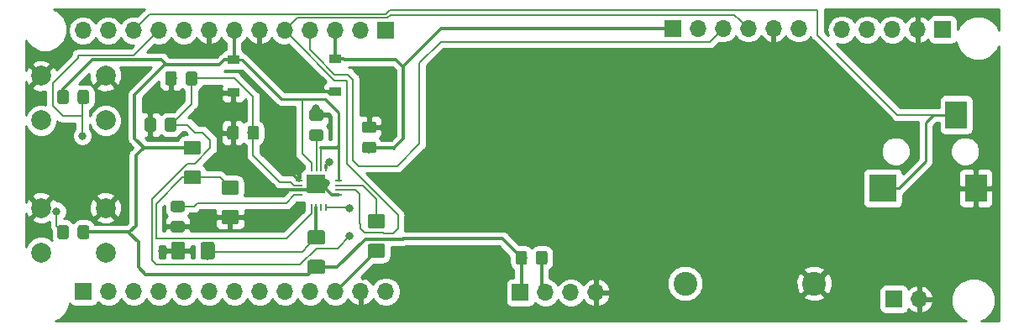
<source format=gbr>
G04 #@! TF.GenerationSoftware,KiCad,Pcbnew,5.0.2+dfsg1-1*
G04 #@! TF.CreationDate,2021-01-08T16:21:55+01:00*
G04 #@! TF.ProjectId,TTGO_weatherboard,5454474f-5f77-4656-9174-686572626f61,rev?*
G04 #@! TF.SameCoordinates,Original*
G04 #@! TF.FileFunction,Copper,L2,Bot*
G04 #@! TF.FilePolarity,Positive*
%FSLAX46Y46*%
G04 Gerber Fmt 4.6, Leading zero omitted, Abs format (unit mm)*
G04 Created by KiCad (PCBNEW 5.0.2+dfsg1-1) date Fr 08 Jan 2021 16:21:55 CET*
%MOMM*%
%LPD*%
G01*
G04 APERTURE LIST*
G04 #@! TA.AperFunction,Conductor*
%ADD10C,0.100000*%
G04 #@! TD*
G04 #@! TA.AperFunction,SMDPad,CuDef*
%ADD11C,1.150000*%
G04 #@! TD*
G04 #@! TA.AperFunction,SMDPad,CuDef*
%ADD12R,1.200000X0.900000*%
G04 #@! TD*
G04 #@! TA.AperFunction,ComponentPad*
%ADD13R,1.700000X1.700000*%
G04 #@! TD*
G04 #@! TA.AperFunction,ComponentPad*
%ADD14O,1.700000X1.700000*%
G04 #@! TD*
G04 #@! TA.AperFunction,SMDPad,CuDef*
%ADD15R,2.200000X2.800000*%
G04 #@! TD*
G04 #@! TA.AperFunction,SMDPad,CuDef*
%ADD16R,2.800000X2.800000*%
G04 #@! TD*
G04 #@! TA.AperFunction,ComponentPad*
%ADD17C,2.400000*%
G04 #@! TD*
G04 #@! TA.AperFunction,SMDPad,CuDef*
%ADD18C,1.425000*%
G04 #@! TD*
G04 #@! TA.AperFunction,ComponentPad*
%ADD19C,2.000000*%
G04 #@! TD*
G04 #@! TA.AperFunction,SMDPad,CuDef*
%ADD20R,1.880000X1.680000*%
G04 #@! TD*
G04 #@! TA.AperFunction,SMDPad,CuDef*
%ADD21R,1.680000X0.200000*%
G04 #@! TD*
G04 #@! TA.AperFunction,SMDPad,CuDef*
%ADD22C,0.282800*%
G04 #@! TD*
G04 #@! TA.AperFunction,SMDPad,CuDef*
%ADD23R,0.650000X0.220000*%
G04 #@! TD*
G04 #@! TA.AperFunction,SMDPad,CuDef*
%ADD24R,0.220000X0.650000*%
G04 #@! TD*
G04 #@! TA.AperFunction,ViaPad*
%ADD25C,0.800000*%
G04 #@! TD*
G04 #@! TA.AperFunction,Conductor*
%ADD26C,0.200000*%
G04 #@! TD*
G04 #@! TA.AperFunction,Conductor*
%ADD27C,0.300000*%
G04 #@! TD*
G04 #@! TA.AperFunction,Conductor*
%ADD28C,0.350000*%
G04 #@! TD*
G04 #@! TA.AperFunction,Conductor*
%ADD29C,0.250000*%
G04 #@! TD*
G04 #@! TA.AperFunction,Conductor*
%ADD30C,0.254000*%
G04 #@! TD*
G04 APERTURE END LIST*
D10*
G04 #@! TO.N,Net-(C3-Pad2)*
G04 #@! TO.C,C3*
G36*
X122472705Y-68998804D02*
X122496973Y-69002404D01*
X122520772Y-69008365D01*
X122543871Y-69016630D01*
X122566050Y-69027120D01*
X122587093Y-69039732D01*
X122606799Y-69054347D01*
X122624977Y-69070823D01*
X122641453Y-69089001D01*
X122656068Y-69108707D01*
X122668680Y-69129750D01*
X122679170Y-69151929D01*
X122687435Y-69175028D01*
X122693396Y-69198827D01*
X122696996Y-69223095D01*
X122698200Y-69247599D01*
X122698200Y-70147601D01*
X122696996Y-70172105D01*
X122693396Y-70196373D01*
X122687435Y-70220172D01*
X122679170Y-70243271D01*
X122668680Y-70265450D01*
X122656068Y-70286493D01*
X122641453Y-70306199D01*
X122624977Y-70324377D01*
X122606799Y-70340853D01*
X122587093Y-70355468D01*
X122566050Y-70368080D01*
X122543871Y-70378570D01*
X122520772Y-70386835D01*
X122496973Y-70392796D01*
X122472705Y-70396396D01*
X122448201Y-70397600D01*
X121798199Y-70397600D01*
X121773695Y-70396396D01*
X121749427Y-70392796D01*
X121725628Y-70386835D01*
X121702529Y-70378570D01*
X121680350Y-70368080D01*
X121659307Y-70355468D01*
X121639601Y-70340853D01*
X121621423Y-70324377D01*
X121604947Y-70306199D01*
X121590332Y-70286493D01*
X121577720Y-70265450D01*
X121567230Y-70243271D01*
X121558965Y-70220172D01*
X121553004Y-70196373D01*
X121549404Y-70172105D01*
X121548200Y-70147601D01*
X121548200Y-69247599D01*
X121549404Y-69223095D01*
X121553004Y-69198827D01*
X121558965Y-69175028D01*
X121567230Y-69151929D01*
X121577720Y-69129750D01*
X121590332Y-69108707D01*
X121604947Y-69089001D01*
X121621423Y-69070823D01*
X121639601Y-69054347D01*
X121659307Y-69039732D01*
X121680350Y-69027120D01*
X121702529Y-69016630D01*
X121725628Y-69008365D01*
X121749427Y-69002404D01*
X121773695Y-68998804D01*
X121798199Y-68997600D01*
X122448201Y-68997600D01*
X122472705Y-68998804D01*
X122472705Y-68998804D01*
G37*
D11*
G04 #@! TD*
G04 #@! TO.P,C3,2*
G04 #@! TO.N,Net-(C3-Pad2)*
X122123200Y-69697600D03*
D10*
G04 #@! TO.N,GND*
G04 #@! TO.C,C3*
G36*
X120422705Y-68998804D02*
X120446973Y-69002404D01*
X120470772Y-69008365D01*
X120493871Y-69016630D01*
X120516050Y-69027120D01*
X120537093Y-69039732D01*
X120556799Y-69054347D01*
X120574977Y-69070823D01*
X120591453Y-69089001D01*
X120606068Y-69108707D01*
X120618680Y-69129750D01*
X120629170Y-69151929D01*
X120637435Y-69175028D01*
X120643396Y-69198827D01*
X120646996Y-69223095D01*
X120648200Y-69247599D01*
X120648200Y-70147601D01*
X120646996Y-70172105D01*
X120643396Y-70196373D01*
X120637435Y-70220172D01*
X120629170Y-70243271D01*
X120618680Y-70265450D01*
X120606068Y-70286493D01*
X120591453Y-70306199D01*
X120574977Y-70324377D01*
X120556799Y-70340853D01*
X120537093Y-70355468D01*
X120516050Y-70368080D01*
X120493871Y-70378570D01*
X120470772Y-70386835D01*
X120446973Y-70392796D01*
X120422705Y-70396396D01*
X120398201Y-70397600D01*
X119748199Y-70397600D01*
X119723695Y-70396396D01*
X119699427Y-70392796D01*
X119675628Y-70386835D01*
X119652529Y-70378570D01*
X119630350Y-70368080D01*
X119609307Y-70355468D01*
X119589601Y-70340853D01*
X119571423Y-70324377D01*
X119554947Y-70306199D01*
X119540332Y-70286493D01*
X119527720Y-70265450D01*
X119517230Y-70243271D01*
X119508965Y-70220172D01*
X119503004Y-70196373D01*
X119499404Y-70172105D01*
X119498200Y-70147601D01*
X119498200Y-69247599D01*
X119499404Y-69223095D01*
X119503004Y-69198827D01*
X119508965Y-69175028D01*
X119517230Y-69151929D01*
X119527720Y-69129750D01*
X119540332Y-69108707D01*
X119554947Y-69089001D01*
X119571423Y-69070823D01*
X119589601Y-69054347D01*
X119609307Y-69039732D01*
X119630350Y-69027120D01*
X119652529Y-69016630D01*
X119675628Y-69008365D01*
X119699427Y-69002404D01*
X119723695Y-68998804D01*
X119748199Y-68997600D01*
X120398201Y-68997600D01*
X120422705Y-68998804D01*
X120422705Y-68998804D01*
G37*
D11*
G04 #@! TD*
G04 #@! TO.P,C3,1*
G04 #@! TO.N,GND*
X120073200Y-69697600D03*
D10*
G04 #@! TO.N,GND*
G04 #@! TO.C,C4*
G36*
X114192305Y-63512404D02*
X114216573Y-63516004D01*
X114240372Y-63521965D01*
X114263471Y-63530230D01*
X114285650Y-63540720D01*
X114306693Y-63553332D01*
X114326399Y-63567947D01*
X114344577Y-63584423D01*
X114361053Y-63602601D01*
X114375668Y-63622307D01*
X114388280Y-63643350D01*
X114398770Y-63665529D01*
X114407035Y-63688628D01*
X114412996Y-63712427D01*
X114416596Y-63736695D01*
X114417800Y-63761199D01*
X114417800Y-64661201D01*
X114416596Y-64685705D01*
X114412996Y-64709973D01*
X114407035Y-64733772D01*
X114398770Y-64756871D01*
X114388280Y-64779050D01*
X114375668Y-64800093D01*
X114361053Y-64819799D01*
X114344577Y-64837977D01*
X114326399Y-64854453D01*
X114306693Y-64869068D01*
X114285650Y-64881680D01*
X114263471Y-64892170D01*
X114240372Y-64900435D01*
X114216573Y-64906396D01*
X114192305Y-64909996D01*
X114167801Y-64911200D01*
X113517799Y-64911200D01*
X113493295Y-64909996D01*
X113469027Y-64906396D01*
X113445228Y-64900435D01*
X113422129Y-64892170D01*
X113399950Y-64881680D01*
X113378907Y-64869068D01*
X113359201Y-64854453D01*
X113341023Y-64837977D01*
X113324547Y-64819799D01*
X113309932Y-64800093D01*
X113297320Y-64779050D01*
X113286830Y-64756871D01*
X113278565Y-64733772D01*
X113272604Y-64709973D01*
X113269004Y-64685705D01*
X113267800Y-64661201D01*
X113267800Y-63761199D01*
X113269004Y-63736695D01*
X113272604Y-63712427D01*
X113278565Y-63688628D01*
X113286830Y-63665529D01*
X113297320Y-63643350D01*
X113309932Y-63622307D01*
X113324547Y-63602601D01*
X113341023Y-63584423D01*
X113359201Y-63567947D01*
X113378907Y-63553332D01*
X113399950Y-63540720D01*
X113422129Y-63530230D01*
X113445228Y-63521965D01*
X113469027Y-63516004D01*
X113493295Y-63512404D01*
X113517799Y-63511200D01*
X114167801Y-63511200D01*
X114192305Y-63512404D01*
X114192305Y-63512404D01*
G37*
D11*
G04 #@! TD*
G04 #@! TO.P,C4,1*
G04 #@! TO.N,GND*
X113842800Y-64211200D03*
D10*
G04 #@! TO.N,Net-(C3-Pad2)*
G04 #@! TO.C,C4*
G36*
X116242305Y-63512404D02*
X116266573Y-63516004D01*
X116290372Y-63521965D01*
X116313471Y-63530230D01*
X116335650Y-63540720D01*
X116356693Y-63553332D01*
X116376399Y-63567947D01*
X116394577Y-63584423D01*
X116411053Y-63602601D01*
X116425668Y-63622307D01*
X116438280Y-63643350D01*
X116448770Y-63665529D01*
X116457035Y-63688628D01*
X116462996Y-63712427D01*
X116466596Y-63736695D01*
X116467800Y-63761199D01*
X116467800Y-64661201D01*
X116466596Y-64685705D01*
X116462996Y-64709973D01*
X116457035Y-64733772D01*
X116448770Y-64756871D01*
X116438280Y-64779050D01*
X116425668Y-64800093D01*
X116411053Y-64819799D01*
X116394577Y-64837977D01*
X116376399Y-64854453D01*
X116356693Y-64869068D01*
X116335650Y-64881680D01*
X116313471Y-64892170D01*
X116290372Y-64900435D01*
X116266573Y-64906396D01*
X116242305Y-64909996D01*
X116217801Y-64911200D01*
X115567799Y-64911200D01*
X115543295Y-64909996D01*
X115519027Y-64906396D01*
X115495228Y-64900435D01*
X115472129Y-64892170D01*
X115449950Y-64881680D01*
X115428907Y-64869068D01*
X115409201Y-64854453D01*
X115391023Y-64837977D01*
X115374547Y-64819799D01*
X115359932Y-64800093D01*
X115347320Y-64779050D01*
X115336830Y-64756871D01*
X115328565Y-64733772D01*
X115322604Y-64709973D01*
X115319004Y-64685705D01*
X115317800Y-64661201D01*
X115317800Y-63761199D01*
X115319004Y-63736695D01*
X115322604Y-63712427D01*
X115328565Y-63688628D01*
X115336830Y-63665529D01*
X115347320Y-63643350D01*
X115359932Y-63622307D01*
X115374547Y-63602601D01*
X115391023Y-63584423D01*
X115409201Y-63567947D01*
X115428907Y-63553332D01*
X115449950Y-63540720D01*
X115472129Y-63530230D01*
X115495228Y-63521965D01*
X115519027Y-63516004D01*
X115543295Y-63512404D01*
X115567799Y-63511200D01*
X116217801Y-63511200D01*
X116242305Y-63512404D01*
X116242305Y-63512404D01*
G37*
D11*
G04 #@! TD*
G04 #@! TO.P,C4,2*
G04 #@! TO.N,Net-(C3-Pad2)*
X115892800Y-64211200D03*
D10*
G04 #@! TO.N,+3V3*
G04 #@! TO.C,C5*
G36*
X134281705Y-70597004D02*
X134305973Y-70600604D01*
X134329772Y-70606565D01*
X134352871Y-70614830D01*
X134375050Y-70625320D01*
X134396093Y-70637932D01*
X134415799Y-70652547D01*
X134433977Y-70669023D01*
X134450453Y-70687201D01*
X134465068Y-70706907D01*
X134477680Y-70727950D01*
X134488170Y-70750129D01*
X134496435Y-70773228D01*
X134502396Y-70797027D01*
X134505996Y-70821295D01*
X134507200Y-70845799D01*
X134507200Y-71495801D01*
X134505996Y-71520305D01*
X134502396Y-71544573D01*
X134496435Y-71568372D01*
X134488170Y-71591471D01*
X134477680Y-71613650D01*
X134465068Y-71634693D01*
X134450453Y-71654399D01*
X134433977Y-71672577D01*
X134415799Y-71689053D01*
X134396093Y-71703668D01*
X134375050Y-71716280D01*
X134352871Y-71726770D01*
X134329772Y-71735035D01*
X134305973Y-71740996D01*
X134281705Y-71744596D01*
X134257201Y-71745800D01*
X133357199Y-71745800D01*
X133332695Y-71744596D01*
X133308427Y-71740996D01*
X133284628Y-71735035D01*
X133261529Y-71726770D01*
X133239350Y-71716280D01*
X133218307Y-71703668D01*
X133198601Y-71689053D01*
X133180423Y-71672577D01*
X133163947Y-71654399D01*
X133149332Y-71634693D01*
X133136720Y-71613650D01*
X133126230Y-71591471D01*
X133117965Y-71568372D01*
X133112004Y-71544573D01*
X133108404Y-71520305D01*
X133107200Y-71495801D01*
X133107200Y-70845799D01*
X133108404Y-70821295D01*
X133112004Y-70797027D01*
X133117965Y-70773228D01*
X133126230Y-70750129D01*
X133136720Y-70727950D01*
X133149332Y-70706907D01*
X133163947Y-70687201D01*
X133180423Y-70669023D01*
X133198601Y-70652547D01*
X133218307Y-70637932D01*
X133239350Y-70625320D01*
X133261529Y-70614830D01*
X133284628Y-70606565D01*
X133308427Y-70600604D01*
X133332695Y-70597004D01*
X133357199Y-70595800D01*
X134257201Y-70595800D01*
X134281705Y-70597004D01*
X134281705Y-70597004D01*
G37*
D11*
G04 #@! TD*
G04 #@! TO.P,C5,1*
G04 #@! TO.N,+3V3*
X133807200Y-71170800D03*
D10*
G04 #@! TO.N,GND*
G04 #@! TO.C,C5*
G36*
X134281705Y-68547004D02*
X134305973Y-68550604D01*
X134329772Y-68556565D01*
X134352871Y-68564830D01*
X134375050Y-68575320D01*
X134396093Y-68587932D01*
X134415799Y-68602547D01*
X134433977Y-68619023D01*
X134450453Y-68637201D01*
X134465068Y-68656907D01*
X134477680Y-68677950D01*
X134488170Y-68700129D01*
X134496435Y-68723228D01*
X134502396Y-68747027D01*
X134505996Y-68771295D01*
X134507200Y-68795799D01*
X134507200Y-69445801D01*
X134505996Y-69470305D01*
X134502396Y-69494573D01*
X134496435Y-69518372D01*
X134488170Y-69541471D01*
X134477680Y-69563650D01*
X134465068Y-69584693D01*
X134450453Y-69604399D01*
X134433977Y-69622577D01*
X134415799Y-69639053D01*
X134396093Y-69653668D01*
X134375050Y-69666280D01*
X134352871Y-69676770D01*
X134329772Y-69685035D01*
X134305973Y-69690996D01*
X134281705Y-69694596D01*
X134257201Y-69695800D01*
X133357199Y-69695800D01*
X133332695Y-69694596D01*
X133308427Y-69690996D01*
X133284628Y-69685035D01*
X133261529Y-69676770D01*
X133239350Y-69666280D01*
X133218307Y-69653668D01*
X133198601Y-69639053D01*
X133180423Y-69622577D01*
X133163947Y-69604399D01*
X133149332Y-69584693D01*
X133136720Y-69563650D01*
X133126230Y-69541471D01*
X133117965Y-69518372D01*
X133112004Y-69494573D01*
X133108404Y-69470305D01*
X133107200Y-69445801D01*
X133107200Y-68795799D01*
X133108404Y-68771295D01*
X133112004Y-68747027D01*
X133117965Y-68723228D01*
X133126230Y-68700129D01*
X133136720Y-68677950D01*
X133149332Y-68656907D01*
X133163947Y-68637201D01*
X133180423Y-68619023D01*
X133198601Y-68602547D01*
X133218307Y-68587932D01*
X133239350Y-68575320D01*
X133261529Y-68564830D01*
X133284628Y-68556565D01*
X133308427Y-68550604D01*
X133332695Y-68547004D01*
X133357199Y-68545800D01*
X134257201Y-68545800D01*
X134281705Y-68547004D01*
X134281705Y-68547004D01*
G37*
D11*
G04 #@! TD*
G04 #@! TO.P,C5,2*
G04 #@! TO.N,GND*
X133807200Y-69120800D03*
D10*
G04 #@! TO.N,GND*
G04 #@! TO.C,C6*
G36*
X128947705Y-67327804D02*
X128971973Y-67331404D01*
X128995772Y-67337365D01*
X129018871Y-67345630D01*
X129041050Y-67356120D01*
X129062093Y-67368732D01*
X129081799Y-67383347D01*
X129099977Y-67399823D01*
X129116453Y-67418001D01*
X129131068Y-67437707D01*
X129143680Y-67458750D01*
X129154170Y-67480929D01*
X129162435Y-67504028D01*
X129168396Y-67527827D01*
X129171996Y-67552095D01*
X129173200Y-67576599D01*
X129173200Y-68226601D01*
X129171996Y-68251105D01*
X129168396Y-68275373D01*
X129162435Y-68299172D01*
X129154170Y-68322271D01*
X129143680Y-68344450D01*
X129131068Y-68365493D01*
X129116453Y-68385199D01*
X129099977Y-68403377D01*
X129081799Y-68419853D01*
X129062093Y-68434468D01*
X129041050Y-68447080D01*
X129018871Y-68457570D01*
X128995772Y-68465835D01*
X128971973Y-68471796D01*
X128947705Y-68475396D01*
X128923201Y-68476600D01*
X128023199Y-68476600D01*
X127998695Y-68475396D01*
X127974427Y-68471796D01*
X127950628Y-68465835D01*
X127927529Y-68457570D01*
X127905350Y-68447080D01*
X127884307Y-68434468D01*
X127864601Y-68419853D01*
X127846423Y-68403377D01*
X127829947Y-68385199D01*
X127815332Y-68365493D01*
X127802720Y-68344450D01*
X127792230Y-68322271D01*
X127783965Y-68299172D01*
X127778004Y-68275373D01*
X127774404Y-68251105D01*
X127773200Y-68226601D01*
X127773200Y-67576599D01*
X127774404Y-67552095D01*
X127778004Y-67527827D01*
X127783965Y-67504028D01*
X127792230Y-67480929D01*
X127802720Y-67458750D01*
X127815332Y-67437707D01*
X127829947Y-67418001D01*
X127846423Y-67399823D01*
X127864601Y-67383347D01*
X127884307Y-67368732D01*
X127905350Y-67356120D01*
X127927529Y-67345630D01*
X127950628Y-67337365D01*
X127974427Y-67331404D01*
X127998695Y-67327804D01*
X128023199Y-67326600D01*
X128923201Y-67326600D01*
X128947705Y-67327804D01*
X128947705Y-67327804D01*
G37*
D11*
G04 #@! TD*
G04 #@! TO.P,C6,2*
G04 #@! TO.N,GND*
X128473200Y-67901600D03*
D10*
G04 #@! TO.N,Net-(C6-Pad1)*
G04 #@! TO.C,C6*
G36*
X128947705Y-69377804D02*
X128971973Y-69381404D01*
X128995772Y-69387365D01*
X129018871Y-69395630D01*
X129041050Y-69406120D01*
X129062093Y-69418732D01*
X129081799Y-69433347D01*
X129099977Y-69449823D01*
X129116453Y-69468001D01*
X129131068Y-69487707D01*
X129143680Y-69508750D01*
X129154170Y-69530929D01*
X129162435Y-69554028D01*
X129168396Y-69577827D01*
X129171996Y-69602095D01*
X129173200Y-69626599D01*
X129173200Y-70276601D01*
X129171996Y-70301105D01*
X129168396Y-70325373D01*
X129162435Y-70349172D01*
X129154170Y-70372271D01*
X129143680Y-70394450D01*
X129131068Y-70415493D01*
X129116453Y-70435199D01*
X129099977Y-70453377D01*
X129081799Y-70469853D01*
X129062093Y-70484468D01*
X129041050Y-70497080D01*
X129018871Y-70507570D01*
X128995772Y-70515835D01*
X128971973Y-70521796D01*
X128947705Y-70525396D01*
X128923201Y-70526600D01*
X128023199Y-70526600D01*
X127998695Y-70525396D01*
X127974427Y-70521796D01*
X127950628Y-70515835D01*
X127927529Y-70507570D01*
X127905350Y-70497080D01*
X127884307Y-70484468D01*
X127864601Y-70469853D01*
X127846423Y-70453377D01*
X127829947Y-70435199D01*
X127815332Y-70415493D01*
X127802720Y-70394450D01*
X127792230Y-70372271D01*
X127783965Y-70349172D01*
X127778004Y-70325373D01*
X127774404Y-70301105D01*
X127773200Y-70276601D01*
X127773200Y-69626599D01*
X127774404Y-69602095D01*
X127778004Y-69577827D01*
X127783965Y-69554028D01*
X127792230Y-69530929D01*
X127802720Y-69508750D01*
X127815332Y-69487707D01*
X127829947Y-69468001D01*
X127846423Y-69449823D01*
X127864601Y-69433347D01*
X127884307Y-69418732D01*
X127905350Y-69406120D01*
X127927529Y-69395630D01*
X127950628Y-69387365D01*
X127974427Y-69381404D01*
X127998695Y-69377804D01*
X128023199Y-69376600D01*
X128923201Y-69376600D01*
X128947705Y-69377804D01*
X128947705Y-69377804D01*
G37*
D11*
G04 #@! TD*
G04 #@! TO.P,C6,1*
G04 #@! TO.N,Net-(C6-Pad1)*
X128473200Y-69951600D03*
D10*
G04 #@! TO.N,Net-(C7-Pad1)*
G04 #@! TO.C,C7*
G36*
X114977705Y-76540604D02*
X115001973Y-76544204D01*
X115025772Y-76550165D01*
X115048871Y-76558430D01*
X115071050Y-76568920D01*
X115092093Y-76581532D01*
X115111799Y-76596147D01*
X115129977Y-76612623D01*
X115146453Y-76630801D01*
X115161068Y-76650507D01*
X115173680Y-76671550D01*
X115184170Y-76693729D01*
X115192435Y-76716828D01*
X115198396Y-76740627D01*
X115201996Y-76764895D01*
X115203200Y-76789399D01*
X115203200Y-77439401D01*
X115201996Y-77463905D01*
X115198396Y-77488173D01*
X115192435Y-77511972D01*
X115184170Y-77535071D01*
X115173680Y-77557250D01*
X115161068Y-77578293D01*
X115146453Y-77597999D01*
X115129977Y-77616177D01*
X115111799Y-77632653D01*
X115092093Y-77647268D01*
X115071050Y-77659880D01*
X115048871Y-77670370D01*
X115025772Y-77678635D01*
X115001973Y-77684596D01*
X114977705Y-77688196D01*
X114953201Y-77689400D01*
X114053199Y-77689400D01*
X114028695Y-77688196D01*
X114004427Y-77684596D01*
X113980628Y-77678635D01*
X113957529Y-77670370D01*
X113935350Y-77659880D01*
X113914307Y-77647268D01*
X113894601Y-77632653D01*
X113876423Y-77616177D01*
X113859947Y-77597999D01*
X113845332Y-77578293D01*
X113832720Y-77557250D01*
X113822230Y-77535071D01*
X113813965Y-77511972D01*
X113808004Y-77488173D01*
X113804404Y-77463905D01*
X113803200Y-77439401D01*
X113803200Y-76789399D01*
X113804404Y-76764895D01*
X113808004Y-76740627D01*
X113813965Y-76716828D01*
X113822230Y-76693729D01*
X113832720Y-76671550D01*
X113845332Y-76650507D01*
X113859947Y-76630801D01*
X113876423Y-76612623D01*
X113894601Y-76596147D01*
X113914307Y-76581532D01*
X113935350Y-76568920D01*
X113957529Y-76558430D01*
X113980628Y-76550165D01*
X114004427Y-76544204D01*
X114028695Y-76540604D01*
X114053199Y-76539400D01*
X114953201Y-76539400D01*
X114977705Y-76540604D01*
X114977705Y-76540604D01*
G37*
D11*
G04 #@! TD*
G04 #@! TO.P,C7,1*
G04 #@! TO.N,Net-(C7-Pad1)*
X114503200Y-77114400D03*
D10*
G04 #@! TO.N,GND*
G04 #@! TO.C,C7*
G36*
X114977705Y-78590604D02*
X115001973Y-78594204D01*
X115025772Y-78600165D01*
X115048871Y-78608430D01*
X115071050Y-78618920D01*
X115092093Y-78631532D01*
X115111799Y-78646147D01*
X115129977Y-78662623D01*
X115146453Y-78680801D01*
X115161068Y-78700507D01*
X115173680Y-78721550D01*
X115184170Y-78743729D01*
X115192435Y-78766828D01*
X115198396Y-78790627D01*
X115201996Y-78814895D01*
X115203200Y-78839399D01*
X115203200Y-79489401D01*
X115201996Y-79513905D01*
X115198396Y-79538173D01*
X115192435Y-79561972D01*
X115184170Y-79585071D01*
X115173680Y-79607250D01*
X115161068Y-79628293D01*
X115146453Y-79647999D01*
X115129977Y-79666177D01*
X115111799Y-79682653D01*
X115092093Y-79697268D01*
X115071050Y-79709880D01*
X115048871Y-79720370D01*
X115025772Y-79728635D01*
X115001973Y-79734596D01*
X114977705Y-79738196D01*
X114953201Y-79739400D01*
X114053199Y-79739400D01*
X114028695Y-79738196D01*
X114004427Y-79734596D01*
X113980628Y-79728635D01*
X113957529Y-79720370D01*
X113935350Y-79709880D01*
X113914307Y-79697268D01*
X113894601Y-79682653D01*
X113876423Y-79666177D01*
X113859947Y-79647999D01*
X113845332Y-79628293D01*
X113832720Y-79607250D01*
X113822230Y-79585071D01*
X113813965Y-79561972D01*
X113808004Y-79538173D01*
X113804404Y-79513905D01*
X113803200Y-79489401D01*
X113803200Y-78839399D01*
X113804404Y-78814895D01*
X113808004Y-78790627D01*
X113813965Y-78766828D01*
X113822230Y-78743729D01*
X113832720Y-78721550D01*
X113845332Y-78700507D01*
X113859947Y-78680801D01*
X113876423Y-78662623D01*
X113894601Y-78646147D01*
X113914307Y-78631532D01*
X113935350Y-78618920D01*
X113957529Y-78608430D01*
X113980628Y-78600165D01*
X114004427Y-78594204D01*
X114028695Y-78590604D01*
X114053199Y-78589400D01*
X114953201Y-78589400D01*
X114977705Y-78590604D01*
X114977705Y-78590604D01*
G37*
D11*
G04 #@! TD*
G04 #@! TO.P,C7,2*
G04 #@! TO.N,GND*
X114503200Y-79164400D03*
D12*
G04 #@! TO.P,D1,2*
G04 #@! TO.N,GND*
X130352800Y-65556400D03*
G04 #@! TO.P,D1,1*
G04 #@! TO.N,+3V3*
X130352800Y-62256400D03*
G04 #@! TD*
G04 #@! TO.P,D2,1*
G04 #@! TO.N,+3V3*
X120115600Y-62358000D03*
G04 #@! TO.P,D2,2*
G04 #@! TO.N,GND*
X120115600Y-65658000D03*
G04 #@! TD*
D13*
G04 #@! TO.P,J1,1*
G04 #@! TO.N,+3V3*
X164388800Y-59182000D03*
D14*
G04 #@! TO.P,J1,2*
G04 #@! TO.N,Net-(J1-Pad2)*
X166928800Y-59182000D03*
G04 #@! TO.P,J1,3*
G04 #@! TO.N,Net-(J1-Pad3)*
X169468800Y-59182000D03*
G04 #@! TO.P,J1,4*
G04 #@! TO.N,Net-(J1-Pad4)*
X172008800Y-59182000D03*
G04 #@! TO.P,J1,5*
G04 #@! TO.N,GND*
X174548800Y-59182000D03*
G04 #@! TO.P,J1,6*
G04 #@! TO.N,+3V3*
X177088800Y-59182000D03*
G04 #@! TD*
D15*
G04 #@! TO.P,J2,R*
G04 #@! TO.N,Net-(J2-PadR)*
X192963600Y-67877200D03*
G04 #@! TO.P,J2,S*
G04 #@! TO.N,GND*
X194963600Y-75277200D03*
D16*
G04 #@! TO.P,J2,T*
G04 #@! TO.N,Net-(J2-PadR)*
X185563600Y-75277200D03*
G04 #@! TD*
D13*
G04 #@! TO.P,J3,1*
G04 #@! TO.N,Net-(J3-Pad1)*
X135432800Y-59385200D03*
D14*
G04 #@! TO.P,J3,2*
G04 #@! TO.N,Net-(J3-Pad2)*
X132892800Y-59385200D03*
G04 #@! TO.P,J3,3*
G04 #@! TO.N,+3V3*
X130352800Y-59385200D03*
G04 #@! TO.P,J3,4*
G04 #@! TO.N,Net-(J1-Pad3)*
X127812800Y-59385200D03*
G04 #@! TO.P,J3,5*
G04 #@! TO.N,Net-(J1-Pad4)*
X125272800Y-59385200D03*
G04 #@! TO.P,J3,6*
G04 #@! TO.N,GND*
X122732800Y-59385200D03*
G04 #@! TO.P,J3,7*
G04 #@! TO.N,+3V3*
X120192800Y-59385200D03*
G04 #@! TO.P,J3,8*
G04 #@! TO.N,GND*
X117652800Y-59385200D03*
G04 #@! TO.P,J3,9*
G04 #@! TO.N,Net-(C2-Pad2)*
X115112800Y-59385200D03*
G04 #@! TO.P,J3,10*
G04 #@! TO.N,Net-(C1-Pad1)*
X112572800Y-59385200D03*
G04 #@! TO.P,J3,11*
G04 #@! TO.N,Net-(J2-PadR)*
X110032800Y-59385200D03*
G04 #@! TO.P,J3,12*
G04 #@! TO.N,Net-(J3-Pad12)*
X107492800Y-59385200D03*
G04 #@! TO.P,J3,13*
G04 #@! TO.N,Net-(J3-Pad13)*
X104952800Y-59385200D03*
G04 #@! TD*
G04 #@! TO.P,J4,13*
G04 #@! TO.N,+5V*
X135483600Y-85700000D03*
G04 #@! TO.P,J4,12*
G04 #@! TO.N,GND*
X132943600Y-85700000D03*
G04 #@! TO.P,J4,11*
G04 #@! TO.N,Net-(J4-Pad11)*
X130403600Y-85700000D03*
G04 #@! TO.P,J4,10*
G04 #@! TO.N,Net-(J4-Pad10)*
X127863600Y-85700000D03*
G04 #@! TO.P,J4,9*
G04 #@! TO.N,Net-(J4-Pad9)*
X125323600Y-85700000D03*
G04 #@! TO.P,J4,8*
G04 #@! TO.N,Net-(J4-Pad8)*
X122783600Y-85700000D03*
G04 #@! TO.P,J4,7*
G04 #@! TO.N,Net-(J4-Pad7)*
X120243600Y-85700000D03*
G04 #@! TO.P,J4,6*
G04 #@! TO.N,Net-(J4-Pad6)*
X117703600Y-85700000D03*
G04 #@! TO.P,J4,5*
G04 #@! TO.N,Net-(J4-Pad5)*
X115163600Y-85700000D03*
G04 #@! TO.P,J4,4*
G04 #@! TO.N,Net-(J4-Pad4)*
X112623600Y-85700000D03*
G04 #@! TO.P,J4,3*
G04 #@! TO.N,Net-(J4-Pad3)*
X110083600Y-85700000D03*
G04 #@! TO.P,J4,2*
G04 #@! TO.N,Net-(J4-Pad2)*
X107543600Y-85700000D03*
D13*
G04 #@! TO.P,J4,1*
G04 #@! TO.N,Net-(J4-Pad1)*
X105003600Y-85700000D03*
G04 #@! TD*
G04 #@! TO.P,J5,1*
G04 #@! TO.N,Net-(J4-Pad10)*
X186690000Y-86461600D03*
D14*
G04 #@! TO.P,J5,2*
G04 #@! TO.N,GND*
X189230000Y-86461600D03*
G04 #@! TD*
G04 #@! TO.P,J6,5*
G04 #@! TO.N,Net-(J6-Pad5)*
X181457600Y-59283600D03*
G04 #@! TO.P,J6,4*
G04 #@! TO.N,Net-(J1-Pad3)*
X183997600Y-59283600D03*
G04 #@! TO.P,J6,3*
G04 #@! TO.N,Net-(J1-Pad4)*
X186537600Y-59283600D03*
G04 #@! TO.P,J6,2*
G04 #@! TO.N,GND*
X189077600Y-59283600D03*
D13*
G04 #@! TO.P,J6,1*
G04 #@! TO.N,+3V3*
X191617600Y-59283600D03*
G04 #@! TD*
D17*
G04 #@! TO.P,L1,1*
G04 #@! TO.N,Net-(C3-Pad2)*
X165658800Y-84886800D03*
G04 #@! TO.P,L1,2*
G04 #@! TO.N,GND*
X178658800Y-84886800D03*
G04 #@! TD*
D10*
G04 #@! TO.N,+3V3*
G04 #@! TO.C,R1*
G36*
X103303105Y-65392004D02*
X103327373Y-65395604D01*
X103351172Y-65401565D01*
X103374271Y-65409830D01*
X103396450Y-65420320D01*
X103417493Y-65432932D01*
X103437199Y-65447547D01*
X103455377Y-65464023D01*
X103471853Y-65482201D01*
X103486468Y-65501907D01*
X103499080Y-65522950D01*
X103509570Y-65545129D01*
X103517835Y-65568228D01*
X103523796Y-65592027D01*
X103527396Y-65616295D01*
X103528600Y-65640799D01*
X103528600Y-66540801D01*
X103527396Y-66565305D01*
X103523796Y-66589573D01*
X103517835Y-66613372D01*
X103509570Y-66636471D01*
X103499080Y-66658650D01*
X103486468Y-66679693D01*
X103471853Y-66699399D01*
X103455377Y-66717577D01*
X103437199Y-66734053D01*
X103417493Y-66748668D01*
X103396450Y-66761280D01*
X103374271Y-66771770D01*
X103351172Y-66780035D01*
X103327373Y-66785996D01*
X103303105Y-66789596D01*
X103278601Y-66790800D01*
X102628599Y-66790800D01*
X102604095Y-66789596D01*
X102579827Y-66785996D01*
X102556028Y-66780035D01*
X102532929Y-66771770D01*
X102510750Y-66761280D01*
X102489707Y-66748668D01*
X102470001Y-66734053D01*
X102451823Y-66717577D01*
X102435347Y-66699399D01*
X102420732Y-66679693D01*
X102408120Y-66658650D01*
X102397630Y-66636471D01*
X102389365Y-66613372D01*
X102383404Y-66589573D01*
X102379804Y-66565305D01*
X102378600Y-66540801D01*
X102378600Y-65640799D01*
X102379804Y-65616295D01*
X102383404Y-65592027D01*
X102389365Y-65568228D01*
X102397630Y-65545129D01*
X102408120Y-65522950D01*
X102420732Y-65501907D01*
X102435347Y-65482201D01*
X102451823Y-65464023D01*
X102470001Y-65447547D01*
X102489707Y-65432932D01*
X102510750Y-65420320D01*
X102532929Y-65409830D01*
X102556028Y-65401565D01*
X102579827Y-65395604D01*
X102604095Y-65392004D01*
X102628599Y-65390800D01*
X103278601Y-65390800D01*
X103303105Y-65392004D01*
X103303105Y-65392004D01*
G37*
D11*
G04 #@! TD*
G04 #@! TO.P,R1,2*
G04 #@! TO.N,+3V3*
X102953600Y-66090800D03*
D10*
G04 #@! TO.N,Net-(C1-Pad1)*
G04 #@! TO.C,R1*
G36*
X105353105Y-65392004D02*
X105377373Y-65395604D01*
X105401172Y-65401565D01*
X105424271Y-65409830D01*
X105446450Y-65420320D01*
X105467493Y-65432932D01*
X105487199Y-65447547D01*
X105505377Y-65464023D01*
X105521853Y-65482201D01*
X105536468Y-65501907D01*
X105549080Y-65522950D01*
X105559570Y-65545129D01*
X105567835Y-65568228D01*
X105573796Y-65592027D01*
X105577396Y-65616295D01*
X105578600Y-65640799D01*
X105578600Y-66540801D01*
X105577396Y-66565305D01*
X105573796Y-66589573D01*
X105567835Y-66613372D01*
X105559570Y-66636471D01*
X105549080Y-66658650D01*
X105536468Y-66679693D01*
X105521853Y-66699399D01*
X105505377Y-66717577D01*
X105487199Y-66734053D01*
X105467493Y-66748668D01*
X105446450Y-66761280D01*
X105424271Y-66771770D01*
X105401172Y-66780035D01*
X105377373Y-66785996D01*
X105353105Y-66789596D01*
X105328601Y-66790800D01*
X104678599Y-66790800D01*
X104654095Y-66789596D01*
X104629827Y-66785996D01*
X104606028Y-66780035D01*
X104582929Y-66771770D01*
X104560750Y-66761280D01*
X104539707Y-66748668D01*
X104520001Y-66734053D01*
X104501823Y-66717577D01*
X104485347Y-66699399D01*
X104470732Y-66679693D01*
X104458120Y-66658650D01*
X104447630Y-66636471D01*
X104439365Y-66613372D01*
X104433404Y-66589573D01*
X104429804Y-66565305D01*
X104428600Y-66540801D01*
X104428600Y-65640799D01*
X104429804Y-65616295D01*
X104433404Y-65592027D01*
X104439365Y-65568228D01*
X104447630Y-65545129D01*
X104458120Y-65522950D01*
X104470732Y-65501907D01*
X104485347Y-65482201D01*
X104501823Y-65464023D01*
X104520001Y-65447547D01*
X104539707Y-65432932D01*
X104560750Y-65420320D01*
X104582929Y-65409830D01*
X104606028Y-65401565D01*
X104629827Y-65395604D01*
X104654095Y-65392004D01*
X104678599Y-65390800D01*
X105328601Y-65390800D01*
X105353105Y-65392004D01*
X105353105Y-65392004D01*
G37*
D11*
G04 #@! TD*
G04 #@! TO.P,R1,1*
G04 #@! TO.N,Net-(C1-Pad1)*
X105003600Y-66090800D03*
D10*
G04 #@! TO.N,Net-(C2-Pad2)*
G04 #@! TO.C,R2*
G36*
X103303105Y-79006404D02*
X103327373Y-79010004D01*
X103351172Y-79015965D01*
X103374271Y-79024230D01*
X103396450Y-79034720D01*
X103417493Y-79047332D01*
X103437199Y-79061947D01*
X103455377Y-79078423D01*
X103471853Y-79096601D01*
X103486468Y-79116307D01*
X103499080Y-79137350D01*
X103509570Y-79159529D01*
X103517835Y-79182628D01*
X103523796Y-79206427D01*
X103527396Y-79230695D01*
X103528600Y-79255199D01*
X103528600Y-80155201D01*
X103527396Y-80179705D01*
X103523796Y-80203973D01*
X103517835Y-80227772D01*
X103509570Y-80250871D01*
X103499080Y-80273050D01*
X103486468Y-80294093D01*
X103471853Y-80313799D01*
X103455377Y-80331977D01*
X103437199Y-80348453D01*
X103417493Y-80363068D01*
X103396450Y-80375680D01*
X103374271Y-80386170D01*
X103351172Y-80394435D01*
X103327373Y-80400396D01*
X103303105Y-80403996D01*
X103278601Y-80405200D01*
X102628599Y-80405200D01*
X102604095Y-80403996D01*
X102579827Y-80400396D01*
X102556028Y-80394435D01*
X102532929Y-80386170D01*
X102510750Y-80375680D01*
X102489707Y-80363068D01*
X102470001Y-80348453D01*
X102451823Y-80331977D01*
X102435347Y-80313799D01*
X102420732Y-80294093D01*
X102408120Y-80273050D01*
X102397630Y-80250871D01*
X102389365Y-80227772D01*
X102383404Y-80203973D01*
X102379804Y-80179705D01*
X102378600Y-80155201D01*
X102378600Y-79255199D01*
X102379804Y-79230695D01*
X102383404Y-79206427D01*
X102389365Y-79182628D01*
X102397630Y-79159529D01*
X102408120Y-79137350D01*
X102420732Y-79116307D01*
X102435347Y-79096601D01*
X102451823Y-79078423D01*
X102470001Y-79061947D01*
X102489707Y-79047332D01*
X102510750Y-79034720D01*
X102532929Y-79024230D01*
X102556028Y-79015965D01*
X102579827Y-79010004D01*
X102604095Y-79006404D01*
X102628599Y-79005200D01*
X103278601Y-79005200D01*
X103303105Y-79006404D01*
X103303105Y-79006404D01*
G37*
D11*
G04 #@! TD*
G04 #@! TO.P,R2,1*
G04 #@! TO.N,Net-(C2-Pad2)*
X102953600Y-79705200D03*
D10*
G04 #@! TO.N,+3V3*
G04 #@! TO.C,R2*
G36*
X105353105Y-79006404D02*
X105377373Y-79010004D01*
X105401172Y-79015965D01*
X105424271Y-79024230D01*
X105446450Y-79034720D01*
X105467493Y-79047332D01*
X105487199Y-79061947D01*
X105505377Y-79078423D01*
X105521853Y-79096601D01*
X105536468Y-79116307D01*
X105549080Y-79137350D01*
X105559570Y-79159529D01*
X105567835Y-79182628D01*
X105573796Y-79206427D01*
X105577396Y-79230695D01*
X105578600Y-79255199D01*
X105578600Y-80155201D01*
X105577396Y-80179705D01*
X105573796Y-80203973D01*
X105567835Y-80227772D01*
X105559570Y-80250871D01*
X105549080Y-80273050D01*
X105536468Y-80294093D01*
X105521853Y-80313799D01*
X105505377Y-80331977D01*
X105487199Y-80348453D01*
X105467493Y-80363068D01*
X105446450Y-80375680D01*
X105424271Y-80386170D01*
X105401172Y-80394435D01*
X105377373Y-80400396D01*
X105353105Y-80403996D01*
X105328601Y-80405200D01*
X104678599Y-80405200D01*
X104654095Y-80403996D01*
X104629827Y-80400396D01*
X104606028Y-80394435D01*
X104582929Y-80386170D01*
X104560750Y-80375680D01*
X104539707Y-80363068D01*
X104520001Y-80348453D01*
X104501823Y-80331977D01*
X104485347Y-80313799D01*
X104470732Y-80294093D01*
X104458120Y-80273050D01*
X104447630Y-80250871D01*
X104439365Y-80227772D01*
X104433404Y-80203973D01*
X104429804Y-80179705D01*
X104428600Y-80155201D01*
X104428600Y-79255199D01*
X104429804Y-79230695D01*
X104433404Y-79206427D01*
X104439365Y-79182628D01*
X104447630Y-79159529D01*
X104458120Y-79137350D01*
X104470732Y-79116307D01*
X104485347Y-79096601D01*
X104501823Y-79078423D01*
X104520001Y-79061947D01*
X104539707Y-79047332D01*
X104560750Y-79034720D01*
X104582929Y-79024230D01*
X104606028Y-79015965D01*
X104629827Y-79010004D01*
X104654095Y-79006404D01*
X104678599Y-79005200D01*
X105328601Y-79005200D01*
X105353105Y-79006404D01*
X105353105Y-79006404D01*
G37*
D11*
G04 #@! TD*
G04 #@! TO.P,R2,2*
G04 #@! TO.N,+3V3*
X105003600Y-79705200D03*
D10*
G04 #@! TO.N,Net-(J4-Pad8)*
G04 #@! TO.C,R3*
G36*
X151548305Y-81597204D02*
X151572573Y-81600804D01*
X151596372Y-81606765D01*
X151619471Y-81615030D01*
X151641650Y-81625520D01*
X151662693Y-81638132D01*
X151682399Y-81652747D01*
X151700577Y-81669223D01*
X151717053Y-81687401D01*
X151731668Y-81707107D01*
X151744280Y-81728150D01*
X151754770Y-81750329D01*
X151763035Y-81773428D01*
X151768996Y-81797227D01*
X151772596Y-81821495D01*
X151773800Y-81845999D01*
X151773800Y-82746001D01*
X151772596Y-82770505D01*
X151768996Y-82794773D01*
X151763035Y-82818572D01*
X151754770Y-82841671D01*
X151744280Y-82863850D01*
X151731668Y-82884893D01*
X151717053Y-82904599D01*
X151700577Y-82922777D01*
X151682399Y-82939253D01*
X151662693Y-82953868D01*
X151641650Y-82966480D01*
X151619471Y-82976970D01*
X151596372Y-82985235D01*
X151572573Y-82991196D01*
X151548305Y-82994796D01*
X151523801Y-82996000D01*
X150873799Y-82996000D01*
X150849295Y-82994796D01*
X150825027Y-82991196D01*
X150801228Y-82985235D01*
X150778129Y-82976970D01*
X150755950Y-82966480D01*
X150734907Y-82953868D01*
X150715201Y-82939253D01*
X150697023Y-82922777D01*
X150680547Y-82904599D01*
X150665932Y-82884893D01*
X150653320Y-82863850D01*
X150642830Y-82841671D01*
X150634565Y-82818572D01*
X150628604Y-82794773D01*
X150625004Y-82770505D01*
X150623800Y-82746001D01*
X150623800Y-81845999D01*
X150625004Y-81821495D01*
X150628604Y-81797227D01*
X150634565Y-81773428D01*
X150642830Y-81750329D01*
X150653320Y-81728150D01*
X150665932Y-81707107D01*
X150680547Y-81687401D01*
X150697023Y-81669223D01*
X150715201Y-81652747D01*
X150734907Y-81638132D01*
X150755950Y-81625520D01*
X150778129Y-81615030D01*
X150801228Y-81606765D01*
X150825027Y-81600804D01*
X150849295Y-81597204D01*
X150873799Y-81596000D01*
X151523801Y-81596000D01*
X151548305Y-81597204D01*
X151548305Y-81597204D01*
G37*
D11*
G04 #@! TD*
G04 #@! TO.P,R3,1*
G04 #@! TO.N,Net-(J4-Pad8)*
X151198800Y-82296000D03*
D10*
G04 #@! TO.N,+3V3*
G04 #@! TO.C,R3*
G36*
X149498305Y-81597204D02*
X149522573Y-81600804D01*
X149546372Y-81606765D01*
X149569471Y-81615030D01*
X149591650Y-81625520D01*
X149612693Y-81638132D01*
X149632399Y-81652747D01*
X149650577Y-81669223D01*
X149667053Y-81687401D01*
X149681668Y-81707107D01*
X149694280Y-81728150D01*
X149704770Y-81750329D01*
X149713035Y-81773428D01*
X149718996Y-81797227D01*
X149722596Y-81821495D01*
X149723800Y-81845999D01*
X149723800Y-82746001D01*
X149722596Y-82770505D01*
X149718996Y-82794773D01*
X149713035Y-82818572D01*
X149704770Y-82841671D01*
X149694280Y-82863850D01*
X149681668Y-82884893D01*
X149667053Y-82904599D01*
X149650577Y-82922777D01*
X149632399Y-82939253D01*
X149612693Y-82953868D01*
X149591650Y-82966480D01*
X149569471Y-82976970D01*
X149546372Y-82985235D01*
X149522573Y-82991196D01*
X149498305Y-82994796D01*
X149473801Y-82996000D01*
X148823799Y-82996000D01*
X148799295Y-82994796D01*
X148775027Y-82991196D01*
X148751228Y-82985235D01*
X148728129Y-82976970D01*
X148705950Y-82966480D01*
X148684907Y-82953868D01*
X148665201Y-82939253D01*
X148647023Y-82922777D01*
X148630547Y-82904599D01*
X148615932Y-82884893D01*
X148603320Y-82863850D01*
X148592830Y-82841671D01*
X148584565Y-82818572D01*
X148578604Y-82794773D01*
X148575004Y-82770505D01*
X148573800Y-82746001D01*
X148573800Y-81845999D01*
X148575004Y-81821495D01*
X148578604Y-81797227D01*
X148584565Y-81773428D01*
X148592830Y-81750329D01*
X148603320Y-81728150D01*
X148615932Y-81707107D01*
X148630547Y-81687401D01*
X148647023Y-81669223D01*
X148665201Y-81652747D01*
X148684907Y-81638132D01*
X148705950Y-81625520D01*
X148728129Y-81615030D01*
X148751228Y-81606765D01*
X148775027Y-81600804D01*
X148799295Y-81597204D01*
X148823799Y-81596000D01*
X149473801Y-81596000D01*
X149498305Y-81597204D01*
X149498305Y-81597204D01*
G37*
D11*
G04 #@! TD*
G04 #@! TO.P,R3,2*
G04 #@! TO.N,+3V3*
X149148800Y-82296000D03*
D10*
G04 #@! TO.N,Net-(C3-Pad2)*
G04 #@! TO.C,R4*
G36*
X114141505Y-68186004D02*
X114165773Y-68189604D01*
X114189572Y-68195565D01*
X114212671Y-68203830D01*
X114234850Y-68214320D01*
X114255893Y-68226932D01*
X114275599Y-68241547D01*
X114293777Y-68258023D01*
X114310253Y-68276201D01*
X114324868Y-68295907D01*
X114337480Y-68316950D01*
X114347970Y-68339129D01*
X114356235Y-68362228D01*
X114362196Y-68386027D01*
X114365796Y-68410295D01*
X114367000Y-68434799D01*
X114367000Y-69334801D01*
X114365796Y-69359305D01*
X114362196Y-69383573D01*
X114356235Y-69407372D01*
X114347970Y-69430471D01*
X114337480Y-69452650D01*
X114324868Y-69473693D01*
X114310253Y-69493399D01*
X114293777Y-69511577D01*
X114275599Y-69528053D01*
X114255893Y-69542668D01*
X114234850Y-69555280D01*
X114212671Y-69565770D01*
X114189572Y-69574035D01*
X114165773Y-69579996D01*
X114141505Y-69583596D01*
X114117001Y-69584800D01*
X113466999Y-69584800D01*
X113442495Y-69583596D01*
X113418227Y-69579996D01*
X113394428Y-69574035D01*
X113371329Y-69565770D01*
X113349150Y-69555280D01*
X113328107Y-69542668D01*
X113308401Y-69528053D01*
X113290223Y-69511577D01*
X113273747Y-69493399D01*
X113259132Y-69473693D01*
X113246520Y-69452650D01*
X113236030Y-69430471D01*
X113227765Y-69407372D01*
X113221804Y-69383573D01*
X113218204Y-69359305D01*
X113217000Y-69334801D01*
X113217000Y-68434799D01*
X113218204Y-68410295D01*
X113221804Y-68386027D01*
X113227765Y-68362228D01*
X113236030Y-68339129D01*
X113246520Y-68316950D01*
X113259132Y-68295907D01*
X113273747Y-68276201D01*
X113290223Y-68258023D01*
X113308401Y-68241547D01*
X113328107Y-68226932D01*
X113349150Y-68214320D01*
X113371329Y-68203830D01*
X113394428Y-68195565D01*
X113418227Y-68189604D01*
X113442495Y-68186004D01*
X113466999Y-68184800D01*
X114117001Y-68184800D01*
X114141505Y-68186004D01*
X114141505Y-68186004D01*
G37*
D11*
G04 #@! TD*
G04 #@! TO.P,R4,2*
G04 #@! TO.N,Net-(C3-Pad2)*
X113792000Y-68884800D03*
D10*
G04 #@! TO.N,GND*
G04 #@! TO.C,R4*
G36*
X112091505Y-68186004D02*
X112115773Y-68189604D01*
X112139572Y-68195565D01*
X112162671Y-68203830D01*
X112184850Y-68214320D01*
X112205893Y-68226932D01*
X112225599Y-68241547D01*
X112243777Y-68258023D01*
X112260253Y-68276201D01*
X112274868Y-68295907D01*
X112287480Y-68316950D01*
X112297970Y-68339129D01*
X112306235Y-68362228D01*
X112312196Y-68386027D01*
X112315796Y-68410295D01*
X112317000Y-68434799D01*
X112317000Y-69334801D01*
X112315796Y-69359305D01*
X112312196Y-69383573D01*
X112306235Y-69407372D01*
X112297970Y-69430471D01*
X112287480Y-69452650D01*
X112274868Y-69473693D01*
X112260253Y-69493399D01*
X112243777Y-69511577D01*
X112225599Y-69528053D01*
X112205893Y-69542668D01*
X112184850Y-69555280D01*
X112162671Y-69565770D01*
X112139572Y-69574035D01*
X112115773Y-69579996D01*
X112091505Y-69583596D01*
X112067001Y-69584800D01*
X111416999Y-69584800D01*
X111392495Y-69583596D01*
X111368227Y-69579996D01*
X111344428Y-69574035D01*
X111321329Y-69565770D01*
X111299150Y-69555280D01*
X111278107Y-69542668D01*
X111258401Y-69528053D01*
X111240223Y-69511577D01*
X111223747Y-69493399D01*
X111209132Y-69473693D01*
X111196520Y-69452650D01*
X111186030Y-69430471D01*
X111177765Y-69407372D01*
X111171804Y-69383573D01*
X111168204Y-69359305D01*
X111167000Y-69334801D01*
X111167000Y-68434799D01*
X111168204Y-68410295D01*
X111171804Y-68386027D01*
X111177765Y-68362228D01*
X111186030Y-68339129D01*
X111196520Y-68316950D01*
X111209132Y-68295907D01*
X111223747Y-68276201D01*
X111240223Y-68258023D01*
X111258401Y-68241547D01*
X111278107Y-68226932D01*
X111299150Y-68214320D01*
X111321329Y-68203830D01*
X111344428Y-68195565D01*
X111368227Y-68189604D01*
X111392495Y-68186004D01*
X111416999Y-68184800D01*
X112067001Y-68184800D01*
X112091505Y-68186004D01*
X112091505Y-68186004D01*
G37*
D11*
G04 #@! TD*
G04 #@! TO.P,R4,1*
G04 #@! TO.N,GND*
X111742000Y-68884800D03*
D10*
G04 #@! TO.N,+3V3*
G04 #@! TO.C,R5*
G36*
X129122704Y-82513404D02*
X129146973Y-82517004D01*
X129170771Y-82522965D01*
X129193871Y-82531230D01*
X129216049Y-82541720D01*
X129237093Y-82554333D01*
X129256798Y-82568947D01*
X129274977Y-82585423D01*
X129291453Y-82603602D01*
X129306067Y-82623307D01*
X129318680Y-82644351D01*
X129329170Y-82666529D01*
X129337435Y-82689629D01*
X129343396Y-82713427D01*
X129346996Y-82737696D01*
X129348200Y-82762200D01*
X129348200Y-83687200D01*
X129346996Y-83711704D01*
X129343396Y-83735973D01*
X129337435Y-83759771D01*
X129329170Y-83782871D01*
X129318680Y-83805049D01*
X129306067Y-83826093D01*
X129291453Y-83845798D01*
X129274977Y-83863977D01*
X129256798Y-83880453D01*
X129237093Y-83895067D01*
X129216049Y-83907680D01*
X129193871Y-83918170D01*
X129170771Y-83926435D01*
X129146973Y-83932396D01*
X129122704Y-83935996D01*
X129098200Y-83937200D01*
X127848200Y-83937200D01*
X127823696Y-83935996D01*
X127799427Y-83932396D01*
X127775629Y-83926435D01*
X127752529Y-83918170D01*
X127730351Y-83907680D01*
X127709307Y-83895067D01*
X127689602Y-83880453D01*
X127671423Y-83863977D01*
X127654947Y-83845798D01*
X127640333Y-83826093D01*
X127627720Y-83805049D01*
X127617230Y-83782871D01*
X127608965Y-83759771D01*
X127603004Y-83735973D01*
X127599404Y-83711704D01*
X127598200Y-83687200D01*
X127598200Y-82762200D01*
X127599404Y-82737696D01*
X127603004Y-82713427D01*
X127608965Y-82689629D01*
X127617230Y-82666529D01*
X127627720Y-82644351D01*
X127640333Y-82623307D01*
X127654947Y-82603602D01*
X127671423Y-82585423D01*
X127689602Y-82568947D01*
X127709307Y-82554333D01*
X127730351Y-82541720D01*
X127752529Y-82531230D01*
X127775629Y-82522965D01*
X127799427Y-82517004D01*
X127823696Y-82513404D01*
X127848200Y-82512200D01*
X129098200Y-82512200D01*
X129122704Y-82513404D01*
X129122704Y-82513404D01*
G37*
D18*
G04 #@! TD*
G04 #@! TO.P,R5,1*
G04 #@! TO.N,+3V3*
X128473200Y-83224700D03*
D10*
G04 #@! TO.N,Net-(R5-Pad2)*
G04 #@! TO.C,R5*
G36*
X129122704Y-79538404D02*
X129146973Y-79542004D01*
X129170771Y-79547965D01*
X129193871Y-79556230D01*
X129216049Y-79566720D01*
X129237093Y-79579333D01*
X129256798Y-79593947D01*
X129274977Y-79610423D01*
X129291453Y-79628602D01*
X129306067Y-79648307D01*
X129318680Y-79669351D01*
X129329170Y-79691529D01*
X129337435Y-79714629D01*
X129343396Y-79738427D01*
X129346996Y-79762696D01*
X129348200Y-79787200D01*
X129348200Y-80712200D01*
X129346996Y-80736704D01*
X129343396Y-80760973D01*
X129337435Y-80784771D01*
X129329170Y-80807871D01*
X129318680Y-80830049D01*
X129306067Y-80851093D01*
X129291453Y-80870798D01*
X129274977Y-80888977D01*
X129256798Y-80905453D01*
X129237093Y-80920067D01*
X129216049Y-80932680D01*
X129193871Y-80943170D01*
X129170771Y-80951435D01*
X129146973Y-80957396D01*
X129122704Y-80960996D01*
X129098200Y-80962200D01*
X127848200Y-80962200D01*
X127823696Y-80960996D01*
X127799427Y-80957396D01*
X127775629Y-80951435D01*
X127752529Y-80943170D01*
X127730351Y-80932680D01*
X127709307Y-80920067D01*
X127689602Y-80905453D01*
X127671423Y-80888977D01*
X127654947Y-80870798D01*
X127640333Y-80851093D01*
X127627720Y-80830049D01*
X127617230Y-80807871D01*
X127608965Y-80784771D01*
X127603004Y-80760973D01*
X127599404Y-80736704D01*
X127598200Y-80712200D01*
X127598200Y-79787200D01*
X127599404Y-79762696D01*
X127603004Y-79738427D01*
X127608965Y-79714629D01*
X127617230Y-79691529D01*
X127627720Y-79669351D01*
X127640333Y-79648307D01*
X127654947Y-79628602D01*
X127671423Y-79610423D01*
X127689602Y-79593947D01*
X127709307Y-79579333D01*
X127730351Y-79566720D01*
X127752529Y-79556230D01*
X127775629Y-79547965D01*
X127799427Y-79542004D01*
X127823696Y-79538404D01*
X127848200Y-79537200D01*
X129098200Y-79537200D01*
X129122704Y-79538404D01*
X129122704Y-79538404D01*
G37*
D18*
G04 #@! TD*
G04 #@! TO.P,R5,2*
G04 #@! TO.N,Net-(R5-Pad2)*
X128473200Y-80249700D03*
D10*
G04 #@! TO.N,GND*
G04 #@! TO.C,R6*
G36*
X115041004Y-80711004D02*
X115065273Y-80714604D01*
X115089071Y-80720565D01*
X115112171Y-80728830D01*
X115134349Y-80739320D01*
X115155393Y-80751933D01*
X115175098Y-80766547D01*
X115193277Y-80783023D01*
X115209753Y-80801202D01*
X115224367Y-80820907D01*
X115236980Y-80841951D01*
X115247470Y-80864129D01*
X115255735Y-80887229D01*
X115261696Y-80911027D01*
X115265296Y-80935296D01*
X115266500Y-80959800D01*
X115266500Y-82209800D01*
X115265296Y-82234304D01*
X115261696Y-82258573D01*
X115255735Y-82282371D01*
X115247470Y-82305471D01*
X115236980Y-82327649D01*
X115224367Y-82348693D01*
X115209753Y-82368398D01*
X115193277Y-82386577D01*
X115175098Y-82403053D01*
X115155393Y-82417667D01*
X115134349Y-82430280D01*
X115112171Y-82440770D01*
X115089071Y-82449035D01*
X115065273Y-82454996D01*
X115041004Y-82458596D01*
X115016500Y-82459800D01*
X114091500Y-82459800D01*
X114066996Y-82458596D01*
X114042727Y-82454996D01*
X114018929Y-82449035D01*
X113995829Y-82440770D01*
X113973651Y-82430280D01*
X113952607Y-82417667D01*
X113932902Y-82403053D01*
X113914723Y-82386577D01*
X113898247Y-82368398D01*
X113883633Y-82348693D01*
X113871020Y-82327649D01*
X113860530Y-82305471D01*
X113852265Y-82282371D01*
X113846304Y-82258573D01*
X113842704Y-82234304D01*
X113841500Y-82209800D01*
X113841500Y-80959800D01*
X113842704Y-80935296D01*
X113846304Y-80911027D01*
X113852265Y-80887229D01*
X113860530Y-80864129D01*
X113871020Y-80841951D01*
X113883633Y-80820907D01*
X113898247Y-80801202D01*
X113914723Y-80783023D01*
X113932902Y-80766547D01*
X113952607Y-80751933D01*
X113973651Y-80739320D01*
X113995829Y-80728830D01*
X114018929Y-80720565D01*
X114042727Y-80714604D01*
X114066996Y-80711004D01*
X114091500Y-80709800D01*
X115016500Y-80709800D01*
X115041004Y-80711004D01*
X115041004Y-80711004D01*
G37*
D18*
G04 #@! TD*
G04 #@! TO.P,R6,1*
G04 #@! TO.N,GND*
X114554000Y-81584800D03*
D10*
G04 #@! TO.N,Net-(R5-Pad2)*
G04 #@! TO.C,R6*
G36*
X118016004Y-80711004D02*
X118040273Y-80714604D01*
X118064071Y-80720565D01*
X118087171Y-80728830D01*
X118109349Y-80739320D01*
X118130393Y-80751933D01*
X118150098Y-80766547D01*
X118168277Y-80783023D01*
X118184753Y-80801202D01*
X118199367Y-80820907D01*
X118211980Y-80841951D01*
X118222470Y-80864129D01*
X118230735Y-80887229D01*
X118236696Y-80911027D01*
X118240296Y-80935296D01*
X118241500Y-80959800D01*
X118241500Y-82209800D01*
X118240296Y-82234304D01*
X118236696Y-82258573D01*
X118230735Y-82282371D01*
X118222470Y-82305471D01*
X118211980Y-82327649D01*
X118199367Y-82348693D01*
X118184753Y-82368398D01*
X118168277Y-82386577D01*
X118150098Y-82403053D01*
X118130393Y-82417667D01*
X118109349Y-82430280D01*
X118087171Y-82440770D01*
X118064071Y-82449035D01*
X118040273Y-82454996D01*
X118016004Y-82458596D01*
X117991500Y-82459800D01*
X117066500Y-82459800D01*
X117041996Y-82458596D01*
X117017727Y-82454996D01*
X116993929Y-82449035D01*
X116970829Y-82440770D01*
X116948651Y-82430280D01*
X116927607Y-82417667D01*
X116907902Y-82403053D01*
X116889723Y-82386577D01*
X116873247Y-82368398D01*
X116858633Y-82348693D01*
X116846020Y-82327649D01*
X116835530Y-82305471D01*
X116827265Y-82282371D01*
X116821304Y-82258573D01*
X116817704Y-82234304D01*
X116816500Y-82209800D01*
X116816500Y-80959800D01*
X116817704Y-80935296D01*
X116821304Y-80911027D01*
X116827265Y-80887229D01*
X116835530Y-80864129D01*
X116846020Y-80841951D01*
X116858633Y-80820907D01*
X116873247Y-80801202D01*
X116889723Y-80783023D01*
X116907902Y-80766547D01*
X116927607Y-80751933D01*
X116948651Y-80739320D01*
X116970829Y-80728830D01*
X116993929Y-80720565D01*
X117017727Y-80714604D01*
X117041996Y-80711004D01*
X117066500Y-80709800D01*
X117991500Y-80709800D01*
X118016004Y-80711004D01*
X118016004Y-80711004D01*
G37*
D18*
G04 #@! TD*
G04 #@! TO.P,R6,2*
G04 #@! TO.N,Net-(R5-Pad2)*
X117529000Y-81584800D03*
D10*
G04 #@! TO.N,Net-(R7-Pad2)*
G04 #@! TO.C,R7*
G36*
X116625904Y-73471004D02*
X116650173Y-73474604D01*
X116673971Y-73480565D01*
X116697071Y-73488830D01*
X116719249Y-73499320D01*
X116740293Y-73511933D01*
X116759998Y-73526547D01*
X116778177Y-73543023D01*
X116794653Y-73561202D01*
X116809267Y-73580907D01*
X116821880Y-73601951D01*
X116832370Y-73624129D01*
X116840635Y-73647229D01*
X116846596Y-73671027D01*
X116850196Y-73695296D01*
X116851400Y-73719800D01*
X116851400Y-74644800D01*
X116850196Y-74669304D01*
X116846596Y-74693573D01*
X116840635Y-74717371D01*
X116832370Y-74740471D01*
X116821880Y-74762649D01*
X116809267Y-74783693D01*
X116794653Y-74803398D01*
X116778177Y-74821577D01*
X116759998Y-74838053D01*
X116740293Y-74852667D01*
X116719249Y-74865280D01*
X116697071Y-74875770D01*
X116673971Y-74884035D01*
X116650173Y-74889996D01*
X116625904Y-74893596D01*
X116601400Y-74894800D01*
X115351400Y-74894800D01*
X115326896Y-74893596D01*
X115302627Y-74889996D01*
X115278829Y-74884035D01*
X115255729Y-74875770D01*
X115233551Y-74865280D01*
X115212507Y-74852667D01*
X115192802Y-74838053D01*
X115174623Y-74821577D01*
X115158147Y-74803398D01*
X115143533Y-74783693D01*
X115130920Y-74762649D01*
X115120430Y-74740471D01*
X115112165Y-74717371D01*
X115106204Y-74693573D01*
X115102604Y-74669304D01*
X115101400Y-74644800D01*
X115101400Y-73719800D01*
X115102604Y-73695296D01*
X115106204Y-73671027D01*
X115112165Y-73647229D01*
X115120430Y-73624129D01*
X115130920Y-73601951D01*
X115143533Y-73580907D01*
X115158147Y-73561202D01*
X115174623Y-73543023D01*
X115192802Y-73526547D01*
X115212507Y-73511933D01*
X115233551Y-73499320D01*
X115255729Y-73488830D01*
X115278829Y-73480565D01*
X115302627Y-73474604D01*
X115326896Y-73471004D01*
X115351400Y-73469800D01*
X116601400Y-73469800D01*
X116625904Y-73471004D01*
X116625904Y-73471004D01*
G37*
D18*
G04 #@! TD*
G04 #@! TO.P,R7,2*
G04 #@! TO.N,Net-(R7-Pad2)*
X115976400Y-74182300D03*
D10*
G04 #@! TO.N,+3V3*
G04 #@! TO.C,R7*
G36*
X116625904Y-70496004D02*
X116650173Y-70499604D01*
X116673971Y-70505565D01*
X116697071Y-70513830D01*
X116719249Y-70524320D01*
X116740293Y-70536933D01*
X116759998Y-70551547D01*
X116778177Y-70568023D01*
X116794653Y-70586202D01*
X116809267Y-70605907D01*
X116821880Y-70626951D01*
X116832370Y-70649129D01*
X116840635Y-70672229D01*
X116846596Y-70696027D01*
X116850196Y-70720296D01*
X116851400Y-70744800D01*
X116851400Y-71669800D01*
X116850196Y-71694304D01*
X116846596Y-71718573D01*
X116840635Y-71742371D01*
X116832370Y-71765471D01*
X116821880Y-71787649D01*
X116809267Y-71808693D01*
X116794653Y-71828398D01*
X116778177Y-71846577D01*
X116759998Y-71863053D01*
X116740293Y-71877667D01*
X116719249Y-71890280D01*
X116697071Y-71900770D01*
X116673971Y-71909035D01*
X116650173Y-71914996D01*
X116625904Y-71918596D01*
X116601400Y-71919800D01*
X115351400Y-71919800D01*
X115326896Y-71918596D01*
X115302627Y-71914996D01*
X115278829Y-71909035D01*
X115255729Y-71900770D01*
X115233551Y-71890280D01*
X115212507Y-71877667D01*
X115192802Y-71863053D01*
X115174623Y-71846577D01*
X115158147Y-71828398D01*
X115143533Y-71808693D01*
X115130920Y-71787649D01*
X115120430Y-71765471D01*
X115112165Y-71742371D01*
X115106204Y-71718573D01*
X115102604Y-71694304D01*
X115101400Y-71669800D01*
X115101400Y-70744800D01*
X115102604Y-70720296D01*
X115106204Y-70696027D01*
X115112165Y-70672229D01*
X115120430Y-70649129D01*
X115130920Y-70626951D01*
X115143533Y-70605907D01*
X115158147Y-70586202D01*
X115174623Y-70568023D01*
X115192802Y-70551547D01*
X115212507Y-70536933D01*
X115233551Y-70524320D01*
X115255729Y-70513830D01*
X115278829Y-70505565D01*
X115302627Y-70499604D01*
X115326896Y-70496004D01*
X115351400Y-70494800D01*
X116601400Y-70494800D01*
X116625904Y-70496004D01*
X116625904Y-70496004D01*
G37*
D18*
G04 #@! TD*
G04 #@! TO.P,R7,1*
G04 #@! TO.N,+3V3*
X115976400Y-71207300D03*
D10*
G04 #@! TO.N,Net-(R7-Pad2)*
G04 #@! TO.C,R8*
G36*
X120435904Y-74509204D02*
X120460173Y-74512804D01*
X120483971Y-74518765D01*
X120507071Y-74527030D01*
X120529249Y-74537520D01*
X120550293Y-74550133D01*
X120569998Y-74564747D01*
X120588177Y-74581223D01*
X120604653Y-74599402D01*
X120619267Y-74619107D01*
X120631880Y-74640151D01*
X120642370Y-74662329D01*
X120650635Y-74685429D01*
X120656596Y-74709227D01*
X120660196Y-74733496D01*
X120661400Y-74758000D01*
X120661400Y-75683000D01*
X120660196Y-75707504D01*
X120656596Y-75731773D01*
X120650635Y-75755571D01*
X120642370Y-75778671D01*
X120631880Y-75800849D01*
X120619267Y-75821893D01*
X120604653Y-75841598D01*
X120588177Y-75859777D01*
X120569998Y-75876253D01*
X120550293Y-75890867D01*
X120529249Y-75903480D01*
X120507071Y-75913970D01*
X120483971Y-75922235D01*
X120460173Y-75928196D01*
X120435904Y-75931796D01*
X120411400Y-75933000D01*
X119161400Y-75933000D01*
X119136896Y-75931796D01*
X119112627Y-75928196D01*
X119088829Y-75922235D01*
X119065729Y-75913970D01*
X119043551Y-75903480D01*
X119022507Y-75890867D01*
X119002802Y-75876253D01*
X118984623Y-75859777D01*
X118968147Y-75841598D01*
X118953533Y-75821893D01*
X118940920Y-75800849D01*
X118930430Y-75778671D01*
X118922165Y-75755571D01*
X118916204Y-75731773D01*
X118912604Y-75707504D01*
X118911400Y-75683000D01*
X118911400Y-74758000D01*
X118912604Y-74733496D01*
X118916204Y-74709227D01*
X118922165Y-74685429D01*
X118930430Y-74662329D01*
X118940920Y-74640151D01*
X118953533Y-74619107D01*
X118968147Y-74599402D01*
X118984623Y-74581223D01*
X119002802Y-74564747D01*
X119022507Y-74550133D01*
X119043551Y-74537520D01*
X119065729Y-74527030D01*
X119088829Y-74518765D01*
X119112627Y-74512804D01*
X119136896Y-74509204D01*
X119161400Y-74508000D01*
X120411400Y-74508000D01*
X120435904Y-74509204D01*
X120435904Y-74509204D01*
G37*
D18*
G04 #@! TD*
G04 #@! TO.P,R8,2*
G04 #@! TO.N,Net-(R7-Pad2)*
X119786400Y-75220500D03*
D10*
G04 #@! TO.N,GND*
G04 #@! TO.C,R8*
G36*
X120435904Y-77484204D02*
X120460173Y-77487804D01*
X120483971Y-77493765D01*
X120507071Y-77502030D01*
X120529249Y-77512520D01*
X120550293Y-77525133D01*
X120569998Y-77539747D01*
X120588177Y-77556223D01*
X120604653Y-77574402D01*
X120619267Y-77594107D01*
X120631880Y-77615151D01*
X120642370Y-77637329D01*
X120650635Y-77660429D01*
X120656596Y-77684227D01*
X120660196Y-77708496D01*
X120661400Y-77733000D01*
X120661400Y-78658000D01*
X120660196Y-78682504D01*
X120656596Y-78706773D01*
X120650635Y-78730571D01*
X120642370Y-78753671D01*
X120631880Y-78775849D01*
X120619267Y-78796893D01*
X120604653Y-78816598D01*
X120588177Y-78834777D01*
X120569998Y-78851253D01*
X120550293Y-78865867D01*
X120529249Y-78878480D01*
X120507071Y-78888970D01*
X120483971Y-78897235D01*
X120460173Y-78903196D01*
X120435904Y-78906796D01*
X120411400Y-78908000D01*
X119161400Y-78908000D01*
X119136896Y-78906796D01*
X119112627Y-78903196D01*
X119088829Y-78897235D01*
X119065729Y-78888970D01*
X119043551Y-78878480D01*
X119022507Y-78865867D01*
X119002802Y-78851253D01*
X118984623Y-78834777D01*
X118968147Y-78816598D01*
X118953533Y-78796893D01*
X118940920Y-78775849D01*
X118930430Y-78753671D01*
X118922165Y-78730571D01*
X118916204Y-78706773D01*
X118912604Y-78682504D01*
X118911400Y-78658000D01*
X118911400Y-77733000D01*
X118912604Y-77708496D01*
X118916204Y-77684227D01*
X118922165Y-77660429D01*
X118930430Y-77637329D01*
X118940920Y-77615151D01*
X118953533Y-77594107D01*
X118968147Y-77574402D01*
X118984623Y-77556223D01*
X119002802Y-77539747D01*
X119022507Y-77525133D01*
X119043551Y-77512520D01*
X119065729Y-77502030D01*
X119088829Y-77493765D01*
X119112627Y-77487804D01*
X119136896Y-77484204D01*
X119161400Y-77483000D01*
X120411400Y-77483000D01*
X120435904Y-77484204D01*
X120435904Y-77484204D01*
G37*
D18*
G04 #@! TD*
G04 #@! TO.P,R8,1*
G04 #@! TO.N,GND*
X119786400Y-78195500D03*
D10*
G04 #@! TO.N,Net-(J4-Pad11)*
G04 #@! TO.C,R9*
G36*
X135182204Y-80887804D02*
X135206473Y-80891404D01*
X135230271Y-80897365D01*
X135253371Y-80905630D01*
X135275549Y-80916120D01*
X135296593Y-80928733D01*
X135316298Y-80943347D01*
X135334477Y-80959823D01*
X135350953Y-80978002D01*
X135365567Y-80997707D01*
X135378180Y-81018751D01*
X135388670Y-81040929D01*
X135396935Y-81064029D01*
X135402896Y-81087827D01*
X135406496Y-81112096D01*
X135407700Y-81136600D01*
X135407700Y-82061600D01*
X135406496Y-82086104D01*
X135402896Y-82110373D01*
X135396935Y-82134171D01*
X135388670Y-82157271D01*
X135378180Y-82179449D01*
X135365567Y-82200493D01*
X135350953Y-82220198D01*
X135334477Y-82238377D01*
X135316298Y-82254853D01*
X135296593Y-82269467D01*
X135275549Y-82282080D01*
X135253371Y-82292570D01*
X135230271Y-82300835D01*
X135206473Y-82306796D01*
X135182204Y-82310396D01*
X135157700Y-82311600D01*
X133907700Y-82311600D01*
X133883196Y-82310396D01*
X133858927Y-82306796D01*
X133835129Y-82300835D01*
X133812029Y-82292570D01*
X133789851Y-82282080D01*
X133768807Y-82269467D01*
X133749102Y-82254853D01*
X133730923Y-82238377D01*
X133714447Y-82220198D01*
X133699833Y-82200493D01*
X133687220Y-82179449D01*
X133676730Y-82157271D01*
X133668465Y-82134171D01*
X133662504Y-82110373D01*
X133658904Y-82086104D01*
X133657700Y-82061600D01*
X133657700Y-81136600D01*
X133658904Y-81112096D01*
X133662504Y-81087827D01*
X133668465Y-81064029D01*
X133676730Y-81040929D01*
X133687220Y-81018751D01*
X133699833Y-80997707D01*
X133714447Y-80978002D01*
X133730923Y-80959823D01*
X133749102Y-80943347D01*
X133768807Y-80928733D01*
X133789851Y-80916120D01*
X133812029Y-80905630D01*
X133835129Y-80897365D01*
X133858927Y-80891404D01*
X133883196Y-80887804D01*
X133907700Y-80886600D01*
X135157700Y-80886600D01*
X135182204Y-80887804D01*
X135182204Y-80887804D01*
G37*
D18*
G04 #@! TD*
G04 #@! TO.P,R9,1*
G04 #@! TO.N,Net-(J4-Pad11)*
X134532700Y-81599100D03*
D10*
G04 #@! TO.N,Net-(R9-Pad2)*
G04 #@! TO.C,R9*
G36*
X135182204Y-77912804D02*
X135206473Y-77916404D01*
X135230271Y-77922365D01*
X135253371Y-77930630D01*
X135275549Y-77941120D01*
X135296593Y-77953733D01*
X135316298Y-77968347D01*
X135334477Y-77984823D01*
X135350953Y-78003002D01*
X135365567Y-78022707D01*
X135378180Y-78043751D01*
X135388670Y-78065929D01*
X135396935Y-78089029D01*
X135402896Y-78112827D01*
X135406496Y-78137096D01*
X135407700Y-78161600D01*
X135407700Y-79086600D01*
X135406496Y-79111104D01*
X135402896Y-79135373D01*
X135396935Y-79159171D01*
X135388670Y-79182271D01*
X135378180Y-79204449D01*
X135365567Y-79225493D01*
X135350953Y-79245198D01*
X135334477Y-79263377D01*
X135316298Y-79279853D01*
X135296593Y-79294467D01*
X135275549Y-79307080D01*
X135253371Y-79317570D01*
X135230271Y-79325835D01*
X135206473Y-79331796D01*
X135182204Y-79335396D01*
X135157700Y-79336600D01*
X133907700Y-79336600D01*
X133883196Y-79335396D01*
X133858927Y-79331796D01*
X133835129Y-79325835D01*
X133812029Y-79317570D01*
X133789851Y-79307080D01*
X133768807Y-79294467D01*
X133749102Y-79279853D01*
X133730923Y-79263377D01*
X133714447Y-79245198D01*
X133699833Y-79225493D01*
X133687220Y-79204449D01*
X133676730Y-79182271D01*
X133668465Y-79159171D01*
X133662504Y-79135373D01*
X133658904Y-79111104D01*
X133657700Y-79086600D01*
X133657700Y-78161600D01*
X133658904Y-78137096D01*
X133662504Y-78112827D01*
X133668465Y-78089029D01*
X133676730Y-78065929D01*
X133687220Y-78043751D01*
X133699833Y-78022707D01*
X133714447Y-78003002D01*
X133730923Y-77984823D01*
X133749102Y-77968347D01*
X133768807Y-77953733D01*
X133789851Y-77941120D01*
X133812029Y-77930630D01*
X133835129Y-77922365D01*
X133858927Y-77916404D01*
X133883196Y-77912804D01*
X133907700Y-77911600D01*
X135157700Y-77911600D01*
X135182204Y-77912804D01*
X135182204Y-77912804D01*
G37*
D18*
G04 #@! TD*
G04 #@! TO.P,R9,2*
G04 #@! TO.N,Net-(R9-Pad2)*
X134532700Y-78624100D03*
D19*
G04 #@! TO.P,SW1,2*
G04 #@! TO.N,Net-(C1-Pad1)*
X100736400Y-81766800D03*
G04 #@! TO.P,SW1,1*
G04 #@! TO.N,GND*
X100736400Y-77266800D03*
G04 #@! TO.P,SW1,2*
G04 #@! TO.N,Net-(C1-Pad1)*
X107236400Y-81766800D03*
G04 #@! TO.P,SW1,1*
G04 #@! TO.N,GND*
X107236400Y-77266800D03*
G04 #@! TD*
G04 #@! TO.P,SW2,1*
G04 #@! TO.N,GND*
X107236400Y-63957200D03*
G04 #@! TO.P,SW2,2*
G04 #@! TO.N,Net-(C2-Pad2)*
X107236400Y-68457200D03*
G04 #@! TO.P,SW2,1*
G04 #@! TO.N,GND*
X100736400Y-63957200D03*
G04 #@! TO.P,SW2,2*
G04 #@! TO.N,Net-(C2-Pad2)*
X100736400Y-68457200D03*
G04 #@! TD*
D20*
G04 #@! TO.P,U2,17*
G04 #@! TO.N,GND*
X128392200Y-74769800D03*
D21*
X128492200Y-75709800D03*
D22*
X127652200Y-75609800D03*
D10*
G04 #@! TD*
G04 #@! TO.N,GND*
G04 #@! TO.C,U2*
G36*
X127452230Y-75609800D02*
X127652200Y-75409830D01*
X127852170Y-75609800D01*
X127652200Y-75809770D01*
X127452230Y-75609800D01*
X127452230Y-75609800D01*
G37*
D23*
G04 #@! TO.P,U2,1*
G04 #@! TO.N,Net-(C7-Pad1)*
X126752200Y-75984800D03*
G04 #@! TO.P,U2,2*
G04 #@! TO.N,GND*
X126752200Y-75484800D03*
G04 #@! TO.P,U2,3*
G04 #@! TO.N,Net-(C3-Pad2)*
X126752200Y-74984800D03*
G04 #@! TO.P,U2,4*
G04 #@! TO.N,GND*
X126752200Y-74484800D03*
G04 #@! TO.P,U2,9*
G04 #@! TO.N,+3V3*
X130702200Y-74484800D03*
G04 #@! TO.P,U2,11*
G04 #@! TO.N,Net-(J1-Pad4)*
X130702200Y-75484800D03*
G04 #@! TO.P,U2,12*
G04 #@! TO.N,GND*
X130702200Y-75984800D03*
D24*
G04 #@! TO.P,U2,5*
G04 #@! TO.N,+3V3*
X127977200Y-73259800D03*
G04 #@! TO.P,U2,6*
G04 #@! TO.N,Net-(C6-Pad1)*
X128477200Y-73259800D03*
G04 #@! TO.P,U2,7*
G04 #@! TO.N,+3V3*
X128977200Y-73259800D03*
G04 #@! TO.P,U2,8*
G04 #@! TO.N,GND*
X129477200Y-73259800D03*
G04 #@! TO.P,U2,13*
G04 #@! TO.N,Net-(J1-Pad3)*
X129477200Y-77209800D03*
G04 #@! TO.P,U2,14*
G04 #@! TO.N,N/C*
X128977200Y-77209800D03*
G04 #@! TO.P,U2,16*
G04 #@! TO.N,Net-(R7-Pad2)*
X127977200Y-77209800D03*
D23*
G04 #@! TO.P,U2,10*
G04 #@! TO.N,Net-(R9-Pad2)*
X130702200Y-74984800D03*
D24*
G04 #@! TO.P,U2,15*
G04 #@! TO.N,Net-(R5-Pad2)*
X128473200Y-77209800D03*
G04 #@! TD*
D13*
G04 #@! TO.P,U1,1*
G04 #@! TO.N,+3V3*
X149047200Y-85801200D03*
D14*
G04 #@! TO.P,U1,2*
G04 #@! TO.N,Net-(J4-Pad8)*
X151587200Y-85801200D03*
G04 #@! TO.P,U1,3*
G04 #@! TO.N,Net-(U1-Pad3)*
X154127200Y-85801200D03*
G04 #@! TO.P,U1,4*
G04 #@! TO.N,GND*
X156667200Y-85801200D03*
G04 #@! TD*
D25*
G04 #@! TO.N,Net-(C1-Pad1)*
X104902000Y-70002400D03*
G04 #@! TO.N,GND*
X108204000Y-66040000D03*
X112217200Y-66548000D03*
X112217200Y-66548000D03*
X112217200Y-66548000D03*
X118008400Y-65735200D03*
X127304800Y-64617600D03*
X128473200Y-67208400D03*
X133807200Y-64719200D03*
X129794000Y-72644000D03*
X129438400Y-74777600D03*
X126796800Y-77165200D03*
X124256800Y-75641200D03*
X125831600Y-73609200D03*
X112979200Y-81584800D03*
G04 #@! TO.N,Net-(C2-Pad2)*
X102311200Y-77622400D03*
G04 #@! TO.N,Net-(C3-Pad2)*
X131826000Y-80111600D03*
G04 #@! TO.N,Net-(J1-Pad3)*
X131826000Y-77317600D03*
G04 #@! TD*
D26*
G04 #@! TO.N,Net-(C1-Pad1)*
X104902000Y-66192400D02*
X105003600Y-66090800D01*
X110081610Y-61876390D02*
X104493610Y-61876390D01*
X112572800Y-59385200D02*
X110081610Y-61876390D01*
X104493610Y-62123992D02*
X101904800Y-64712802D01*
X104493610Y-61876390D02*
X104493610Y-62123992D01*
X102920800Y-68021200D02*
X104902000Y-68021200D01*
X101904800Y-67005200D02*
X102920800Y-68021200D01*
X101904800Y-64712802D02*
X101904800Y-67005200D01*
X104902000Y-70002400D02*
X104902000Y-68021200D01*
X104902000Y-68021200D02*
X104902000Y-66192400D01*
D27*
G04 #@! TO.N,GND*
X128473200Y-67208400D02*
X128473200Y-67901600D01*
X129477200Y-72960800D02*
X129794000Y-72644000D01*
X129477200Y-73259800D02*
X129477200Y-72960800D01*
X126707200Y-74484800D02*
X125831600Y-73609200D01*
X126752200Y-74484800D02*
X126707200Y-74484800D01*
X124413200Y-75484800D02*
X124256800Y-75641200D01*
X126752200Y-75484800D02*
X124413200Y-75484800D01*
X130077200Y-75984800D02*
X130702200Y-75984800D01*
X129438400Y-75346000D02*
X130077200Y-75984800D01*
X129438400Y-74777600D02*
X129438400Y-75346000D01*
X127677200Y-75484800D02*
X128392200Y-74769800D01*
X126752200Y-75484800D02*
X127677200Y-75484800D01*
D26*
G04 #@! TO.N,Net-(C2-Pad2)*
X102311200Y-79062800D02*
X102953600Y-79705200D01*
X102311200Y-77622400D02*
X102311200Y-79062800D01*
G04 #@! TO.N,Net-(C3-Pad2)*
X126227200Y-74984800D02*
X125918400Y-74676000D01*
X126752200Y-74984800D02*
X126227200Y-74984800D01*
X125918400Y-74676000D02*
X124815600Y-74676000D01*
X122123200Y-71983600D02*
X122123200Y-69697600D01*
X124815600Y-74676000D02*
X122123200Y-71983600D01*
X116567800Y-64211200D02*
X115892800Y-64211200D01*
X120258802Y-64211200D02*
X116567800Y-64211200D01*
X122123200Y-66075598D02*
X120258802Y-64211200D01*
X122123200Y-69697600D02*
X122123200Y-66075598D01*
X115892800Y-66784000D02*
X113792000Y-68884800D01*
X115892800Y-64211200D02*
X115892800Y-66784000D01*
X116281234Y-69646800D02*
X115519234Y-68884800D01*
X117805200Y-71243834D02*
X117805200Y-70459600D01*
X116252634Y-72796400D02*
X117805200Y-71243834D01*
X115496966Y-72796400D02*
X116252634Y-72796400D01*
X117805200Y-70459600D02*
X116992400Y-69646800D01*
X115519234Y-68884800D02*
X113792000Y-68884800D01*
X116992400Y-69646800D02*
X116281234Y-69646800D01*
X111918790Y-76374576D02*
X115496966Y-72796400D01*
X111918790Y-80162400D02*
X111918790Y-82556390D01*
X111918790Y-80162400D02*
X111918790Y-76374576D01*
X111918790Y-80531289D02*
X111918790Y-80162400D01*
X111918790Y-82556390D02*
X112369600Y-83007200D01*
X126825366Y-83007200D02*
X128501766Y-81330800D01*
X112369600Y-83007200D02*
X126825366Y-83007200D01*
X128501766Y-81330800D02*
X130606800Y-81330800D01*
X130606800Y-81330800D02*
X131826000Y-80111600D01*
D28*
G04 #@! TO.N,+3V3*
X120192800Y-62280800D02*
X120115600Y-62358000D01*
X120192800Y-59385200D02*
X120192800Y-62280800D01*
X130352800Y-59385200D02*
X130352800Y-62256400D01*
X149148800Y-85699600D02*
X149047200Y-85801200D01*
X149148800Y-82296000D02*
X149148800Y-85699600D01*
D27*
X131252800Y-62256400D02*
X131277200Y-62280800D01*
X136499600Y-62280800D02*
X137261600Y-63042800D01*
X131277200Y-62280800D02*
X136499600Y-62280800D01*
X130352800Y-62256400D02*
X131252800Y-62256400D01*
X119215600Y-62358000D02*
X118734000Y-62839600D01*
X110185200Y-65836800D02*
X110185200Y-70256400D01*
X120115600Y-62358000D02*
X119215600Y-62358000D01*
X113182400Y-62839600D02*
X110185200Y-65836800D01*
X110185200Y-70256400D02*
X111136100Y-71207300D01*
X102953600Y-65290800D02*
X105918000Y-62326400D01*
X102953600Y-66090800D02*
X102953600Y-65290800D01*
X112872400Y-62326400D02*
X113385600Y-62839600D01*
X105918000Y-62326400D02*
X112872400Y-62326400D01*
X118734000Y-62839600D02*
X113385600Y-62839600D01*
X113385600Y-62839600D02*
X113182400Y-62839600D01*
X105003600Y-79705200D02*
X109677200Y-79705200D01*
X109677200Y-79705200D02*
X110286800Y-79095600D01*
X110286800Y-79095600D02*
X110286800Y-71983600D01*
X110286800Y-71983600D02*
X110896400Y-71374000D01*
X111136100Y-71207300D02*
X115976400Y-71207300D01*
X110969400Y-71374000D02*
X111136100Y-71207300D01*
X110896400Y-71374000D02*
X110969400Y-71374000D01*
X109677200Y-79705200D02*
X109677200Y-79806800D01*
X109677200Y-79806800D02*
X110540800Y-80670400D01*
X110540800Y-80670400D02*
X110540800Y-83261200D01*
X127701853Y-83996047D02*
X128473200Y-83224700D01*
X111275647Y-83996047D02*
X127701853Y-83996047D01*
X110540800Y-83261200D02*
X111275647Y-83996047D01*
X137261600Y-80365600D02*
X147218400Y-80365600D01*
X137210800Y-80416400D02*
X137261600Y-80365600D01*
X147218400Y-80365600D02*
X149148800Y-82296000D01*
X133400800Y-80416400D02*
X137210800Y-80416400D01*
X128473200Y-83224700D02*
X130592500Y-83224700D01*
X130592500Y-83224700D02*
X133400800Y-80416400D01*
X137261600Y-63246000D02*
X137261600Y-70307200D01*
X137261600Y-63042800D02*
X137261600Y-63246000D01*
X141071600Y-59182000D02*
X164388800Y-59182000D01*
X137261600Y-63246000D02*
X137261600Y-62992000D01*
X137261600Y-62992000D02*
X141071600Y-59182000D01*
D29*
X120965600Y-62358000D02*
X120992000Y-62331600D01*
X120115600Y-62358000D02*
X120965600Y-62358000D01*
X120992000Y-62331600D02*
X124991801Y-66331401D01*
X129374201Y-66331401D02*
X130702200Y-67659400D01*
D26*
X128977200Y-73259800D02*
X128977200Y-71174800D01*
X128977200Y-71174800D02*
X128981200Y-71170800D01*
D29*
X130702200Y-71170800D02*
X130702200Y-74484800D01*
D26*
X127977200Y-72734800D02*
X127050800Y-71808400D01*
X127977200Y-73259800D02*
X127977200Y-72734800D01*
X127050800Y-66382201D02*
X127000000Y-66331401D01*
X127050800Y-71808400D02*
X127050800Y-66382201D01*
D29*
X124991801Y-66331401D02*
X127000000Y-66331401D01*
X127000000Y-66331401D02*
X129374201Y-66331401D01*
D27*
X134658000Y-71221600D02*
X136347200Y-71221600D01*
X134607200Y-71170800D02*
X134658000Y-71221600D01*
X133807200Y-71170800D02*
X134607200Y-71170800D01*
X137261600Y-70307200D02*
X136347200Y-71221600D01*
X136347200Y-71221600D02*
X136287400Y-71281400D01*
X128977200Y-71174800D02*
X130545800Y-71174800D01*
D29*
X130702200Y-67659400D02*
X130702200Y-71018400D01*
D27*
X130545800Y-71174800D02*
X130702200Y-71018400D01*
D29*
X130702200Y-71018400D02*
X130702200Y-71170800D01*
D26*
G04 #@! TO.N,Net-(C6-Pad1)*
X128477200Y-69955600D02*
X128473200Y-69951600D01*
X128477200Y-73259800D02*
X128477200Y-69955600D01*
G04 #@! TO.N,Net-(C7-Pad1)*
X126227200Y-75984800D02*
X125453200Y-76758800D01*
X126752200Y-75984800D02*
X126227200Y-75984800D01*
X125453200Y-76758800D02*
X116484400Y-76758800D01*
X116128800Y-77114400D02*
X114503200Y-77114400D01*
X116484400Y-76758800D02*
X116128800Y-77114400D01*
G04 #@! TO.N,Net-(J1-Pad3)*
X127812800Y-61306402D02*
X128422400Y-61916002D01*
X127812800Y-59385200D02*
X127812800Y-61306402D01*
X130311198Y-63804800D02*
X131673600Y-63804800D01*
X128422400Y-61916002D02*
X130311198Y-63804800D01*
X131673600Y-63804800D02*
X132181600Y-64312800D01*
X132181600Y-64312800D02*
X132181600Y-72440800D01*
X132181600Y-72440800D02*
X132791200Y-73050400D01*
X132791200Y-73050400D02*
X136652000Y-73050400D01*
X136652000Y-73050400D02*
X138887200Y-70815200D01*
X138887200Y-70815200D02*
X138887200Y-62636400D01*
X138887200Y-62636400D02*
X141020800Y-60502800D01*
X168148000Y-60502800D02*
X169468800Y-59182000D01*
X141020800Y-60502800D02*
X168148000Y-60502800D01*
X129477200Y-77209800D02*
X131769000Y-77209800D01*
X131769000Y-77209800D02*
X131826000Y-77266800D01*
X131826000Y-77266800D02*
X131826000Y-77317600D01*
G04 #@! TO.N,Net-(J1-Pad4)*
X135952502Y-57810400D02*
X170637200Y-57810400D01*
X170637200Y-57810400D02*
X171158801Y-58332001D01*
X135654091Y-58108811D02*
X135952502Y-57810400D01*
X125272800Y-59385200D02*
X126549189Y-58108811D01*
X171158801Y-58332001D02*
X172008800Y-59182000D01*
X126549189Y-58108811D02*
X135654091Y-58108811D01*
X130295608Y-64408008D02*
X126122799Y-60235199D01*
X136702800Y-79298800D02*
X136702800Y-77978000D01*
X130702200Y-75484800D02*
X131227200Y-75484800D01*
X131227200Y-75484800D02*
X131274000Y-75438000D01*
X126122799Y-60235199D02*
X125272800Y-59385200D01*
X131274000Y-75438000D02*
X132435600Y-75438000D01*
X131572000Y-64499904D02*
X131480104Y-64408008D01*
X135316934Y-79806800D02*
X136194800Y-79806800D01*
X132435600Y-75438000D02*
X132842000Y-75844400D01*
X132842000Y-75844400D02*
X132842000Y-78798734D01*
X132892800Y-78849534D02*
X132892800Y-79298800D01*
X132842000Y-78798734D02*
X132892800Y-78849534D01*
X131480104Y-64408008D02*
X130295608Y-64408008D01*
X136194800Y-79806800D02*
X136702800Y-79298800D01*
X132892800Y-79298800D02*
X133350000Y-79756000D01*
X136702800Y-77978000D02*
X131572000Y-72847200D01*
X133350000Y-79756000D02*
X135266134Y-79756000D01*
X131572000Y-72847200D02*
X131572000Y-64499904D01*
X135266134Y-79756000D02*
X135316934Y-79806800D01*
D27*
G04 #@! TO.N,Net-(J4-Pad11)*
X130431800Y-85700000D02*
X130403600Y-85700000D01*
X134532700Y-81599100D02*
X130431800Y-85700000D01*
D28*
G04 #@! TO.N,Net-(J4-Pad8)*
X151198800Y-85412800D02*
X151587200Y-85801200D01*
X151198800Y-82296000D02*
X151198800Y-85412800D01*
D26*
G04 #@! TO.N,Net-(R5-Pad2)*
X127701853Y-81021047D02*
X128473200Y-80249700D01*
X127045847Y-81677053D02*
X127701853Y-81021047D01*
X118271747Y-81677053D02*
X127045847Y-81677053D01*
X117500400Y-82448400D02*
X118271747Y-81677053D01*
D27*
X128473200Y-77209800D02*
X128473200Y-80249700D01*
D26*
G04 #@! TO.N,Net-(R7-Pad2)*
X118748200Y-74182300D02*
X119786400Y-75220500D01*
X115976400Y-74182300D02*
X118748200Y-74182300D01*
X115001400Y-74182300D02*
X112318800Y-76864900D01*
X115976400Y-74182300D02*
X115001400Y-74182300D01*
X112318800Y-76864900D02*
X112318800Y-80365600D01*
X117282934Y-80365600D02*
X117333734Y-80314800D01*
X112318800Y-80365600D02*
X117282934Y-80365600D01*
X117333734Y-80314800D02*
X125476000Y-80314800D01*
X127977200Y-77813600D02*
X127977200Y-77209800D01*
X125476000Y-80314800D02*
X127977200Y-77813600D01*
G04 #@! TO.N,Net-(R9-Pad2)*
X134532700Y-77811600D02*
X134532700Y-78624100D01*
X133143900Y-74984800D02*
X134532700Y-76373600D01*
X130702200Y-74984800D02*
X133143900Y-74984800D01*
X134532700Y-76373600D02*
X134532700Y-77811600D01*
D29*
G04 #@! TO.N,Net-(J2-PadR)*
X187213600Y-75277200D02*
X189890400Y-72600400D01*
X185563600Y-75277200D02*
X187213600Y-75277200D01*
X189890400Y-72600400D02*
X189890400Y-68681600D01*
X190694800Y-67877200D02*
X192963600Y-67877200D01*
X189890400Y-68681600D02*
X190694800Y-67877200D01*
D26*
X187054000Y-67877200D02*
X190694800Y-67877200D01*
X179019200Y-59842400D02*
X187054000Y-67877200D01*
X179019200Y-57353200D02*
X179019200Y-59842400D01*
X135488402Y-57708800D02*
X135844002Y-57353200D01*
X111709200Y-57708800D02*
X135488402Y-57708800D01*
X135844002Y-57353200D02*
X179019200Y-57353200D01*
X110032800Y-59385200D02*
X111709200Y-57708800D01*
G04 #@! TD*
D30*
G04 #@! TO.N,GND*
G36*
X197265000Y-59355951D02*
X197068341Y-58881174D01*
X196439626Y-58252459D01*
X195618169Y-57912200D01*
X194729031Y-57912200D01*
X193907574Y-58252459D01*
X193278859Y-58881174D01*
X193115040Y-59276668D01*
X193115040Y-58433600D01*
X193065757Y-58185835D01*
X192925409Y-57975791D01*
X192715365Y-57835443D01*
X192467600Y-57786160D01*
X190767600Y-57786160D01*
X190519835Y-57835443D01*
X190309791Y-57975791D01*
X190169443Y-58185835D01*
X190148861Y-58289308D01*
X189844524Y-58011955D01*
X189434490Y-57842124D01*
X189204600Y-57963445D01*
X189204600Y-59156600D01*
X189224600Y-59156600D01*
X189224600Y-59410600D01*
X189204600Y-59410600D01*
X189204600Y-60603755D01*
X189434490Y-60725076D01*
X189844524Y-60555245D01*
X190148861Y-60277892D01*
X190169443Y-60381365D01*
X190309791Y-60591409D01*
X190519835Y-60731757D01*
X190767600Y-60781040D01*
X192467600Y-60781040D01*
X192715365Y-60731757D01*
X192925409Y-60591409D01*
X192938600Y-60571667D01*
X192938600Y-60591769D01*
X193278859Y-61413226D01*
X193907574Y-62041941D01*
X194729031Y-62382200D01*
X195618169Y-62382200D01*
X196439626Y-62041941D01*
X197068341Y-61413226D01*
X197265000Y-60938449D01*
X197265001Y-88664600D01*
X195483508Y-88664600D01*
X195982426Y-88457941D01*
X196611141Y-87829226D01*
X196951400Y-87007769D01*
X196951400Y-86118631D01*
X196611141Y-85297174D01*
X195982426Y-84668459D01*
X195160969Y-84328200D01*
X194271831Y-84328200D01*
X193450374Y-84668459D01*
X192821659Y-85297174D01*
X192481400Y-86118631D01*
X192481400Y-87007769D01*
X192821659Y-87829226D01*
X193450374Y-88457941D01*
X193949292Y-88664600D01*
X102163908Y-88664600D01*
X102662826Y-88457941D01*
X103291541Y-87829226D01*
X103631800Y-87007769D01*
X103631800Y-86912040D01*
X103695791Y-87007809D01*
X103905835Y-87148157D01*
X104153600Y-87197440D01*
X105853600Y-87197440D01*
X106101365Y-87148157D01*
X106311409Y-87007809D01*
X106451757Y-86797765D01*
X106460784Y-86752381D01*
X106472975Y-86770625D01*
X106964182Y-87098839D01*
X107397344Y-87185000D01*
X107689856Y-87185000D01*
X108123018Y-87098839D01*
X108614225Y-86770625D01*
X108813600Y-86472239D01*
X109012975Y-86770625D01*
X109504182Y-87098839D01*
X109937344Y-87185000D01*
X110229856Y-87185000D01*
X110663018Y-87098839D01*
X111154225Y-86770625D01*
X111353600Y-86472239D01*
X111552975Y-86770625D01*
X112044182Y-87098839D01*
X112477344Y-87185000D01*
X112769856Y-87185000D01*
X113203018Y-87098839D01*
X113694225Y-86770625D01*
X113893600Y-86472239D01*
X114092975Y-86770625D01*
X114584182Y-87098839D01*
X115017344Y-87185000D01*
X115309856Y-87185000D01*
X115743018Y-87098839D01*
X116234225Y-86770625D01*
X116433600Y-86472239D01*
X116632975Y-86770625D01*
X117124182Y-87098839D01*
X117557344Y-87185000D01*
X117849856Y-87185000D01*
X118283018Y-87098839D01*
X118774225Y-86770625D01*
X118973600Y-86472239D01*
X119172975Y-86770625D01*
X119664182Y-87098839D01*
X120097344Y-87185000D01*
X120389856Y-87185000D01*
X120823018Y-87098839D01*
X121314225Y-86770625D01*
X121513600Y-86472239D01*
X121712975Y-86770625D01*
X122204182Y-87098839D01*
X122637344Y-87185000D01*
X122929856Y-87185000D01*
X123363018Y-87098839D01*
X123854225Y-86770625D01*
X124053600Y-86472239D01*
X124252975Y-86770625D01*
X124744182Y-87098839D01*
X125177344Y-87185000D01*
X125469856Y-87185000D01*
X125903018Y-87098839D01*
X126394225Y-86770625D01*
X126593600Y-86472239D01*
X126792975Y-86770625D01*
X127284182Y-87098839D01*
X127717344Y-87185000D01*
X128009856Y-87185000D01*
X128443018Y-87098839D01*
X128934225Y-86770625D01*
X129133600Y-86472239D01*
X129332975Y-86770625D01*
X129824182Y-87098839D01*
X130257344Y-87185000D01*
X130549856Y-87185000D01*
X130983018Y-87098839D01*
X131474225Y-86770625D01*
X131687443Y-86451522D01*
X131748417Y-86581358D01*
X132176676Y-86971645D01*
X132586710Y-87141476D01*
X132816600Y-87020155D01*
X132816600Y-85827000D01*
X132796600Y-85827000D01*
X132796600Y-85573000D01*
X132816600Y-85573000D01*
X132816600Y-85553000D01*
X133070600Y-85553000D01*
X133070600Y-85573000D01*
X133090600Y-85573000D01*
X133090600Y-85827000D01*
X133070600Y-85827000D01*
X133070600Y-87020155D01*
X133300490Y-87141476D01*
X133710524Y-86971645D01*
X134138783Y-86581358D01*
X134199757Y-86451522D01*
X134412975Y-86770625D01*
X134904182Y-87098839D01*
X135337344Y-87185000D01*
X135629856Y-87185000D01*
X136063018Y-87098839D01*
X136554225Y-86770625D01*
X136882439Y-86279418D01*
X136997692Y-85700000D01*
X136882439Y-85120582D01*
X136554225Y-84629375D01*
X136063018Y-84301161D01*
X135629856Y-84215000D01*
X135337344Y-84215000D01*
X134904182Y-84301161D01*
X134412975Y-84629375D01*
X134199757Y-84948478D01*
X134138783Y-84818642D01*
X133710524Y-84428355D01*
X133300490Y-84258524D01*
X133070602Y-84379844D01*
X133070602Y-84215000D01*
X133026957Y-84215000D01*
X134282918Y-82959040D01*
X135157700Y-82959040D01*
X135501135Y-82890726D01*
X135792286Y-82696186D01*
X135986826Y-82405035D01*
X136055140Y-82061600D01*
X136055140Y-81201400D01*
X137133488Y-81201400D01*
X137210800Y-81216778D01*
X137288112Y-81201400D01*
X137288116Y-81201400D01*
X137517092Y-81155854D01*
X137524955Y-81150600D01*
X146893243Y-81150600D01*
X147926360Y-82183718D01*
X147926360Y-82746001D01*
X147994673Y-83089436D01*
X148189214Y-83380586D01*
X148338800Y-83480537D01*
X148338801Y-84303760D01*
X148197200Y-84303760D01*
X147949435Y-84353043D01*
X147739391Y-84493391D01*
X147599043Y-84703435D01*
X147549760Y-84951200D01*
X147549760Y-86651200D01*
X147599043Y-86898965D01*
X147739391Y-87109009D01*
X147949435Y-87249357D01*
X148197200Y-87298640D01*
X149897200Y-87298640D01*
X150144965Y-87249357D01*
X150355009Y-87109009D01*
X150495357Y-86898965D01*
X150504384Y-86853581D01*
X150516575Y-86871825D01*
X151007782Y-87200039D01*
X151440944Y-87286200D01*
X151733456Y-87286200D01*
X152166618Y-87200039D01*
X152657825Y-86871825D01*
X152857200Y-86573439D01*
X153056575Y-86871825D01*
X153547782Y-87200039D01*
X153980944Y-87286200D01*
X154273456Y-87286200D01*
X154706618Y-87200039D01*
X155197825Y-86871825D01*
X155411043Y-86552722D01*
X155472017Y-86682558D01*
X155900276Y-87072845D01*
X156310310Y-87242676D01*
X156540200Y-87121355D01*
X156540200Y-85928200D01*
X156794200Y-85928200D01*
X156794200Y-87121355D01*
X157024090Y-87242676D01*
X157434124Y-87072845D01*
X157862383Y-86682558D01*
X158108686Y-86158092D01*
X157988019Y-85928200D01*
X156794200Y-85928200D01*
X156540200Y-85928200D01*
X156520200Y-85928200D01*
X156520200Y-85674200D01*
X156540200Y-85674200D01*
X156540200Y-84481045D01*
X156794200Y-84481045D01*
X156794200Y-85674200D01*
X157988019Y-85674200D01*
X158108686Y-85444308D01*
X157862383Y-84919842D01*
X157434124Y-84529555D01*
X157415391Y-84521796D01*
X163823800Y-84521796D01*
X163823800Y-85251804D01*
X164103162Y-85926244D01*
X164619356Y-86442438D01*
X165293796Y-86721800D01*
X166023804Y-86721800D01*
X166698244Y-86442438D01*
X166956707Y-86183975D01*
X177541230Y-86183975D01*
X177664365Y-86471588D01*
X178346534Y-86731507D01*
X179076243Y-86710586D01*
X179653235Y-86471588D01*
X179776370Y-86183975D01*
X178658800Y-85066405D01*
X177541230Y-86183975D01*
X166956707Y-86183975D01*
X167214438Y-85926244D01*
X167493800Y-85251804D01*
X167493800Y-84574534D01*
X176814093Y-84574534D01*
X176835014Y-85304243D01*
X177074012Y-85881235D01*
X177361625Y-86004370D01*
X178479195Y-84886800D01*
X178838405Y-84886800D01*
X179955975Y-86004370D01*
X180243588Y-85881235D01*
X180346323Y-85611600D01*
X185192560Y-85611600D01*
X185192560Y-87311600D01*
X185241843Y-87559365D01*
X185382191Y-87769409D01*
X185592235Y-87909757D01*
X185840000Y-87959040D01*
X187540000Y-87959040D01*
X187787765Y-87909757D01*
X187997809Y-87769409D01*
X188138157Y-87559365D01*
X188158739Y-87455892D01*
X188463076Y-87733245D01*
X188873110Y-87903076D01*
X189103000Y-87781755D01*
X189103000Y-86588600D01*
X189357000Y-86588600D01*
X189357000Y-87781755D01*
X189586890Y-87903076D01*
X189996924Y-87733245D01*
X190425183Y-87342958D01*
X190671486Y-86818492D01*
X190550819Y-86588600D01*
X189357000Y-86588600D01*
X189103000Y-86588600D01*
X189083000Y-86588600D01*
X189083000Y-86334600D01*
X189103000Y-86334600D01*
X189103000Y-85141445D01*
X189357000Y-85141445D01*
X189357000Y-86334600D01*
X190550819Y-86334600D01*
X190671486Y-86104708D01*
X190425183Y-85580242D01*
X189996924Y-85189955D01*
X189586890Y-85020124D01*
X189357000Y-85141445D01*
X189103000Y-85141445D01*
X188873110Y-85020124D01*
X188463076Y-85189955D01*
X188158739Y-85467308D01*
X188138157Y-85363835D01*
X187997809Y-85153791D01*
X187787765Y-85013443D01*
X187540000Y-84964160D01*
X185840000Y-84964160D01*
X185592235Y-85013443D01*
X185382191Y-85153791D01*
X185241843Y-85363835D01*
X185192560Y-85611600D01*
X180346323Y-85611600D01*
X180503507Y-85199066D01*
X180482586Y-84469357D01*
X180243588Y-83892365D01*
X179955975Y-83769230D01*
X178838405Y-84886800D01*
X178479195Y-84886800D01*
X177361625Y-83769230D01*
X177074012Y-83892365D01*
X176814093Y-84574534D01*
X167493800Y-84574534D01*
X167493800Y-84521796D01*
X167214438Y-83847356D01*
X166956707Y-83589625D01*
X177541230Y-83589625D01*
X178658800Y-84707195D01*
X179776370Y-83589625D01*
X179653235Y-83302012D01*
X178971066Y-83042093D01*
X178241357Y-83063014D01*
X177664365Y-83302012D01*
X177541230Y-83589625D01*
X166956707Y-83589625D01*
X166698244Y-83331162D01*
X166023804Y-83051800D01*
X165293796Y-83051800D01*
X164619356Y-83331162D01*
X164103162Y-83847356D01*
X163823800Y-84521796D01*
X157415391Y-84521796D01*
X157024090Y-84359724D01*
X156794200Y-84481045D01*
X156540200Y-84481045D01*
X156310310Y-84359724D01*
X155900276Y-84529555D01*
X155472017Y-84919842D01*
X155411043Y-85049678D01*
X155197825Y-84730575D01*
X154706618Y-84402361D01*
X154273456Y-84316200D01*
X153980944Y-84316200D01*
X153547782Y-84402361D01*
X153056575Y-84730575D01*
X152857200Y-85028961D01*
X152657825Y-84730575D01*
X152166618Y-84402361D01*
X152008800Y-84370969D01*
X152008800Y-83480537D01*
X152158386Y-83380586D01*
X152352927Y-83089436D01*
X152421240Y-82746001D01*
X152421240Y-81845999D01*
X152352927Y-81502564D01*
X152158386Y-81211414D01*
X151867236Y-81016873D01*
X151523801Y-80948560D01*
X150873799Y-80948560D01*
X150530364Y-81016873D01*
X150239214Y-81211414D01*
X150173800Y-81309313D01*
X150108386Y-81211414D01*
X149817236Y-81016873D01*
X149473801Y-80948560D01*
X148911518Y-80948560D01*
X147828149Y-79865192D01*
X147784353Y-79799647D01*
X147524692Y-79626146D01*
X147295716Y-79580600D01*
X147295712Y-79580600D01*
X147218400Y-79565222D01*
X147141088Y-79580600D01*
X137396145Y-79580600D01*
X137437800Y-79371188D01*
X137437800Y-79371185D01*
X137452198Y-79298801D01*
X137437800Y-79226417D01*
X137437800Y-78050384D01*
X137452198Y-77978000D01*
X137437800Y-77905616D01*
X137437800Y-77905612D01*
X137395154Y-77691217D01*
X137232705Y-77448095D01*
X137171338Y-77407091D01*
X133549646Y-73785400D01*
X136579616Y-73785400D01*
X136652000Y-73799798D01*
X136724384Y-73785400D01*
X136724388Y-73785400D01*
X136938783Y-73742754D01*
X137181905Y-73580305D01*
X137222911Y-73518935D01*
X139355738Y-71386109D01*
X139417105Y-71345105D01*
X139459394Y-71281815D01*
X185378600Y-71281815D01*
X185378600Y-71872585D01*
X185604678Y-72418385D01*
X186022415Y-72836122D01*
X186568215Y-73062200D01*
X187158985Y-73062200D01*
X187704785Y-72836122D01*
X188122522Y-72418385D01*
X188348600Y-71872585D01*
X188348600Y-71281815D01*
X188122522Y-70736015D01*
X187704785Y-70318278D01*
X187158985Y-70092200D01*
X186568215Y-70092200D01*
X186022415Y-70318278D01*
X185604678Y-70736015D01*
X185378600Y-71281815D01*
X139459394Y-71281815D01*
X139579554Y-71101983D01*
X139622200Y-70887588D01*
X139622200Y-70887585D01*
X139636598Y-70815201D01*
X139622200Y-70742817D01*
X139622200Y-62940846D01*
X141325247Y-61237800D01*
X168075616Y-61237800D01*
X168148000Y-61252198D01*
X168220384Y-61237800D01*
X168220388Y-61237800D01*
X168434783Y-61195154D01*
X168677905Y-61032705D01*
X168718911Y-60971335D01*
X169072903Y-60617343D01*
X169322544Y-60667000D01*
X169615056Y-60667000D01*
X170048218Y-60580839D01*
X170539425Y-60252625D01*
X170738800Y-59954239D01*
X170938175Y-60252625D01*
X171429382Y-60580839D01*
X171862544Y-60667000D01*
X172155056Y-60667000D01*
X172588218Y-60580839D01*
X173079425Y-60252625D01*
X173292643Y-59933522D01*
X173353617Y-60063358D01*
X173781876Y-60453645D01*
X174191910Y-60623476D01*
X174421800Y-60502155D01*
X174421800Y-59309000D01*
X174401800Y-59309000D01*
X174401800Y-59055000D01*
X174421800Y-59055000D01*
X174421800Y-59035000D01*
X174675800Y-59035000D01*
X174675800Y-59055000D01*
X174695800Y-59055000D01*
X174695800Y-59309000D01*
X174675800Y-59309000D01*
X174675800Y-60502155D01*
X174905690Y-60623476D01*
X175315724Y-60453645D01*
X175743983Y-60063358D01*
X175804957Y-59933522D01*
X176018175Y-60252625D01*
X176509382Y-60580839D01*
X176942544Y-60667000D01*
X177235056Y-60667000D01*
X177668218Y-60580839D01*
X178159425Y-60252625D01*
X178307361Y-60031223D01*
X178326846Y-60129182D01*
X178397685Y-60235200D01*
X178489296Y-60372305D01*
X178550663Y-60413309D01*
X186483091Y-68345738D01*
X186524095Y-68407105D01*
X186767217Y-68569554D01*
X186981612Y-68612200D01*
X186981615Y-68612200D01*
X187053999Y-68626598D01*
X187126383Y-68612200D01*
X189129317Y-68612200D01*
X189115512Y-68681600D01*
X189130401Y-68756452D01*
X189130400Y-72285598D01*
X187599054Y-73816944D01*
X187561757Y-73629435D01*
X187421409Y-73419391D01*
X187211365Y-73279043D01*
X186963600Y-73229760D01*
X184163600Y-73229760D01*
X183915835Y-73279043D01*
X183705791Y-73419391D01*
X183565443Y-73629435D01*
X183516160Y-73877200D01*
X183516160Y-76677200D01*
X183565443Y-76924965D01*
X183705791Y-77135009D01*
X183915835Y-77275357D01*
X184163600Y-77324640D01*
X186963600Y-77324640D01*
X187211365Y-77275357D01*
X187421409Y-77135009D01*
X187561757Y-76924965D01*
X187611040Y-76677200D01*
X187611040Y-75925683D01*
X187761529Y-75825129D01*
X187803931Y-75761670D01*
X188002651Y-75562950D01*
X193228600Y-75562950D01*
X193228600Y-76803509D01*
X193325273Y-77036898D01*
X193503901Y-77215527D01*
X193737290Y-77312200D01*
X194677850Y-77312200D01*
X194836600Y-77153450D01*
X194836600Y-75404200D01*
X195090600Y-75404200D01*
X195090600Y-77153450D01*
X195249350Y-77312200D01*
X196189910Y-77312200D01*
X196423299Y-77215527D01*
X196601927Y-77036898D01*
X196698600Y-76803509D01*
X196698600Y-75562950D01*
X196539850Y-75404200D01*
X195090600Y-75404200D01*
X194836600Y-75404200D01*
X193387350Y-75404200D01*
X193228600Y-75562950D01*
X188002651Y-75562950D01*
X189814710Y-73750891D01*
X193228600Y-73750891D01*
X193228600Y-74991450D01*
X193387350Y-75150200D01*
X194836600Y-75150200D01*
X194836600Y-73400950D01*
X195090600Y-73400950D01*
X195090600Y-75150200D01*
X196539850Y-75150200D01*
X196698600Y-74991450D01*
X196698600Y-73750891D01*
X196601927Y-73517502D01*
X196423299Y-73338873D01*
X196189910Y-73242200D01*
X195249350Y-73242200D01*
X195090600Y-73400950D01*
X194836600Y-73400950D01*
X194677850Y-73242200D01*
X193737290Y-73242200D01*
X193503901Y-73338873D01*
X193325273Y-73517502D01*
X193228600Y-73750891D01*
X189814710Y-73750891D01*
X190374873Y-73190729D01*
X190438329Y-73148329D01*
X190606304Y-72896937D01*
X190650400Y-72675252D01*
X190650400Y-72675247D01*
X190665288Y-72600400D01*
X190650400Y-72525553D01*
X190650400Y-71281815D01*
X192378600Y-71281815D01*
X192378600Y-71872585D01*
X192604678Y-72418385D01*
X193022415Y-72836122D01*
X193568215Y-73062200D01*
X194158985Y-73062200D01*
X194704785Y-72836122D01*
X195122522Y-72418385D01*
X195348600Y-71872585D01*
X195348600Y-71281815D01*
X195122522Y-70736015D01*
X194704785Y-70318278D01*
X194158985Y-70092200D01*
X193568215Y-70092200D01*
X193022415Y-70318278D01*
X192604678Y-70736015D01*
X192378600Y-71281815D01*
X190650400Y-71281815D01*
X190650400Y-68996402D01*
X191009602Y-68637200D01*
X191216160Y-68637200D01*
X191216160Y-69277200D01*
X191265443Y-69524965D01*
X191405791Y-69735009D01*
X191615835Y-69875357D01*
X191863600Y-69924640D01*
X194063600Y-69924640D01*
X194311365Y-69875357D01*
X194521409Y-69735009D01*
X194661757Y-69524965D01*
X194711040Y-69277200D01*
X194711040Y-66477200D01*
X194661757Y-66229435D01*
X194521409Y-66019391D01*
X194311365Y-65879043D01*
X194063600Y-65829760D01*
X191863600Y-65829760D01*
X191615835Y-65879043D01*
X191405791Y-66019391D01*
X191265443Y-66229435D01*
X191216160Y-66477200D01*
X191216160Y-67117200D01*
X190769646Y-67117200D01*
X190694799Y-67102312D01*
X190619952Y-67117200D01*
X190619948Y-67117200D01*
X190494265Y-67142200D01*
X187358447Y-67142200D01*
X180903776Y-60687530D01*
X181311344Y-60768600D01*
X181603856Y-60768600D01*
X182037018Y-60682439D01*
X182528225Y-60354225D01*
X182727600Y-60055839D01*
X182926975Y-60354225D01*
X183418182Y-60682439D01*
X183851344Y-60768600D01*
X184143856Y-60768600D01*
X184577018Y-60682439D01*
X185068225Y-60354225D01*
X185267600Y-60055839D01*
X185466975Y-60354225D01*
X185958182Y-60682439D01*
X186391344Y-60768600D01*
X186683856Y-60768600D01*
X187117018Y-60682439D01*
X187608225Y-60354225D01*
X187821443Y-60035122D01*
X187882417Y-60164958D01*
X188310676Y-60555245D01*
X188720710Y-60725076D01*
X188950600Y-60603755D01*
X188950600Y-59410600D01*
X188930600Y-59410600D01*
X188930600Y-59156600D01*
X188950600Y-59156600D01*
X188950600Y-57963445D01*
X188720710Y-57842124D01*
X188310676Y-58011955D01*
X187882417Y-58402242D01*
X187821443Y-58532078D01*
X187608225Y-58212975D01*
X187117018Y-57884761D01*
X186683856Y-57798600D01*
X186391344Y-57798600D01*
X185958182Y-57884761D01*
X185466975Y-58212975D01*
X185267600Y-58511361D01*
X185068225Y-58212975D01*
X184577018Y-57884761D01*
X184143856Y-57798600D01*
X183851344Y-57798600D01*
X183418182Y-57884761D01*
X182926975Y-58212975D01*
X182727600Y-58511361D01*
X182528225Y-58212975D01*
X182037018Y-57884761D01*
X181603856Y-57798600D01*
X181311344Y-57798600D01*
X180878182Y-57884761D01*
X180386975Y-58212975D01*
X180058761Y-58704182D01*
X179943508Y-59283600D01*
X180053670Y-59837424D01*
X179754200Y-59537954D01*
X179754200Y-57425588D01*
X179768599Y-57353200D01*
X179743019Y-57224600D01*
X197265000Y-57224600D01*
X197265000Y-59355951D01*
X197265000Y-59355951D01*
G37*
X197265000Y-59355951D02*
X197068341Y-58881174D01*
X196439626Y-58252459D01*
X195618169Y-57912200D01*
X194729031Y-57912200D01*
X193907574Y-58252459D01*
X193278859Y-58881174D01*
X193115040Y-59276668D01*
X193115040Y-58433600D01*
X193065757Y-58185835D01*
X192925409Y-57975791D01*
X192715365Y-57835443D01*
X192467600Y-57786160D01*
X190767600Y-57786160D01*
X190519835Y-57835443D01*
X190309791Y-57975791D01*
X190169443Y-58185835D01*
X190148861Y-58289308D01*
X189844524Y-58011955D01*
X189434490Y-57842124D01*
X189204600Y-57963445D01*
X189204600Y-59156600D01*
X189224600Y-59156600D01*
X189224600Y-59410600D01*
X189204600Y-59410600D01*
X189204600Y-60603755D01*
X189434490Y-60725076D01*
X189844524Y-60555245D01*
X190148861Y-60277892D01*
X190169443Y-60381365D01*
X190309791Y-60591409D01*
X190519835Y-60731757D01*
X190767600Y-60781040D01*
X192467600Y-60781040D01*
X192715365Y-60731757D01*
X192925409Y-60591409D01*
X192938600Y-60571667D01*
X192938600Y-60591769D01*
X193278859Y-61413226D01*
X193907574Y-62041941D01*
X194729031Y-62382200D01*
X195618169Y-62382200D01*
X196439626Y-62041941D01*
X197068341Y-61413226D01*
X197265000Y-60938449D01*
X197265001Y-88664600D01*
X195483508Y-88664600D01*
X195982426Y-88457941D01*
X196611141Y-87829226D01*
X196951400Y-87007769D01*
X196951400Y-86118631D01*
X196611141Y-85297174D01*
X195982426Y-84668459D01*
X195160969Y-84328200D01*
X194271831Y-84328200D01*
X193450374Y-84668459D01*
X192821659Y-85297174D01*
X192481400Y-86118631D01*
X192481400Y-87007769D01*
X192821659Y-87829226D01*
X193450374Y-88457941D01*
X193949292Y-88664600D01*
X102163908Y-88664600D01*
X102662826Y-88457941D01*
X103291541Y-87829226D01*
X103631800Y-87007769D01*
X103631800Y-86912040D01*
X103695791Y-87007809D01*
X103905835Y-87148157D01*
X104153600Y-87197440D01*
X105853600Y-87197440D01*
X106101365Y-87148157D01*
X106311409Y-87007809D01*
X106451757Y-86797765D01*
X106460784Y-86752381D01*
X106472975Y-86770625D01*
X106964182Y-87098839D01*
X107397344Y-87185000D01*
X107689856Y-87185000D01*
X108123018Y-87098839D01*
X108614225Y-86770625D01*
X108813600Y-86472239D01*
X109012975Y-86770625D01*
X109504182Y-87098839D01*
X109937344Y-87185000D01*
X110229856Y-87185000D01*
X110663018Y-87098839D01*
X111154225Y-86770625D01*
X111353600Y-86472239D01*
X111552975Y-86770625D01*
X112044182Y-87098839D01*
X112477344Y-87185000D01*
X112769856Y-87185000D01*
X113203018Y-87098839D01*
X113694225Y-86770625D01*
X113893600Y-86472239D01*
X114092975Y-86770625D01*
X114584182Y-87098839D01*
X115017344Y-87185000D01*
X115309856Y-87185000D01*
X115743018Y-87098839D01*
X116234225Y-86770625D01*
X116433600Y-86472239D01*
X116632975Y-86770625D01*
X117124182Y-87098839D01*
X117557344Y-87185000D01*
X117849856Y-87185000D01*
X118283018Y-87098839D01*
X118774225Y-86770625D01*
X118973600Y-86472239D01*
X119172975Y-86770625D01*
X119664182Y-87098839D01*
X120097344Y-87185000D01*
X120389856Y-87185000D01*
X120823018Y-87098839D01*
X121314225Y-86770625D01*
X121513600Y-86472239D01*
X121712975Y-86770625D01*
X122204182Y-87098839D01*
X122637344Y-87185000D01*
X122929856Y-87185000D01*
X123363018Y-87098839D01*
X123854225Y-86770625D01*
X124053600Y-86472239D01*
X124252975Y-86770625D01*
X124744182Y-87098839D01*
X125177344Y-87185000D01*
X125469856Y-87185000D01*
X125903018Y-87098839D01*
X126394225Y-86770625D01*
X126593600Y-86472239D01*
X126792975Y-86770625D01*
X127284182Y-87098839D01*
X127717344Y-87185000D01*
X128009856Y-87185000D01*
X128443018Y-87098839D01*
X128934225Y-86770625D01*
X129133600Y-86472239D01*
X129332975Y-86770625D01*
X129824182Y-87098839D01*
X130257344Y-87185000D01*
X130549856Y-87185000D01*
X130983018Y-87098839D01*
X131474225Y-86770625D01*
X131687443Y-86451522D01*
X131748417Y-86581358D01*
X132176676Y-86971645D01*
X132586710Y-87141476D01*
X132816600Y-87020155D01*
X132816600Y-85827000D01*
X132796600Y-85827000D01*
X132796600Y-85573000D01*
X132816600Y-85573000D01*
X132816600Y-85553000D01*
X133070600Y-85553000D01*
X133070600Y-85573000D01*
X133090600Y-85573000D01*
X133090600Y-85827000D01*
X133070600Y-85827000D01*
X133070600Y-87020155D01*
X133300490Y-87141476D01*
X133710524Y-86971645D01*
X134138783Y-86581358D01*
X134199757Y-86451522D01*
X134412975Y-86770625D01*
X134904182Y-87098839D01*
X135337344Y-87185000D01*
X135629856Y-87185000D01*
X136063018Y-87098839D01*
X136554225Y-86770625D01*
X136882439Y-86279418D01*
X136997692Y-85700000D01*
X136882439Y-85120582D01*
X136554225Y-84629375D01*
X136063018Y-84301161D01*
X135629856Y-84215000D01*
X135337344Y-84215000D01*
X134904182Y-84301161D01*
X134412975Y-84629375D01*
X134199757Y-84948478D01*
X134138783Y-84818642D01*
X133710524Y-84428355D01*
X133300490Y-84258524D01*
X133070602Y-84379844D01*
X133070602Y-84215000D01*
X133026957Y-84215000D01*
X134282918Y-82959040D01*
X135157700Y-82959040D01*
X135501135Y-82890726D01*
X135792286Y-82696186D01*
X135986826Y-82405035D01*
X136055140Y-82061600D01*
X136055140Y-81201400D01*
X137133488Y-81201400D01*
X137210800Y-81216778D01*
X137288112Y-81201400D01*
X137288116Y-81201400D01*
X137517092Y-81155854D01*
X137524955Y-81150600D01*
X146893243Y-81150600D01*
X147926360Y-82183718D01*
X147926360Y-82746001D01*
X147994673Y-83089436D01*
X148189214Y-83380586D01*
X148338800Y-83480537D01*
X148338801Y-84303760D01*
X148197200Y-84303760D01*
X147949435Y-84353043D01*
X147739391Y-84493391D01*
X147599043Y-84703435D01*
X147549760Y-84951200D01*
X147549760Y-86651200D01*
X147599043Y-86898965D01*
X147739391Y-87109009D01*
X147949435Y-87249357D01*
X148197200Y-87298640D01*
X149897200Y-87298640D01*
X150144965Y-87249357D01*
X150355009Y-87109009D01*
X150495357Y-86898965D01*
X150504384Y-86853581D01*
X150516575Y-86871825D01*
X151007782Y-87200039D01*
X151440944Y-87286200D01*
X151733456Y-87286200D01*
X152166618Y-87200039D01*
X152657825Y-86871825D01*
X152857200Y-86573439D01*
X153056575Y-86871825D01*
X153547782Y-87200039D01*
X153980944Y-87286200D01*
X154273456Y-87286200D01*
X154706618Y-87200039D01*
X155197825Y-86871825D01*
X155411043Y-86552722D01*
X155472017Y-86682558D01*
X155900276Y-87072845D01*
X156310310Y-87242676D01*
X156540200Y-87121355D01*
X156540200Y-85928200D01*
X156794200Y-85928200D01*
X156794200Y-87121355D01*
X157024090Y-87242676D01*
X157434124Y-87072845D01*
X157862383Y-86682558D01*
X158108686Y-86158092D01*
X157988019Y-85928200D01*
X156794200Y-85928200D01*
X156540200Y-85928200D01*
X156520200Y-85928200D01*
X156520200Y-85674200D01*
X156540200Y-85674200D01*
X156540200Y-84481045D01*
X156794200Y-84481045D01*
X156794200Y-85674200D01*
X157988019Y-85674200D01*
X158108686Y-85444308D01*
X157862383Y-84919842D01*
X157434124Y-84529555D01*
X157415391Y-84521796D01*
X163823800Y-84521796D01*
X163823800Y-85251804D01*
X164103162Y-85926244D01*
X164619356Y-86442438D01*
X165293796Y-86721800D01*
X166023804Y-86721800D01*
X166698244Y-86442438D01*
X166956707Y-86183975D01*
X177541230Y-86183975D01*
X177664365Y-86471588D01*
X178346534Y-86731507D01*
X179076243Y-86710586D01*
X179653235Y-86471588D01*
X179776370Y-86183975D01*
X178658800Y-85066405D01*
X177541230Y-86183975D01*
X166956707Y-86183975D01*
X167214438Y-85926244D01*
X167493800Y-85251804D01*
X167493800Y-84574534D01*
X176814093Y-84574534D01*
X176835014Y-85304243D01*
X177074012Y-85881235D01*
X177361625Y-86004370D01*
X178479195Y-84886800D01*
X178838405Y-84886800D01*
X179955975Y-86004370D01*
X180243588Y-85881235D01*
X180346323Y-85611600D01*
X185192560Y-85611600D01*
X185192560Y-87311600D01*
X185241843Y-87559365D01*
X185382191Y-87769409D01*
X185592235Y-87909757D01*
X185840000Y-87959040D01*
X187540000Y-87959040D01*
X187787765Y-87909757D01*
X187997809Y-87769409D01*
X188138157Y-87559365D01*
X188158739Y-87455892D01*
X188463076Y-87733245D01*
X188873110Y-87903076D01*
X189103000Y-87781755D01*
X189103000Y-86588600D01*
X189357000Y-86588600D01*
X189357000Y-87781755D01*
X189586890Y-87903076D01*
X189996924Y-87733245D01*
X190425183Y-87342958D01*
X190671486Y-86818492D01*
X190550819Y-86588600D01*
X189357000Y-86588600D01*
X189103000Y-86588600D01*
X189083000Y-86588600D01*
X189083000Y-86334600D01*
X189103000Y-86334600D01*
X189103000Y-85141445D01*
X189357000Y-85141445D01*
X189357000Y-86334600D01*
X190550819Y-86334600D01*
X190671486Y-86104708D01*
X190425183Y-85580242D01*
X189996924Y-85189955D01*
X189586890Y-85020124D01*
X189357000Y-85141445D01*
X189103000Y-85141445D01*
X188873110Y-85020124D01*
X188463076Y-85189955D01*
X188158739Y-85467308D01*
X188138157Y-85363835D01*
X187997809Y-85153791D01*
X187787765Y-85013443D01*
X187540000Y-84964160D01*
X185840000Y-84964160D01*
X185592235Y-85013443D01*
X185382191Y-85153791D01*
X185241843Y-85363835D01*
X185192560Y-85611600D01*
X180346323Y-85611600D01*
X180503507Y-85199066D01*
X180482586Y-84469357D01*
X180243588Y-83892365D01*
X179955975Y-83769230D01*
X178838405Y-84886800D01*
X178479195Y-84886800D01*
X177361625Y-83769230D01*
X177074012Y-83892365D01*
X176814093Y-84574534D01*
X167493800Y-84574534D01*
X167493800Y-84521796D01*
X167214438Y-83847356D01*
X166956707Y-83589625D01*
X177541230Y-83589625D01*
X178658800Y-84707195D01*
X179776370Y-83589625D01*
X179653235Y-83302012D01*
X178971066Y-83042093D01*
X178241357Y-83063014D01*
X177664365Y-83302012D01*
X177541230Y-83589625D01*
X166956707Y-83589625D01*
X166698244Y-83331162D01*
X166023804Y-83051800D01*
X165293796Y-83051800D01*
X164619356Y-83331162D01*
X164103162Y-83847356D01*
X163823800Y-84521796D01*
X157415391Y-84521796D01*
X157024090Y-84359724D01*
X156794200Y-84481045D01*
X156540200Y-84481045D01*
X156310310Y-84359724D01*
X155900276Y-84529555D01*
X155472017Y-84919842D01*
X155411043Y-85049678D01*
X155197825Y-84730575D01*
X154706618Y-84402361D01*
X154273456Y-84316200D01*
X153980944Y-84316200D01*
X153547782Y-84402361D01*
X153056575Y-84730575D01*
X152857200Y-85028961D01*
X152657825Y-84730575D01*
X152166618Y-84402361D01*
X152008800Y-84370969D01*
X152008800Y-83480537D01*
X152158386Y-83380586D01*
X152352927Y-83089436D01*
X152421240Y-82746001D01*
X152421240Y-81845999D01*
X152352927Y-81502564D01*
X152158386Y-81211414D01*
X151867236Y-81016873D01*
X151523801Y-80948560D01*
X150873799Y-80948560D01*
X150530364Y-81016873D01*
X150239214Y-81211414D01*
X150173800Y-81309313D01*
X150108386Y-81211414D01*
X149817236Y-81016873D01*
X149473801Y-80948560D01*
X148911518Y-80948560D01*
X147828149Y-79865192D01*
X147784353Y-79799647D01*
X147524692Y-79626146D01*
X147295716Y-79580600D01*
X147295712Y-79580600D01*
X147218400Y-79565222D01*
X147141088Y-79580600D01*
X137396145Y-79580600D01*
X137437800Y-79371188D01*
X137437800Y-79371185D01*
X137452198Y-79298801D01*
X137437800Y-79226417D01*
X137437800Y-78050384D01*
X137452198Y-77978000D01*
X137437800Y-77905616D01*
X137437800Y-77905612D01*
X137395154Y-77691217D01*
X137232705Y-77448095D01*
X137171338Y-77407091D01*
X133549646Y-73785400D01*
X136579616Y-73785400D01*
X136652000Y-73799798D01*
X136724384Y-73785400D01*
X136724388Y-73785400D01*
X136938783Y-73742754D01*
X137181905Y-73580305D01*
X137222911Y-73518935D01*
X139355738Y-71386109D01*
X139417105Y-71345105D01*
X139459394Y-71281815D01*
X185378600Y-71281815D01*
X185378600Y-71872585D01*
X185604678Y-72418385D01*
X186022415Y-72836122D01*
X186568215Y-73062200D01*
X187158985Y-73062200D01*
X187704785Y-72836122D01*
X188122522Y-72418385D01*
X188348600Y-71872585D01*
X188348600Y-71281815D01*
X188122522Y-70736015D01*
X187704785Y-70318278D01*
X187158985Y-70092200D01*
X186568215Y-70092200D01*
X186022415Y-70318278D01*
X185604678Y-70736015D01*
X185378600Y-71281815D01*
X139459394Y-71281815D01*
X139579554Y-71101983D01*
X139622200Y-70887588D01*
X139622200Y-70887585D01*
X139636598Y-70815201D01*
X139622200Y-70742817D01*
X139622200Y-62940846D01*
X141325247Y-61237800D01*
X168075616Y-61237800D01*
X168148000Y-61252198D01*
X168220384Y-61237800D01*
X168220388Y-61237800D01*
X168434783Y-61195154D01*
X168677905Y-61032705D01*
X168718911Y-60971335D01*
X169072903Y-60617343D01*
X169322544Y-60667000D01*
X169615056Y-60667000D01*
X170048218Y-60580839D01*
X170539425Y-60252625D01*
X170738800Y-59954239D01*
X170938175Y-60252625D01*
X171429382Y-60580839D01*
X171862544Y-60667000D01*
X172155056Y-60667000D01*
X172588218Y-60580839D01*
X173079425Y-60252625D01*
X173292643Y-59933522D01*
X173353617Y-60063358D01*
X173781876Y-60453645D01*
X174191910Y-60623476D01*
X174421800Y-60502155D01*
X174421800Y-59309000D01*
X174401800Y-59309000D01*
X174401800Y-59055000D01*
X174421800Y-59055000D01*
X174421800Y-59035000D01*
X174675800Y-59035000D01*
X174675800Y-59055000D01*
X174695800Y-59055000D01*
X174695800Y-59309000D01*
X174675800Y-59309000D01*
X174675800Y-60502155D01*
X174905690Y-60623476D01*
X175315724Y-60453645D01*
X175743983Y-60063358D01*
X175804957Y-59933522D01*
X176018175Y-60252625D01*
X176509382Y-60580839D01*
X176942544Y-60667000D01*
X177235056Y-60667000D01*
X177668218Y-60580839D01*
X178159425Y-60252625D01*
X178307361Y-60031223D01*
X178326846Y-60129182D01*
X178397685Y-60235200D01*
X178489296Y-60372305D01*
X178550663Y-60413309D01*
X186483091Y-68345738D01*
X186524095Y-68407105D01*
X186767217Y-68569554D01*
X186981612Y-68612200D01*
X186981615Y-68612200D01*
X187053999Y-68626598D01*
X187126383Y-68612200D01*
X189129317Y-68612200D01*
X189115512Y-68681600D01*
X189130401Y-68756452D01*
X189130400Y-72285598D01*
X187599054Y-73816944D01*
X187561757Y-73629435D01*
X187421409Y-73419391D01*
X187211365Y-73279043D01*
X186963600Y-73229760D01*
X184163600Y-73229760D01*
X183915835Y-73279043D01*
X183705791Y-73419391D01*
X183565443Y-73629435D01*
X183516160Y-73877200D01*
X183516160Y-76677200D01*
X183565443Y-76924965D01*
X183705791Y-77135009D01*
X183915835Y-77275357D01*
X184163600Y-77324640D01*
X186963600Y-77324640D01*
X187211365Y-77275357D01*
X187421409Y-77135009D01*
X187561757Y-76924965D01*
X187611040Y-76677200D01*
X187611040Y-75925683D01*
X187761529Y-75825129D01*
X187803931Y-75761670D01*
X188002651Y-75562950D01*
X193228600Y-75562950D01*
X193228600Y-76803509D01*
X193325273Y-77036898D01*
X193503901Y-77215527D01*
X193737290Y-77312200D01*
X194677850Y-77312200D01*
X194836600Y-77153450D01*
X194836600Y-75404200D01*
X195090600Y-75404200D01*
X195090600Y-77153450D01*
X195249350Y-77312200D01*
X196189910Y-77312200D01*
X196423299Y-77215527D01*
X196601927Y-77036898D01*
X196698600Y-76803509D01*
X196698600Y-75562950D01*
X196539850Y-75404200D01*
X195090600Y-75404200D01*
X194836600Y-75404200D01*
X193387350Y-75404200D01*
X193228600Y-75562950D01*
X188002651Y-75562950D01*
X189814710Y-73750891D01*
X193228600Y-73750891D01*
X193228600Y-74991450D01*
X193387350Y-75150200D01*
X194836600Y-75150200D01*
X194836600Y-73400950D01*
X195090600Y-73400950D01*
X195090600Y-75150200D01*
X196539850Y-75150200D01*
X196698600Y-74991450D01*
X196698600Y-73750891D01*
X196601927Y-73517502D01*
X196423299Y-73338873D01*
X196189910Y-73242200D01*
X195249350Y-73242200D01*
X195090600Y-73400950D01*
X194836600Y-73400950D01*
X194677850Y-73242200D01*
X193737290Y-73242200D01*
X193503901Y-73338873D01*
X193325273Y-73517502D01*
X193228600Y-73750891D01*
X189814710Y-73750891D01*
X190374873Y-73190729D01*
X190438329Y-73148329D01*
X190606304Y-72896937D01*
X190650400Y-72675252D01*
X190650400Y-72675247D01*
X190665288Y-72600400D01*
X190650400Y-72525553D01*
X190650400Y-71281815D01*
X192378600Y-71281815D01*
X192378600Y-71872585D01*
X192604678Y-72418385D01*
X193022415Y-72836122D01*
X193568215Y-73062200D01*
X194158985Y-73062200D01*
X194704785Y-72836122D01*
X195122522Y-72418385D01*
X195348600Y-71872585D01*
X195348600Y-71281815D01*
X195122522Y-70736015D01*
X194704785Y-70318278D01*
X194158985Y-70092200D01*
X193568215Y-70092200D01*
X193022415Y-70318278D01*
X192604678Y-70736015D01*
X192378600Y-71281815D01*
X190650400Y-71281815D01*
X190650400Y-68996402D01*
X191009602Y-68637200D01*
X191216160Y-68637200D01*
X191216160Y-69277200D01*
X191265443Y-69524965D01*
X191405791Y-69735009D01*
X191615835Y-69875357D01*
X191863600Y-69924640D01*
X194063600Y-69924640D01*
X194311365Y-69875357D01*
X194521409Y-69735009D01*
X194661757Y-69524965D01*
X194711040Y-69277200D01*
X194711040Y-66477200D01*
X194661757Y-66229435D01*
X194521409Y-66019391D01*
X194311365Y-65879043D01*
X194063600Y-65829760D01*
X191863600Y-65829760D01*
X191615835Y-65879043D01*
X191405791Y-66019391D01*
X191265443Y-66229435D01*
X191216160Y-66477200D01*
X191216160Y-67117200D01*
X190769646Y-67117200D01*
X190694799Y-67102312D01*
X190619952Y-67117200D01*
X190619948Y-67117200D01*
X190494265Y-67142200D01*
X187358447Y-67142200D01*
X180903776Y-60687530D01*
X181311344Y-60768600D01*
X181603856Y-60768600D01*
X182037018Y-60682439D01*
X182528225Y-60354225D01*
X182727600Y-60055839D01*
X182926975Y-60354225D01*
X183418182Y-60682439D01*
X183851344Y-60768600D01*
X184143856Y-60768600D01*
X184577018Y-60682439D01*
X185068225Y-60354225D01*
X185267600Y-60055839D01*
X185466975Y-60354225D01*
X185958182Y-60682439D01*
X186391344Y-60768600D01*
X186683856Y-60768600D01*
X187117018Y-60682439D01*
X187608225Y-60354225D01*
X187821443Y-60035122D01*
X187882417Y-60164958D01*
X188310676Y-60555245D01*
X188720710Y-60725076D01*
X188950600Y-60603755D01*
X188950600Y-59410600D01*
X188930600Y-59410600D01*
X188930600Y-59156600D01*
X188950600Y-59156600D01*
X188950600Y-57963445D01*
X188720710Y-57842124D01*
X188310676Y-58011955D01*
X187882417Y-58402242D01*
X187821443Y-58532078D01*
X187608225Y-58212975D01*
X187117018Y-57884761D01*
X186683856Y-57798600D01*
X186391344Y-57798600D01*
X185958182Y-57884761D01*
X185466975Y-58212975D01*
X185267600Y-58511361D01*
X185068225Y-58212975D01*
X184577018Y-57884761D01*
X184143856Y-57798600D01*
X183851344Y-57798600D01*
X183418182Y-57884761D01*
X182926975Y-58212975D01*
X182727600Y-58511361D01*
X182528225Y-58212975D01*
X182037018Y-57884761D01*
X181603856Y-57798600D01*
X181311344Y-57798600D01*
X180878182Y-57884761D01*
X180386975Y-58212975D01*
X180058761Y-58704182D01*
X179943508Y-59283600D01*
X180053670Y-59837424D01*
X179754200Y-59537954D01*
X179754200Y-57425588D01*
X179768599Y-57353200D01*
X179743019Y-57224600D01*
X197265000Y-57224600D01*
X197265000Y-59355951D01*
G36*
X113206500Y-81299050D02*
X113365250Y-81457800D01*
X114427000Y-81457800D01*
X114427000Y-81437800D01*
X114681000Y-81437800D01*
X114681000Y-81457800D01*
X115742750Y-81457800D01*
X115901500Y-81299050D01*
X115901500Y-81100600D01*
X116169060Y-81100600D01*
X116169060Y-82209800D01*
X116181472Y-82272200D01*
X115901500Y-82272200D01*
X115901500Y-81870550D01*
X115742750Y-81711800D01*
X114681000Y-81711800D01*
X114681000Y-81731800D01*
X114427000Y-81731800D01*
X114427000Y-81711800D01*
X113365250Y-81711800D01*
X113206500Y-81870550D01*
X113206500Y-82272200D01*
X112674046Y-82272200D01*
X112653790Y-82251944D01*
X112653790Y-81100600D01*
X113206500Y-81100600D01*
X113206500Y-81299050D01*
X113206500Y-81299050D01*
G37*
X113206500Y-81299050D02*
X113365250Y-81457800D01*
X114427000Y-81457800D01*
X114427000Y-81437800D01*
X114681000Y-81437800D01*
X114681000Y-81457800D01*
X115742750Y-81457800D01*
X115901500Y-81299050D01*
X115901500Y-81100600D01*
X116169060Y-81100600D01*
X116169060Y-82209800D01*
X116181472Y-82272200D01*
X115901500Y-82272200D01*
X115901500Y-81870550D01*
X115742750Y-81711800D01*
X114681000Y-81711800D01*
X114681000Y-81731800D01*
X114427000Y-81731800D01*
X114427000Y-81711800D01*
X113365250Y-81711800D01*
X113206500Y-81870550D01*
X113206500Y-82272200D01*
X112674046Y-82272200D01*
X112653790Y-82251944D01*
X112653790Y-81100600D01*
X113206500Y-81100600D01*
X113206500Y-81299050D01*
G36*
X109684792Y-65227051D02*
X109619247Y-65270847D01*
X109575451Y-65336392D01*
X109541335Y-65387450D01*
X109445746Y-65530509D01*
X109400200Y-65759485D01*
X109400200Y-65759488D01*
X109384822Y-65836800D01*
X109400200Y-65914112D01*
X109400201Y-70179083D01*
X109384822Y-70256400D01*
X109445746Y-70562691D01*
X109575451Y-70756808D01*
X109575454Y-70756811D01*
X109619248Y-70822353D01*
X109684790Y-70866147D01*
X109989443Y-71170800D01*
X109786390Y-71373853D01*
X109720848Y-71417647D01*
X109677054Y-71483189D01*
X109677051Y-71483192D01*
X109547346Y-71677309D01*
X109486422Y-71983600D01*
X109501801Y-72060917D01*
X109501800Y-78770443D01*
X109352043Y-78920200D01*
X106159405Y-78920200D01*
X106157727Y-78911764D01*
X105963186Y-78620614D01*
X105672036Y-78426073D01*
X105638147Y-78419332D01*
X106263473Y-78419332D01*
X106362136Y-78686187D01*
X106971861Y-78912708D01*
X107621860Y-78888656D01*
X108110664Y-78686187D01*
X108209327Y-78419332D01*
X107236400Y-77446405D01*
X106263473Y-78419332D01*
X105638147Y-78419332D01*
X105328601Y-78357760D01*
X104678599Y-78357760D01*
X104335164Y-78426073D01*
X104044014Y-78620614D01*
X103978600Y-78718513D01*
X103913186Y-78620614D01*
X103622036Y-78426073D01*
X103278601Y-78357760D01*
X103046200Y-78357760D01*
X103046200Y-78351111D01*
X103188631Y-78208680D01*
X103346200Y-77828274D01*
X103346200Y-77416526D01*
X103188631Y-77036120D01*
X103154772Y-77002261D01*
X105590492Y-77002261D01*
X105614544Y-77652260D01*
X105817013Y-78141064D01*
X106083868Y-78239727D01*
X107056795Y-77266800D01*
X107416005Y-77266800D01*
X108388932Y-78239727D01*
X108655787Y-78141064D01*
X108882308Y-77531339D01*
X108858256Y-76881340D01*
X108655787Y-76392536D01*
X108388932Y-76293873D01*
X107416005Y-77266800D01*
X107056795Y-77266800D01*
X106083868Y-76293873D01*
X105817013Y-76392536D01*
X105590492Y-77002261D01*
X103154772Y-77002261D01*
X102897480Y-76744969D01*
X102517074Y-76587400D01*
X102236502Y-76587400D01*
X102155787Y-76392536D01*
X101888932Y-76293873D01*
X100916005Y-77266800D01*
X100930148Y-77280943D01*
X100750543Y-77460548D01*
X100736400Y-77446405D01*
X99763473Y-78419332D01*
X99862136Y-78686187D01*
X100471861Y-78912708D01*
X101121860Y-78888656D01*
X101576201Y-78700462D01*
X101576201Y-78990411D01*
X101561802Y-79062800D01*
X101618846Y-79349582D01*
X101731160Y-79517672D01*
X101731160Y-80155201D01*
X101799473Y-80498636D01*
X101837729Y-80555890D01*
X101662553Y-80380714D01*
X101061622Y-80131800D01*
X100411178Y-80131800D01*
X99810247Y-80380714D01*
X99350314Y-80840647D01*
X99185400Y-81238784D01*
X99185400Y-77823322D01*
X99317013Y-78141064D01*
X99583868Y-78239727D01*
X100556795Y-77266800D01*
X99583868Y-76293873D01*
X99317013Y-76392536D01*
X99185400Y-76746798D01*
X99185400Y-76114268D01*
X99763473Y-76114268D01*
X100736400Y-77087195D01*
X101709327Y-76114268D01*
X106263473Y-76114268D01*
X107236400Y-77087195D01*
X108209327Y-76114268D01*
X108110664Y-75847413D01*
X107500939Y-75620892D01*
X106850940Y-75644944D01*
X106362136Y-75847413D01*
X106263473Y-76114268D01*
X101709327Y-76114268D01*
X101610664Y-75847413D01*
X101000939Y-75620892D01*
X100350940Y-75644944D01*
X99862136Y-75847413D01*
X99763473Y-76114268D01*
X99185400Y-76114268D01*
X99185400Y-68985216D01*
X99350314Y-69383353D01*
X99810247Y-69843286D01*
X100411178Y-70092200D01*
X101061622Y-70092200D01*
X101662553Y-69843286D01*
X102122486Y-69383353D01*
X102371400Y-68782422D01*
X102371400Y-68521929D01*
X102390895Y-68551105D01*
X102634017Y-68713554D01*
X102848412Y-68756200D01*
X102848416Y-68756200D01*
X102920800Y-68770598D01*
X102993184Y-68756200D01*
X104167001Y-68756200D01*
X104167000Y-69273689D01*
X104024569Y-69416120D01*
X103867000Y-69796526D01*
X103867000Y-70208274D01*
X104024569Y-70588680D01*
X104315720Y-70879831D01*
X104696126Y-71037400D01*
X105107874Y-71037400D01*
X105488280Y-70879831D01*
X105779431Y-70588680D01*
X105937000Y-70208274D01*
X105937000Y-69796526D01*
X105779431Y-69416120D01*
X105637000Y-69273689D01*
X105637000Y-68868368D01*
X105850314Y-69383353D01*
X106310247Y-69843286D01*
X106911178Y-70092200D01*
X107561622Y-70092200D01*
X108162553Y-69843286D01*
X108622486Y-69383353D01*
X108871400Y-68782422D01*
X108871400Y-68131978D01*
X108622486Y-67531047D01*
X108162553Y-67071114D01*
X107561622Y-66822200D01*
X106911178Y-66822200D01*
X106310247Y-67071114D01*
X105850314Y-67531047D01*
X105650065Y-68014491D01*
X105637000Y-67948812D01*
X105637000Y-67376896D01*
X105672036Y-67369927D01*
X105963186Y-67175386D01*
X106157727Y-66884236D01*
X106226040Y-66540801D01*
X106226040Y-65640799D01*
X106157727Y-65297364D01*
X106032355Y-65109732D01*
X106263473Y-65109732D01*
X106362136Y-65376587D01*
X106971861Y-65603108D01*
X107621860Y-65579056D01*
X108110664Y-65376587D01*
X108209327Y-65109732D01*
X107236400Y-64136805D01*
X106263473Y-65109732D01*
X106032355Y-65109732D01*
X105963186Y-65006214D01*
X105672036Y-64811673D01*
X105328601Y-64743360D01*
X104678599Y-64743360D01*
X104594461Y-64760096D01*
X105593040Y-63761517D01*
X105614544Y-64342660D01*
X105817013Y-64831464D01*
X106083868Y-64930127D01*
X107056795Y-63957200D01*
X107042653Y-63943058D01*
X107222258Y-63763453D01*
X107236400Y-63777595D01*
X107250543Y-63763453D01*
X107430148Y-63943058D01*
X107416005Y-63957200D01*
X108388932Y-64930127D01*
X108655787Y-64831464D01*
X108882308Y-64221739D01*
X108858256Y-63571740D01*
X108667577Y-63111400D01*
X111800442Y-63111400D01*
X109684792Y-65227051D01*
X109684792Y-65227051D01*
G37*
X109684792Y-65227051D02*
X109619247Y-65270847D01*
X109575451Y-65336392D01*
X109541335Y-65387450D01*
X109445746Y-65530509D01*
X109400200Y-65759485D01*
X109400200Y-65759488D01*
X109384822Y-65836800D01*
X109400200Y-65914112D01*
X109400201Y-70179083D01*
X109384822Y-70256400D01*
X109445746Y-70562691D01*
X109575451Y-70756808D01*
X109575454Y-70756811D01*
X109619248Y-70822353D01*
X109684790Y-70866147D01*
X109989443Y-71170800D01*
X109786390Y-71373853D01*
X109720848Y-71417647D01*
X109677054Y-71483189D01*
X109677051Y-71483192D01*
X109547346Y-71677309D01*
X109486422Y-71983600D01*
X109501801Y-72060917D01*
X109501800Y-78770443D01*
X109352043Y-78920200D01*
X106159405Y-78920200D01*
X106157727Y-78911764D01*
X105963186Y-78620614D01*
X105672036Y-78426073D01*
X105638147Y-78419332D01*
X106263473Y-78419332D01*
X106362136Y-78686187D01*
X106971861Y-78912708D01*
X107621860Y-78888656D01*
X108110664Y-78686187D01*
X108209327Y-78419332D01*
X107236400Y-77446405D01*
X106263473Y-78419332D01*
X105638147Y-78419332D01*
X105328601Y-78357760D01*
X104678599Y-78357760D01*
X104335164Y-78426073D01*
X104044014Y-78620614D01*
X103978600Y-78718513D01*
X103913186Y-78620614D01*
X103622036Y-78426073D01*
X103278601Y-78357760D01*
X103046200Y-78357760D01*
X103046200Y-78351111D01*
X103188631Y-78208680D01*
X103346200Y-77828274D01*
X103346200Y-77416526D01*
X103188631Y-77036120D01*
X103154772Y-77002261D01*
X105590492Y-77002261D01*
X105614544Y-77652260D01*
X105817013Y-78141064D01*
X106083868Y-78239727D01*
X107056795Y-77266800D01*
X107416005Y-77266800D01*
X108388932Y-78239727D01*
X108655787Y-78141064D01*
X108882308Y-77531339D01*
X108858256Y-76881340D01*
X108655787Y-76392536D01*
X108388932Y-76293873D01*
X107416005Y-77266800D01*
X107056795Y-77266800D01*
X106083868Y-76293873D01*
X105817013Y-76392536D01*
X105590492Y-77002261D01*
X103154772Y-77002261D01*
X102897480Y-76744969D01*
X102517074Y-76587400D01*
X102236502Y-76587400D01*
X102155787Y-76392536D01*
X101888932Y-76293873D01*
X100916005Y-77266800D01*
X100930148Y-77280943D01*
X100750543Y-77460548D01*
X100736400Y-77446405D01*
X99763473Y-78419332D01*
X99862136Y-78686187D01*
X100471861Y-78912708D01*
X101121860Y-78888656D01*
X101576201Y-78700462D01*
X101576201Y-78990411D01*
X101561802Y-79062800D01*
X101618846Y-79349582D01*
X101731160Y-79517672D01*
X101731160Y-80155201D01*
X101799473Y-80498636D01*
X101837729Y-80555890D01*
X101662553Y-80380714D01*
X101061622Y-80131800D01*
X100411178Y-80131800D01*
X99810247Y-80380714D01*
X99350314Y-80840647D01*
X99185400Y-81238784D01*
X99185400Y-77823322D01*
X99317013Y-78141064D01*
X99583868Y-78239727D01*
X100556795Y-77266800D01*
X99583868Y-76293873D01*
X99317013Y-76392536D01*
X99185400Y-76746798D01*
X99185400Y-76114268D01*
X99763473Y-76114268D01*
X100736400Y-77087195D01*
X101709327Y-76114268D01*
X106263473Y-76114268D01*
X107236400Y-77087195D01*
X108209327Y-76114268D01*
X108110664Y-75847413D01*
X107500939Y-75620892D01*
X106850940Y-75644944D01*
X106362136Y-75847413D01*
X106263473Y-76114268D01*
X101709327Y-76114268D01*
X101610664Y-75847413D01*
X101000939Y-75620892D01*
X100350940Y-75644944D01*
X99862136Y-75847413D01*
X99763473Y-76114268D01*
X99185400Y-76114268D01*
X99185400Y-68985216D01*
X99350314Y-69383353D01*
X99810247Y-69843286D01*
X100411178Y-70092200D01*
X101061622Y-70092200D01*
X101662553Y-69843286D01*
X102122486Y-69383353D01*
X102371400Y-68782422D01*
X102371400Y-68521929D01*
X102390895Y-68551105D01*
X102634017Y-68713554D01*
X102848412Y-68756200D01*
X102848416Y-68756200D01*
X102920800Y-68770598D01*
X102993184Y-68756200D01*
X104167001Y-68756200D01*
X104167000Y-69273689D01*
X104024569Y-69416120D01*
X103867000Y-69796526D01*
X103867000Y-70208274D01*
X104024569Y-70588680D01*
X104315720Y-70879831D01*
X104696126Y-71037400D01*
X105107874Y-71037400D01*
X105488280Y-70879831D01*
X105779431Y-70588680D01*
X105937000Y-70208274D01*
X105937000Y-69796526D01*
X105779431Y-69416120D01*
X105637000Y-69273689D01*
X105637000Y-68868368D01*
X105850314Y-69383353D01*
X106310247Y-69843286D01*
X106911178Y-70092200D01*
X107561622Y-70092200D01*
X108162553Y-69843286D01*
X108622486Y-69383353D01*
X108871400Y-68782422D01*
X108871400Y-68131978D01*
X108622486Y-67531047D01*
X108162553Y-67071114D01*
X107561622Y-66822200D01*
X106911178Y-66822200D01*
X106310247Y-67071114D01*
X105850314Y-67531047D01*
X105650065Y-68014491D01*
X105637000Y-67948812D01*
X105637000Y-67376896D01*
X105672036Y-67369927D01*
X105963186Y-67175386D01*
X106157727Y-66884236D01*
X106226040Y-66540801D01*
X106226040Y-65640799D01*
X106157727Y-65297364D01*
X106032355Y-65109732D01*
X106263473Y-65109732D01*
X106362136Y-65376587D01*
X106971861Y-65603108D01*
X107621860Y-65579056D01*
X108110664Y-65376587D01*
X108209327Y-65109732D01*
X107236400Y-64136805D01*
X106263473Y-65109732D01*
X106032355Y-65109732D01*
X105963186Y-65006214D01*
X105672036Y-64811673D01*
X105328601Y-64743360D01*
X104678599Y-64743360D01*
X104594461Y-64760096D01*
X105593040Y-63761517D01*
X105614544Y-64342660D01*
X105817013Y-64831464D01*
X106083868Y-64930127D01*
X107056795Y-63957200D01*
X107042653Y-63943058D01*
X107222258Y-63763453D01*
X107236400Y-63777595D01*
X107250543Y-63763453D01*
X107430148Y-63943058D01*
X107416005Y-63957200D01*
X108388932Y-64930127D01*
X108655787Y-64831464D01*
X108882308Y-64221739D01*
X108858256Y-63571740D01*
X108667577Y-63111400D01*
X111800442Y-63111400D01*
X109684792Y-65227051D01*
G36*
X127219760Y-76884800D02*
X127219760Y-77531593D01*
X125171554Y-79579800D01*
X117406117Y-79579800D01*
X117333733Y-79565402D01*
X117261349Y-79579800D01*
X117261346Y-79579800D01*
X117046951Y-79622446D01*
X117034748Y-79630600D01*
X115838200Y-79630600D01*
X115838200Y-79450150D01*
X115679450Y-79291400D01*
X114630200Y-79291400D01*
X114630200Y-79311400D01*
X114376200Y-79311400D01*
X114376200Y-79291400D01*
X113326950Y-79291400D01*
X113168200Y-79450150D01*
X113168200Y-79630600D01*
X113053800Y-79630600D01*
X113053800Y-77169346D01*
X113155760Y-77067386D01*
X113155760Y-77439401D01*
X113224073Y-77782836D01*
X113418614Y-78073986D01*
X113419797Y-78074777D01*
X113264873Y-78229702D01*
X113168200Y-78463091D01*
X113168200Y-78878650D01*
X113326950Y-79037400D01*
X114376200Y-79037400D01*
X114376200Y-79017400D01*
X114630200Y-79017400D01*
X114630200Y-79037400D01*
X115679450Y-79037400D01*
X115838200Y-78878650D01*
X115838200Y-78481250D01*
X118276400Y-78481250D01*
X118276400Y-79034309D01*
X118373073Y-79267698D01*
X118551701Y-79446327D01*
X118785090Y-79543000D01*
X119500650Y-79543000D01*
X119659400Y-79384250D01*
X119659400Y-78322500D01*
X119913400Y-78322500D01*
X119913400Y-79384250D01*
X120072150Y-79543000D01*
X120787710Y-79543000D01*
X121021099Y-79446327D01*
X121199727Y-79267698D01*
X121296400Y-79034309D01*
X121296400Y-78481250D01*
X121137650Y-78322500D01*
X119913400Y-78322500D01*
X119659400Y-78322500D01*
X118435150Y-78322500D01*
X118276400Y-78481250D01*
X115838200Y-78481250D01*
X115838200Y-78463091D01*
X115741527Y-78229702D01*
X115586603Y-78074777D01*
X115587786Y-78073986D01*
X115737850Y-77849400D01*
X116056416Y-77849400D01*
X116128800Y-77863798D01*
X116201184Y-77849400D01*
X116201188Y-77849400D01*
X116415583Y-77806754D01*
X116658705Y-77644305D01*
X116699711Y-77582935D01*
X116788846Y-77493800D01*
X118276400Y-77493800D01*
X118276400Y-77909750D01*
X118435150Y-78068500D01*
X119659400Y-78068500D01*
X119659400Y-78048500D01*
X119913400Y-78048500D01*
X119913400Y-78068500D01*
X121137650Y-78068500D01*
X121296400Y-77909750D01*
X121296400Y-77493800D01*
X125380816Y-77493800D01*
X125453200Y-77508198D01*
X125525584Y-77493800D01*
X125525588Y-77493800D01*
X125739983Y-77451154D01*
X125983105Y-77288705D01*
X126024111Y-77227335D01*
X126509207Y-76742240D01*
X127077200Y-76742240D01*
X127255158Y-76706842D01*
X127219760Y-76884800D01*
X127219760Y-76884800D01*
G37*
X127219760Y-76884800D02*
X127219760Y-77531593D01*
X125171554Y-79579800D01*
X117406117Y-79579800D01*
X117333733Y-79565402D01*
X117261349Y-79579800D01*
X117261346Y-79579800D01*
X117046951Y-79622446D01*
X117034748Y-79630600D01*
X115838200Y-79630600D01*
X115838200Y-79450150D01*
X115679450Y-79291400D01*
X114630200Y-79291400D01*
X114630200Y-79311400D01*
X114376200Y-79311400D01*
X114376200Y-79291400D01*
X113326950Y-79291400D01*
X113168200Y-79450150D01*
X113168200Y-79630600D01*
X113053800Y-79630600D01*
X113053800Y-77169346D01*
X113155760Y-77067386D01*
X113155760Y-77439401D01*
X113224073Y-77782836D01*
X113418614Y-78073986D01*
X113419797Y-78074777D01*
X113264873Y-78229702D01*
X113168200Y-78463091D01*
X113168200Y-78878650D01*
X113326950Y-79037400D01*
X114376200Y-79037400D01*
X114376200Y-79017400D01*
X114630200Y-79017400D01*
X114630200Y-79037400D01*
X115679450Y-79037400D01*
X115838200Y-78878650D01*
X115838200Y-78481250D01*
X118276400Y-78481250D01*
X118276400Y-79034309D01*
X118373073Y-79267698D01*
X118551701Y-79446327D01*
X118785090Y-79543000D01*
X119500650Y-79543000D01*
X119659400Y-79384250D01*
X119659400Y-78322500D01*
X119913400Y-78322500D01*
X119913400Y-79384250D01*
X120072150Y-79543000D01*
X120787710Y-79543000D01*
X121021099Y-79446327D01*
X121199727Y-79267698D01*
X121296400Y-79034309D01*
X121296400Y-78481250D01*
X121137650Y-78322500D01*
X119913400Y-78322500D01*
X119659400Y-78322500D01*
X118435150Y-78322500D01*
X118276400Y-78481250D01*
X115838200Y-78481250D01*
X115838200Y-78463091D01*
X115741527Y-78229702D01*
X115586603Y-78074777D01*
X115587786Y-78073986D01*
X115737850Y-77849400D01*
X116056416Y-77849400D01*
X116128800Y-77863798D01*
X116201184Y-77849400D01*
X116201188Y-77849400D01*
X116415583Y-77806754D01*
X116658705Y-77644305D01*
X116699711Y-77582935D01*
X116788846Y-77493800D01*
X118276400Y-77493800D01*
X118276400Y-77909750D01*
X118435150Y-78068500D01*
X119659400Y-78068500D01*
X119659400Y-78048500D01*
X119913400Y-78048500D01*
X119913400Y-78068500D01*
X121137650Y-78068500D01*
X121296400Y-77909750D01*
X121296400Y-77493800D01*
X125380816Y-77493800D01*
X125453200Y-77508198D01*
X125525584Y-77493800D01*
X125525588Y-77493800D01*
X125739983Y-77451154D01*
X125983105Y-77288705D01*
X126024111Y-77227335D01*
X126509207Y-76742240D01*
X127077200Y-76742240D01*
X127255158Y-76706842D01*
X127219760Y-76884800D01*
G36*
X118880600Y-65081691D02*
X118880600Y-65372250D01*
X119039350Y-65531000D01*
X119988600Y-65531000D01*
X119988600Y-65511000D01*
X120242600Y-65511000D01*
X120242600Y-65531000D01*
X120262600Y-65531000D01*
X120262600Y-65785000D01*
X120242600Y-65785000D01*
X120242600Y-66584250D01*
X120401350Y-66743000D01*
X120841910Y-66743000D01*
X121075299Y-66646327D01*
X121253927Y-66467698D01*
X121318928Y-66310773D01*
X121388201Y-66380046D01*
X121388200Y-68462950D01*
X121163614Y-68613014D01*
X121162823Y-68614197D01*
X121007898Y-68459273D01*
X120774509Y-68362600D01*
X120358950Y-68362600D01*
X120200200Y-68521350D01*
X120200200Y-69570600D01*
X120220200Y-69570600D01*
X120220200Y-69824600D01*
X120200200Y-69824600D01*
X120200200Y-70873850D01*
X120358950Y-71032600D01*
X120774509Y-71032600D01*
X121007898Y-70935927D01*
X121162823Y-70781003D01*
X121163614Y-70782186D01*
X121388200Y-70932250D01*
X121388200Y-71911215D01*
X121373802Y-71983600D01*
X121388200Y-72055984D01*
X121388200Y-72055987D01*
X121430846Y-72270382D01*
X121593295Y-72513505D01*
X121654665Y-72554511D01*
X124244691Y-75144537D01*
X124285695Y-75205905D01*
X124528817Y-75368354D01*
X124743212Y-75411000D01*
X124815600Y-75425399D01*
X124887988Y-75411000D01*
X125613954Y-75411000D01*
X125656289Y-75453335D01*
X125677313Y-75484800D01*
X125656290Y-75516263D01*
X125148754Y-76023800D01*
X121241050Y-76023800D01*
X121308840Y-75683000D01*
X121308840Y-74758000D01*
X121240526Y-74414565D01*
X121045986Y-74123414D01*
X120754835Y-73928874D01*
X120411400Y-73860560D01*
X119465906Y-73860560D01*
X119319111Y-73713765D01*
X119278105Y-73652395D01*
X119034983Y-73489946D01*
X118820588Y-73447300D01*
X118820584Y-73447300D01*
X118748200Y-73432902D01*
X118675816Y-73447300D01*
X117444636Y-73447300D01*
X117430526Y-73376365D01*
X117235986Y-73085214D01*
X117096480Y-72992000D01*
X118273738Y-71814743D01*
X118335105Y-71773739D01*
X118497554Y-71530617D01*
X118540200Y-71316222D01*
X118540200Y-71316218D01*
X118554598Y-71243834D01*
X118540200Y-71171450D01*
X118540200Y-70531984D01*
X118554598Y-70459600D01*
X118540200Y-70387216D01*
X118540200Y-70387212D01*
X118497554Y-70172817D01*
X118370957Y-69983350D01*
X118863200Y-69983350D01*
X118863200Y-70523910D01*
X118959873Y-70757299D01*
X119138502Y-70935927D01*
X119371891Y-71032600D01*
X119787450Y-71032600D01*
X119946200Y-70873850D01*
X119946200Y-69824600D01*
X119021950Y-69824600D01*
X118863200Y-69983350D01*
X118370957Y-69983350D01*
X118335105Y-69929695D01*
X118273737Y-69888690D01*
X117563311Y-69178265D01*
X117522305Y-69116895D01*
X117279183Y-68954446D01*
X117064788Y-68911800D01*
X117064784Y-68911800D01*
X116992400Y-68897402D01*
X116920016Y-68911800D01*
X116585681Y-68911800D01*
X116545171Y-68871290D01*
X118863200Y-68871290D01*
X118863200Y-69411850D01*
X119021950Y-69570600D01*
X119946200Y-69570600D01*
X119946200Y-68521350D01*
X119787450Y-68362600D01*
X119371891Y-68362600D01*
X119138502Y-68459273D01*
X118959873Y-68637901D01*
X118863200Y-68871290D01*
X116545171Y-68871290D01*
X116090145Y-68416265D01*
X116049139Y-68354895D01*
X115806017Y-68192446D01*
X115591622Y-68149800D01*
X115591618Y-68149800D01*
X115570623Y-68145624D01*
X116361337Y-67354910D01*
X116422705Y-67313905D01*
X116585154Y-67070783D01*
X116627800Y-66856388D01*
X116627800Y-66856384D01*
X116642198Y-66784000D01*
X116627800Y-66711616D01*
X116627800Y-65943750D01*
X118880600Y-65943750D01*
X118880600Y-66234309D01*
X118977273Y-66467698D01*
X119155901Y-66646327D01*
X119389290Y-66743000D01*
X119829850Y-66743000D01*
X119988600Y-66584250D01*
X119988600Y-65785000D01*
X119039350Y-65785000D01*
X118880600Y-65943750D01*
X116627800Y-65943750D01*
X116627800Y-65445850D01*
X116852386Y-65295786D01*
X117046927Y-65004636D01*
X117058551Y-64946200D01*
X118936722Y-64946200D01*
X118880600Y-65081691D01*
X118880600Y-65081691D01*
G37*
X118880600Y-65081691D02*
X118880600Y-65372250D01*
X119039350Y-65531000D01*
X119988600Y-65531000D01*
X119988600Y-65511000D01*
X120242600Y-65511000D01*
X120242600Y-65531000D01*
X120262600Y-65531000D01*
X120262600Y-65785000D01*
X120242600Y-65785000D01*
X120242600Y-66584250D01*
X120401350Y-66743000D01*
X120841910Y-66743000D01*
X121075299Y-66646327D01*
X121253927Y-66467698D01*
X121318928Y-66310773D01*
X121388201Y-66380046D01*
X121388200Y-68462950D01*
X121163614Y-68613014D01*
X121162823Y-68614197D01*
X121007898Y-68459273D01*
X120774509Y-68362600D01*
X120358950Y-68362600D01*
X120200200Y-68521350D01*
X120200200Y-69570600D01*
X120220200Y-69570600D01*
X120220200Y-69824600D01*
X120200200Y-69824600D01*
X120200200Y-70873850D01*
X120358950Y-71032600D01*
X120774509Y-71032600D01*
X121007898Y-70935927D01*
X121162823Y-70781003D01*
X121163614Y-70782186D01*
X121388200Y-70932250D01*
X121388200Y-71911215D01*
X121373802Y-71983600D01*
X121388200Y-72055984D01*
X121388200Y-72055987D01*
X121430846Y-72270382D01*
X121593295Y-72513505D01*
X121654665Y-72554511D01*
X124244691Y-75144537D01*
X124285695Y-75205905D01*
X124528817Y-75368354D01*
X124743212Y-75411000D01*
X124815600Y-75425399D01*
X124887988Y-75411000D01*
X125613954Y-75411000D01*
X125656289Y-75453335D01*
X125677313Y-75484800D01*
X125656290Y-75516263D01*
X125148754Y-76023800D01*
X121241050Y-76023800D01*
X121308840Y-75683000D01*
X121308840Y-74758000D01*
X121240526Y-74414565D01*
X121045986Y-74123414D01*
X120754835Y-73928874D01*
X120411400Y-73860560D01*
X119465906Y-73860560D01*
X119319111Y-73713765D01*
X119278105Y-73652395D01*
X119034983Y-73489946D01*
X118820588Y-73447300D01*
X118820584Y-73447300D01*
X118748200Y-73432902D01*
X118675816Y-73447300D01*
X117444636Y-73447300D01*
X117430526Y-73376365D01*
X117235986Y-73085214D01*
X117096480Y-72992000D01*
X118273738Y-71814743D01*
X118335105Y-71773739D01*
X118497554Y-71530617D01*
X118540200Y-71316222D01*
X118540200Y-71316218D01*
X118554598Y-71243834D01*
X118540200Y-71171450D01*
X118540200Y-70531984D01*
X118554598Y-70459600D01*
X118540200Y-70387216D01*
X118540200Y-70387212D01*
X118497554Y-70172817D01*
X118370957Y-69983350D01*
X118863200Y-69983350D01*
X118863200Y-70523910D01*
X118959873Y-70757299D01*
X119138502Y-70935927D01*
X119371891Y-71032600D01*
X119787450Y-71032600D01*
X119946200Y-70873850D01*
X119946200Y-69824600D01*
X119021950Y-69824600D01*
X118863200Y-69983350D01*
X118370957Y-69983350D01*
X118335105Y-69929695D01*
X118273737Y-69888690D01*
X117563311Y-69178265D01*
X117522305Y-69116895D01*
X117279183Y-68954446D01*
X117064788Y-68911800D01*
X117064784Y-68911800D01*
X116992400Y-68897402D01*
X116920016Y-68911800D01*
X116585681Y-68911800D01*
X116545171Y-68871290D01*
X118863200Y-68871290D01*
X118863200Y-69411850D01*
X119021950Y-69570600D01*
X119946200Y-69570600D01*
X119946200Y-68521350D01*
X119787450Y-68362600D01*
X119371891Y-68362600D01*
X119138502Y-68459273D01*
X118959873Y-68637901D01*
X118863200Y-68871290D01*
X116545171Y-68871290D01*
X116090145Y-68416265D01*
X116049139Y-68354895D01*
X115806017Y-68192446D01*
X115591622Y-68149800D01*
X115591618Y-68149800D01*
X115570623Y-68145624D01*
X116361337Y-67354910D01*
X116422705Y-67313905D01*
X116585154Y-67070783D01*
X116627800Y-66856388D01*
X116627800Y-66856384D01*
X116642198Y-66784000D01*
X116627800Y-66711616D01*
X116627800Y-65943750D01*
X118880600Y-65943750D01*
X118880600Y-66234309D01*
X118977273Y-66467698D01*
X119155901Y-66646327D01*
X119389290Y-66743000D01*
X119829850Y-66743000D01*
X119988600Y-66584250D01*
X119988600Y-65785000D01*
X119039350Y-65785000D01*
X118880600Y-65943750D01*
X116627800Y-65943750D01*
X116627800Y-65445850D01*
X116852386Y-65295786D01*
X117046927Y-65004636D01*
X117058551Y-64946200D01*
X118936722Y-64946200D01*
X118880600Y-65081691D01*
G36*
X128519200Y-74642800D02*
X128539200Y-74642800D01*
X128539200Y-74896800D01*
X128519200Y-74896800D01*
X128519200Y-74916800D01*
X128265200Y-74916800D01*
X128265200Y-74896800D01*
X128245200Y-74896800D01*
X128245200Y-74642800D01*
X128265200Y-74642800D01*
X128265200Y-74622800D01*
X128519200Y-74622800D01*
X128519200Y-74642800D01*
X128519200Y-74642800D01*
G37*
X128519200Y-74642800D02*
X128539200Y-74642800D01*
X128539200Y-74896800D01*
X128519200Y-74896800D01*
X128519200Y-74916800D01*
X128265200Y-74916800D01*
X128265200Y-74896800D01*
X128245200Y-74896800D01*
X128245200Y-74642800D01*
X128265200Y-74642800D01*
X128265200Y-74622800D01*
X128519200Y-74622800D01*
X128519200Y-74642800D01*
G36*
X124401471Y-66815873D02*
X124443872Y-66879330D01*
X124507328Y-66921730D01*
X124695263Y-67047305D01*
X124743406Y-67056881D01*
X124916949Y-67091401D01*
X124916953Y-67091401D01*
X124991801Y-67106289D01*
X125066649Y-67091401D01*
X126315801Y-67091401D01*
X126315800Y-71736016D01*
X126301402Y-71808400D01*
X126315800Y-71880784D01*
X126315800Y-71880787D01*
X126358446Y-72095182D01*
X126520895Y-72338305D01*
X126582265Y-72379311D01*
X127219760Y-73016807D01*
X127219760Y-73338761D01*
X127092502Y-73391473D01*
X126913873Y-73570101D01*
X126817200Y-73803490D01*
X126817200Y-74227360D01*
X126625200Y-74227360D01*
X126625200Y-73898550D01*
X126466450Y-73739800D01*
X126300891Y-73739800D01*
X126067502Y-73836473D01*
X125967588Y-73936386D01*
X125918400Y-73926602D01*
X125846016Y-73941000D01*
X125120047Y-73941000D01*
X122858200Y-71679154D01*
X122858200Y-70932250D01*
X123082786Y-70782186D01*
X123277327Y-70491036D01*
X123345640Y-70147601D01*
X123345640Y-69247599D01*
X123277327Y-68904164D01*
X123082786Y-68613014D01*
X122858200Y-68462950D01*
X122858200Y-66147982D01*
X122872598Y-66075598D01*
X122858200Y-66003214D01*
X122858200Y-66003210D01*
X122815554Y-65788815D01*
X122653105Y-65545693D01*
X122591737Y-65504688D01*
X120829713Y-63742665D01*
X120788707Y-63681295D01*
X120545585Y-63518846D01*
X120331190Y-63476200D01*
X120331186Y-63476200D01*
X120258802Y-63461802D01*
X120186418Y-63476200D01*
X119194223Y-63476200D01*
X119291889Y-63410942D01*
X119515600Y-63455440D01*
X120715600Y-63455440D01*
X120963365Y-63406157D01*
X120980384Y-63394785D01*
X124401471Y-66815873D01*
X124401471Y-66815873D01*
G37*
X124401471Y-66815873D02*
X124443872Y-66879330D01*
X124507328Y-66921730D01*
X124695263Y-67047305D01*
X124743406Y-67056881D01*
X124916949Y-67091401D01*
X124916953Y-67091401D01*
X124991801Y-67106289D01*
X125066649Y-67091401D01*
X126315801Y-67091401D01*
X126315800Y-71736016D01*
X126301402Y-71808400D01*
X126315800Y-71880784D01*
X126315800Y-71880787D01*
X126358446Y-72095182D01*
X126520895Y-72338305D01*
X126582265Y-72379311D01*
X127219760Y-73016807D01*
X127219760Y-73338761D01*
X127092502Y-73391473D01*
X126913873Y-73570101D01*
X126817200Y-73803490D01*
X126817200Y-74227360D01*
X126625200Y-74227360D01*
X126625200Y-73898550D01*
X126466450Y-73739800D01*
X126300891Y-73739800D01*
X126067502Y-73836473D01*
X125967588Y-73936386D01*
X125918400Y-73926602D01*
X125846016Y-73941000D01*
X125120047Y-73941000D01*
X122858200Y-71679154D01*
X122858200Y-70932250D01*
X123082786Y-70782186D01*
X123277327Y-70491036D01*
X123345640Y-70147601D01*
X123345640Y-69247599D01*
X123277327Y-68904164D01*
X123082786Y-68613014D01*
X122858200Y-68462950D01*
X122858200Y-66147982D01*
X122872598Y-66075598D01*
X122858200Y-66003214D01*
X122858200Y-66003210D01*
X122815554Y-65788815D01*
X122653105Y-65545693D01*
X122591737Y-65504688D01*
X120829713Y-63742665D01*
X120788707Y-63681295D01*
X120545585Y-63518846D01*
X120331190Y-63476200D01*
X120331186Y-63476200D01*
X120258802Y-63461802D01*
X120186418Y-63476200D01*
X119194223Y-63476200D01*
X119291889Y-63410942D01*
X119515600Y-63455440D01*
X120715600Y-63455440D01*
X120963365Y-63406157D01*
X120980384Y-63394785D01*
X124401471Y-66815873D01*
G36*
X136476600Y-63367957D02*
X136476601Y-69982041D01*
X136022043Y-70436600D01*
X135042385Y-70436600D01*
X134891786Y-70211214D01*
X134890603Y-70210423D01*
X135045527Y-70055498D01*
X135142200Y-69822109D01*
X135142200Y-69406550D01*
X134983450Y-69247800D01*
X133934200Y-69247800D01*
X133934200Y-69267800D01*
X133680200Y-69267800D01*
X133680200Y-69247800D01*
X133660200Y-69247800D01*
X133660200Y-68993800D01*
X133680200Y-68993800D01*
X133680200Y-68069550D01*
X133934200Y-68069550D01*
X133934200Y-68993800D01*
X134983450Y-68993800D01*
X135142200Y-68835050D01*
X135142200Y-68419491D01*
X135045527Y-68186102D01*
X134866899Y-68007473D01*
X134633510Y-67910800D01*
X134092950Y-67910800D01*
X133934200Y-68069550D01*
X133680200Y-68069550D01*
X133521450Y-67910800D01*
X132980890Y-67910800D01*
X132916600Y-67937430D01*
X132916600Y-64385183D01*
X132930998Y-64312799D01*
X132916600Y-64240413D01*
X132916600Y-64240412D01*
X132873954Y-64026017D01*
X132711505Y-63782895D01*
X132650138Y-63741891D01*
X132244511Y-63336265D01*
X132203505Y-63274895D01*
X131960383Y-63112446D01*
X131745988Y-63069800D01*
X131745984Y-63069800D01*
X131725875Y-63065800D01*
X136174443Y-63065800D01*
X136476600Y-63367957D01*
X136476600Y-63367957D01*
G37*
X136476600Y-63367957D02*
X136476601Y-69982041D01*
X136022043Y-70436600D01*
X135042385Y-70436600D01*
X134891786Y-70211214D01*
X134890603Y-70210423D01*
X135045527Y-70055498D01*
X135142200Y-69822109D01*
X135142200Y-69406550D01*
X134983450Y-69247800D01*
X133934200Y-69247800D01*
X133934200Y-69267800D01*
X133680200Y-69267800D01*
X133680200Y-69247800D01*
X133660200Y-69247800D01*
X133660200Y-68993800D01*
X133680200Y-68993800D01*
X133680200Y-68069550D01*
X133934200Y-68069550D01*
X133934200Y-68993800D01*
X134983450Y-68993800D01*
X135142200Y-68835050D01*
X135142200Y-68419491D01*
X135045527Y-68186102D01*
X134866899Y-68007473D01*
X134633510Y-67910800D01*
X134092950Y-67910800D01*
X133934200Y-68069550D01*
X133680200Y-68069550D01*
X133521450Y-67910800D01*
X132980890Y-67910800D01*
X132916600Y-67937430D01*
X132916600Y-64385183D01*
X132930998Y-64312799D01*
X132916600Y-64240413D01*
X132916600Y-64240412D01*
X132873954Y-64026017D01*
X132711505Y-63782895D01*
X132650138Y-63741891D01*
X132244511Y-63336265D01*
X132203505Y-63274895D01*
X131960383Y-63112446D01*
X131745988Y-63069800D01*
X131745984Y-63069800D01*
X131725875Y-63065800D01*
X136174443Y-63065800D01*
X136476600Y-63367957D01*
G36*
X113969800Y-64084200D02*
X113989800Y-64084200D01*
X113989800Y-64338200D01*
X113969800Y-64338200D01*
X113969800Y-65387450D01*
X114128550Y-65546200D01*
X114544109Y-65546200D01*
X114777498Y-65449527D01*
X114932423Y-65294603D01*
X114933214Y-65295786D01*
X115157800Y-65445850D01*
X115157801Y-66479552D01*
X114099994Y-67537360D01*
X113466999Y-67537360D01*
X113123564Y-67605673D01*
X112832414Y-67800214D01*
X112831623Y-67801397D01*
X112676698Y-67646473D01*
X112443309Y-67549800D01*
X112027750Y-67549800D01*
X111869000Y-67708550D01*
X111869000Y-68757800D01*
X111889000Y-68757800D01*
X111889000Y-69011800D01*
X111869000Y-69011800D01*
X111869000Y-70061050D01*
X112027750Y-70219800D01*
X112443309Y-70219800D01*
X112676698Y-70123127D01*
X112831623Y-69968203D01*
X112832414Y-69969386D01*
X113123564Y-70163927D01*
X113466999Y-70232240D01*
X114117001Y-70232240D01*
X114460436Y-70163927D01*
X114751586Y-69969386D01*
X114946127Y-69678236D01*
X114957751Y-69619800D01*
X115214788Y-69619800D01*
X115442347Y-69847360D01*
X115351400Y-69847360D01*
X115007965Y-69915674D01*
X114716814Y-70110214D01*
X114522274Y-70401365D01*
X114518110Y-70422300D01*
X111461257Y-70422300D01*
X111258757Y-70219800D01*
X111456250Y-70219800D01*
X111615000Y-70061050D01*
X111615000Y-69011800D01*
X111595000Y-69011800D01*
X111595000Y-68757800D01*
X111615000Y-68757800D01*
X111615000Y-67708550D01*
X111456250Y-67549800D01*
X111040691Y-67549800D01*
X110970200Y-67578998D01*
X110970200Y-66161957D01*
X112632800Y-64499358D01*
X112632800Y-65037510D01*
X112729473Y-65270899D01*
X112908102Y-65449527D01*
X113141491Y-65546200D01*
X113557050Y-65546200D01*
X113715800Y-65387450D01*
X113715800Y-64338200D01*
X113695800Y-64338200D01*
X113695800Y-64084200D01*
X113715800Y-64084200D01*
X113715800Y-64064200D01*
X113969800Y-64064200D01*
X113969800Y-64084200D01*
X113969800Y-64084200D01*
G37*
X113969800Y-64084200D02*
X113989800Y-64084200D01*
X113989800Y-64338200D01*
X113969800Y-64338200D01*
X113969800Y-65387450D01*
X114128550Y-65546200D01*
X114544109Y-65546200D01*
X114777498Y-65449527D01*
X114932423Y-65294603D01*
X114933214Y-65295786D01*
X115157800Y-65445850D01*
X115157801Y-66479552D01*
X114099994Y-67537360D01*
X113466999Y-67537360D01*
X113123564Y-67605673D01*
X112832414Y-67800214D01*
X112831623Y-67801397D01*
X112676698Y-67646473D01*
X112443309Y-67549800D01*
X112027750Y-67549800D01*
X111869000Y-67708550D01*
X111869000Y-68757800D01*
X111889000Y-68757800D01*
X111889000Y-69011800D01*
X111869000Y-69011800D01*
X111869000Y-70061050D01*
X112027750Y-70219800D01*
X112443309Y-70219800D01*
X112676698Y-70123127D01*
X112831623Y-69968203D01*
X112832414Y-69969386D01*
X113123564Y-70163927D01*
X113466999Y-70232240D01*
X114117001Y-70232240D01*
X114460436Y-70163927D01*
X114751586Y-69969386D01*
X114946127Y-69678236D01*
X114957751Y-69619800D01*
X115214788Y-69619800D01*
X115442347Y-69847360D01*
X115351400Y-69847360D01*
X115007965Y-69915674D01*
X114716814Y-70110214D01*
X114522274Y-70401365D01*
X114518110Y-70422300D01*
X111461257Y-70422300D01*
X111258757Y-70219800D01*
X111456250Y-70219800D01*
X111615000Y-70061050D01*
X111615000Y-69011800D01*
X111595000Y-69011800D01*
X111595000Y-68757800D01*
X111615000Y-68757800D01*
X111615000Y-67708550D01*
X111456250Y-67549800D01*
X111040691Y-67549800D01*
X110970200Y-67578998D01*
X110970200Y-66161957D01*
X112632800Y-64499358D01*
X112632800Y-65037510D01*
X112729473Y-65270899D01*
X112908102Y-65449527D01*
X113141491Y-65546200D01*
X113557050Y-65546200D01*
X113715800Y-65387450D01*
X113715800Y-64338200D01*
X113695800Y-64338200D01*
X113695800Y-64084200D01*
X113715800Y-64084200D01*
X113715800Y-64064200D01*
X113969800Y-64064200D01*
X113969800Y-64084200D01*
G36*
X129942200Y-67974202D02*
X129942201Y-70389800D01*
X129798123Y-70389800D01*
X129820640Y-70276601D01*
X129820640Y-69626599D01*
X129752327Y-69283164D01*
X129557786Y-68992014D01*
X129556603Y-68991223D01*
X129711527Y-68836298D01*
X129808200Y-68602909D01*
X129808200Y-68187350D01*
X129649450Y-68028600D01*
X128600200Y-68028600D01*
X128600200Y-68048600D01*
X128346200Y-68048600D01*
X128346200Y-68028600D01*
X128326200Y-68028600D01*
X128326200Y-67774600D01*
X128346200Y-67774600D01*
X128346200Y-67754600D01*
X128600200Y-67754600D01*
X128600200Y-67774600D01*
X129649450Y-67774600D01*
X129696024Y-67728026D01*
X129942200Y-67974202D01*
X129942200Y-67974202D01*
G37*
X129942200Y-67974202D02*
X129942201Y-70389800D01*
X129798123Y-70389800D01*
X129820640Y-70276601D01*
X129820640Y-69626599D01*
X129752327Y-69283164D01*
X129557786Y-68992014D01*
X129556603Y-68991223D01*
X129711527Y-68836298D01*
X129808200Y-68602909D01*
X129808200Y-68187350D01*
X129649450Y-68028600D01*
X128600200Y-68028600D01*
X128600200Y-68048600D01*
X128346200Y-68048600D01*
X128346200Y-68028600D01*
X128326200Y-68028600D01*
X128326200Y-67774600D01*
X128346200Y-67774600D01*
X128346200Y-67754600D01*
X128600200Y-67754600D01*
X128600200Y-67774600D01*
X129649450Y-67774600D01*
X129696024Y-67728026D01*
X129942200Y-67974202D01*
G36*
X111138290Y-57240263D02*
X110428697Y-57949857D01*
X110179056Y-57900200D01*
X109886544Y-57900200D01*
X109453382Y-57986361D01*
X108962175Y-58314575D01*
X108762800Y-58612961D01*
X108563425Y-58314575D01*
X108072218Y-57986361D01*
X107639056Y-57900200D01*
X107346544Y-57900200D01*
X106913382Y-57986361D01*
X106422175Y-58314575D01*
X106222800Y-58612961D01*
X106023425Y-58314575D01*
X105532218Y-57986361D01*
X105099056Y-57900200D01*
X104806544Y-57900200D01*
X104373382Y-57986361D01*
X103882175Y-58314575D01*
X103553961Y-58805782D01*
X103438708Y-59385200D01*
X103553961Y-59964618D01*
X103882175Y-60455825D01*
X104373382Y-60784039D01*
X104806544Y-60870200D01*
X105099056Y-60870200D01*
X105532218Y-60784039D01*
X106023425Y-60455825D01*
X106222800Y-60157439D01*
X106422175Y-60455825D01*
X106913382Y-60784039D01*
X107346544Y-60870200D01*
X107639056Y-60870200D01*
X108072218Y-60784039D01*
X108563425Y-60455825D01*
X108762800Y-60157439D01*
X108962175Y-60455825D01*
X109453382Y-60784039D01*
X109886544Y-60870200D01*
X110048354Y-60870200D01*
X109777164Y-61141390D01*
X104565998Y-61141390D01*
X104493610Y-61126991D01*
X104421222Y-61141390D01*
X104206827Y-61184036D01*
X103963705Y-61346485D01*
X103801256Y-61589607D01*
X103754751Y-61823405D01*
X102255204Y-63322951D01*
X102155787Y-63082936D01*
X101888932Y-62984273D01*
X100916005Y-63957200D01*
X100930148Y-63971343D01*
X100750543Y-64150948D01*
X100736400Y-64136805D01*
X99763473Y-65109732D01*
X99862136Y-65376587D01*
X100471861Y-65603108D01*
X101121860Y-65579056D01*
X101169800Y-65559198D01*
X101169801Y-66867009D01*
X101061622Y-66822200D01*
X100411178Y-66822200D01*
X99810247Y-67071114D01*
X99350314Y-67531047D01*
X99185400Y-67929184D01*
X99185400Y-64513722D01*
X99317013Y-64831464D01*
X99583868Y-64930127D01*
X100556795Y-63957200D01*
X99583868Y-62984273D01*
X99317013Y-63082936D01*
X99185400Y-63437198D01*
X99185400Y-62804668D01*
X99763473Y-62804668D01*
X100736400Y-63777595D01*
X101709327Y-62804668D01*
X101610664Y-62537813D01*
X101000939Y-62311292D01*
X100350940Y-62335344D01*
X99862136Y-62537813D01*
X99763473Y-62804668D01*
X99185400Y-62804668D01*
X99185400Y-60398354D01*
X99248059Y-60549626D01*
X99876774Y-61178341D01*
X100698231Y-61518600D01*
X101587369Y-61518600D01*
X102408826Y-61178341D01*
X103037541Y-60549626D01*
X103377800Y-59728169D01*
X103377800Y-58839031D01*
X103037541Y-58017574D01*
X102408826Y-57388859D01*
X102012270Y-57224600D01*
X111148756Y-57224600D01*
X111138290Y-57240263D01*
X111138290Y-57240263D01*
G37*
X111138290Y-57240263D02*
X110428697Y-57949857D01*
X110179056Y-57900200D01*
X109886544Y-57900200D01*
X109453382Y-57986361D01*
X108962175Y-58314575D01*
X108762800Y-58612961D01*
X108563425Y-58314575D01*
X108072218Y-57986361D01*
X107639056Y-57900200D01*
X107346544Y-57900200D01*
X106913382Y-57986361D01*
X106422175Y-58314575D01*
X106222800Y-58612961D01*
X106023425Y-58314575D01*
X105532218Y-57986361D01*
X105099056Y-57900200D01*
X104806544Y-57900200D01*
X104373382Y-57986361D01*
X103882175Y-58314575D01*
X103553961Y-58805782D01*
X103438708Y-59385200D01*
X103553961Y-59964618D01*
X103882175Y-60455825D01*
X104373382Y-60784039D01*
X104806544Y-60870200D01*
X105099056Y-60870200D01*
X105532218Y-60784039D01*
X106023425Y-60455825D01*
X106222800Y-60157439D01*
X106422175Y-60455825D01*
X106913382Y-60784039D01*
X107346544Y-60870200D01*
X107639056Y-60870200D01*
X108072218Y-60784039D01*
X108563425Y-60455825D01*
X108762800Y-60157439D01*
X108962175Y-60455825D01*
X109453382Y-60784039D01*
X109886544Y-60870200D01*
X110048354Y-60870200D01*
X109777164Y-61141390D01*
X104565998Y-61141390D01*
X104493610Y-61126991D01*
X104421222Y-61141390D01*
X104206827Y-61184036D01*
X103963705Y-61346485D01*
X103801256Y-61589607D01*
X103754751Y-61823405D01*
X102255204Y-63322951D01*
X102155787Y-63082936D01*
X101888932Y-62984273D01*
X100916005Y-63957200D01*
X100930148Y-63971343D01*
X100750543Y-64150948D01*
X100736400Y-64136805D01*
X99763473Y-65109732D01*
X99862136Y-65376587D01*
X100471861Y-65603108D01*
X101121860Y-65579056D01*
X101169800Y-65559198D01*
X101169801Y-66867009D01*
X101061622Y-66822200D01*
X100411178Y-66822200D01*
X99810247Y-67071114D01*
X99350314Y-67531047D01*
X99185400Y-67929184D01*
X99185400Y-64513722D01*
X99317013Y-64831464D01*
X99583868Y-64930127D01*
X100556795Y-63957200D01*
X99583868Y-62984273D01*
X99317013Y-63082936D01*
X99185400Y-63437198D01*
X99185400Y-62804668D01*
X99763473Y-62804668D01*
X100736400Y-63777595D01*
X101709327Y-62804668D01*
X101610664Y-62537813D01*
X101000939Y-62311292D01*
X100350940Y-62335344D01*
X99862136Y-62537813D01*
X99763473Y-62804668D01*
X99185400Y-62804668D01*
X99185400Y-60398354D01*
X99248059Y-60549626D01*
X99876774Y-61178341D01*
X100698231Y-61518600D01*
X101587369Y-61518600D01*
X102408826Y-61178341D01*
X103037541Y-60549626D01*
X103377800Y-59728169D01*
X103377800Y-58839031D01*
X103037541Y-58017574D01*
X102408826Y-57388859D01*
X102012270Y-57224600D01*
X111148756Y-57224600D01*
X111138290Y-57240263D01*
G36*
X122859800Y-59258200D02*
X122879800Y-59258200D01*
X122879800Y-59512200D01*
X122859800Y-59512200D01*
X122859800Y-60705355D01*
X123089690Y-60826676D01*
X123499724Y-60656845D01*
X123927983Y-60266558D01*
X123988957Y-60136722D01*
X124202175Y-60455825D01*
X124693382Y-60784039D01*
X125126544Y-60870200D01*
X125419056Y-60870200D01*
X125668697Y-60820543D01*
X129409453Y-64561300D01*
X129393101Y-64568073D01*
X129214473Y-64746702D01*
X129117800Y-64980091D01*
X129117800Y-65270650D01*
X129276550Y-65429400D01*
X130225800Y-65429400D01*
X130225800Y-65409400D01*
X130479800Y-65409400D01*
X130479800Y-65429400D01*
X130499800Y-65429400D01*
X130499800Y-65683400D01*
X130479800Y-65683400D01*
X130479800Y-65703400D01*
X130225800Y-65703400D01*
X130225800Y-65683400D01*
X129772362Y-65683400D01*
X129670738Y-65615497D01*
X129449053Y-65571401D01*
X129449048Y-65571401D01*
X129374201Y-65556513D01*
X129299354Y-65571401D01*
X125306603Y-65571401D01*
X121582330Y-61847129D01*
X121539929Y-61783671D01*
X121288537Y-61615697D01*
X121283302Y-61614656D01*
X121173409Y-61450191D01*
X121002800Y-61336193D01*
X121002800Y-60629969D01*
X121263425Y-60455825D01*
X121476643Y-60136722D01*
X121537617Y-60266558D01*
X121965876Y-60656845D01*
X122375910Y-60826676D01*
X122605800Y-60705355D01*
X122605800Y-59512200D01*
X122585800Y-59512200D01*
X122585800Y-59258200D01*
X122605800Y-59258200D01*
X122605800Y-59238200D01*
X122859800Y-59238200D01*
X122859800Y-59258200D01*
X122859800Y-59258200D01*
G37*
X122859800Y-59258200D02*
X122879800Y-59258200D01*
X122879800Y-59512200D01*
X122859800Y-59512200D01*
X122859800Y-60705355D01*
X123089690Y-60826676D01*
X123499724Y-60656845D01*
X123927983Y-60266558D01*
X123988957Y-60136722D01*
X124202175Y-60455825D01*
X124693382Y-60784039D01*
X125126544Y-60870200D01*
X125419056Y-60870200D01*
X125668697Y-60820543D01*
X129409453Y-64561300D01*
X129393101Y-64568073D01*
X129214473Y-64746702D01*
X129117800Y-64980091D01*
X129117800Y-65270650D01*
X129276550Y-65429400D01*
X130225800Y-65429400D01*
X130225800Y-65409400D01*
X130479800Y-65409400D01*
X130479800Y-65429400D01*
X130499800Y-65429400D01*
X130499800Y-65683400D01*
X130479800Y-65683400D01*
X130479800Y-65703400D01*
X130225800Y-65703400D01*
X130225800Y-65683400D01*
X129772362Y-65683400D01*
X129670738Y-65615497D01*
X129449053Y-65571401D01*
X129449048Y-65571401D01*
X129374201Y-65556513D01*
X129299354Y-65571401D01*
X125306603Y-65571401D01*
X121582330Y-61847129D01*
X121539929Y-61783671D01*
X121288537Y-61615697D01*
X121283302Y-61614656D01*
X121173409Y-61450191D01*
X121002800Y-61336193D01*
X121002800Y-60629969D01*
X121263425Y-60455825D01*
X121476643Y-60136722D01*
X121537617Y-60266558D01*
X121965876Y-60656845D01*
X122375910Y-60826676D01*
X122605800Y-60705355D01*
X122605800Y-59512200D01*
X122585800Y-59512200D01*
X122585800Y-59258200D01*
X122605800Y-59258200D01*
X122605800Y-59238200D01*
X122859800Y-59238200D01*
X122859800Y-59258200D01*
G36*
X117779800Y-59258200D02*
X117799800Y-59258200D01*
X117799800Y-59512200D01*
X117779800Y-59512200D01*
X117779800Y-60705355D01*
X118009690Y-60826676D01*
X118419724Y-60656845D01*
X118847983Y-60266558D01*
X118908957Y-60136722D01*
X119122175Y-60455825D01*
X119382800Y-60629969D01*
X119382801Y-61286975D01*
X119267835Y-61309843D01*
X119057791Y-61450191D01*
X118950816Y-61610290D01*
X118909308Y-61618546D01*
X118649647Y-61792047D01*
X118605851Y-61857592D01*
X118408843Y-62054600D01*
X113710758Y-62054600D01*
X113482149Y-61825992D01*
X113438353Y-61760447D01*
X113178692Y-61586946D01*
X112949716Y-61541400D01*
X112949712Y-61541400D01*
X112872400Y-61526022D01*
X112795088Y-61541400D01*
X111456046Y-61541400D01*
X112176903Y-60820544D01*
X112426544Y-60870200D01*
X112719056Y-60870200D01*
X113152218Y-60784039D01*
X113643425Y-60455825D01*
X113842800Y-60157439D01*
X114042175Y-60455825D01*
X114533382Y-60784039D01*
X114966544Y-60870200D01*
X115259056Y-60870200D01*
X115692218Y-60784039D01*
X116183425Y-60455825D01*
X116396643Y-60136722D01*
X116457617Y-60266558D01*
X116885876Y-60656845D01*
X117295910Y-60826676D01*
X117525800Y-60705355D01*
X117525800Y-59512200D01*
X117505800Y-59512200D01*
X117505800Y-59258200D01*
X117525800Y-59258200D01*
X117525800Y-59238200D01*
X117779800Y-59238200D01*
X117779800Y-59258200D01*
X117779800Y-59258200D01*
G37*
X117779800Y-59258200D02*
X117799800Y-59258200D01*
X117799800Y-59512200D01*
X117779800Y-59512200D01*
X117779800Y-60705355D01*
X118009690Y-60826676D01*
X118419724Y-60656845D01*
X118847983Y-60266558D01*
X118908957Y-60136722D01*
X119122175Y-60455825D01*
X119382800Y-60629969D01*
X119382801Y-61286975D01*
X119267835Y-61309843D01*
X119057791Y-61450191D01*
X118950816Y-61610290D01*
X118909308Y-61618546D01*
X118649647Y-61792047D01*
X118605851Y-61857592D01*
X118408843Y-62054600D01*
X113710758Y-62054600D01*
X113482149Y-61825992D01*
X113438353Y-61760447D01*
X113178692Y-61586946D01*
X112949716Y-61541400D01*
X112949712Y-61541400D01*
X112872400Y-61526022D01*
X112795088Y-61541400D01*
X111456046Y-61541400D01*
X112176903Y-60820544D01*
X112426544Y-60870200D01*
X112719056Y-60870200D01*
X113152218Y-60784039D01*
X113643425Y-60455825D01*
X113842800Y-60157439D01*
X114042175Y-60455825D01*
X114533382Y-60784039D01*
X114966544Y-60870200D01*
X115259056Y-60870200D01*
X115692218Y-60784039D01*
X116183425Y-60455825D01*
X116396643Y-60136722D01*
X116457617Y-60266558D01*
X116885876Y-60656845D01*
X117295910Y-60826676D01*
X117525800Y-60705355D01*
X117525800Y-59512200D01*
X117505800Y-59512200D01*
X117505800Y-59258200D01*
X117525800Y-59258200D01*
X117525800Y-59238200D01*
X117779800Y-59238200D01*
X117779800Y-59258200D01*
G04 #@! TD*
M02*

</source>
